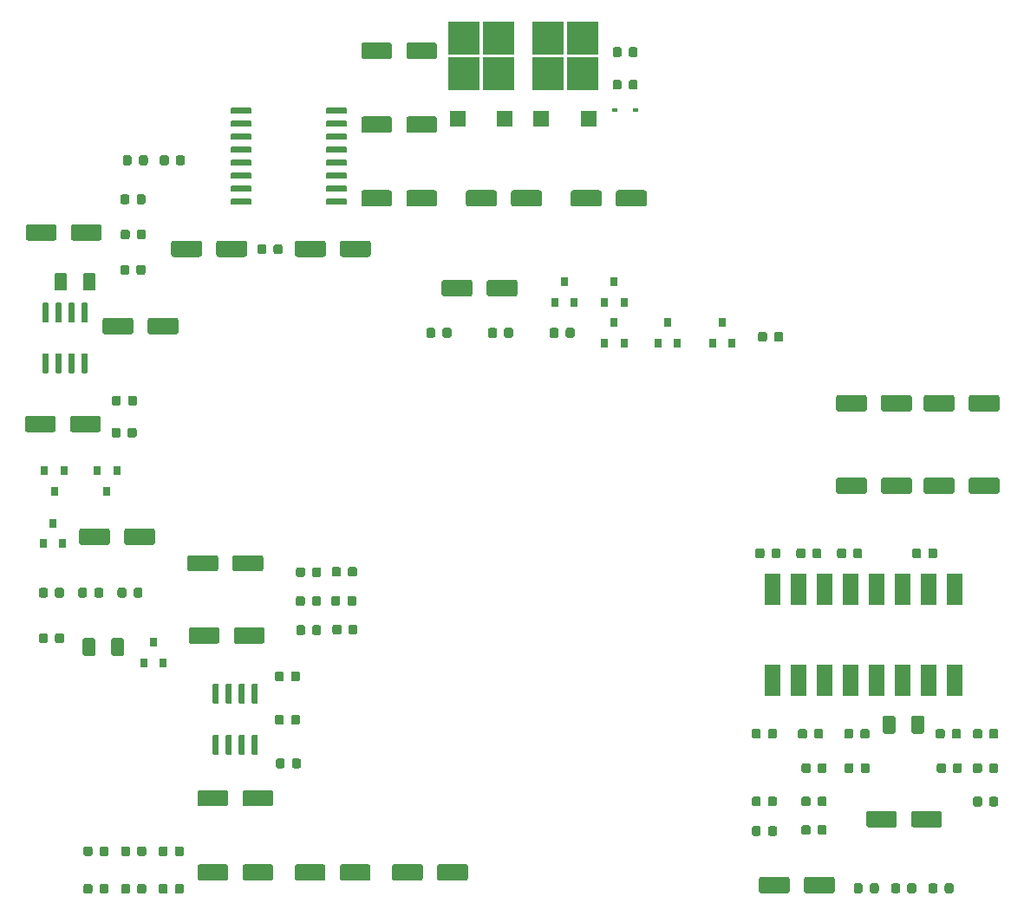
<source format=gtp>
G04 #@! TF.GenerationSoftware,KiCad,Pcbnew,(5.1.4)-1*
G04 #@! TF.CreationDate,2020-06-09T23:50:31+02:00*
G04 #@! TF.ProjectId,ratatech_echo,72617461-7465-4636-985f-6563686f2e6b,1.0*
G04 #@! TF.SameCoordinates,Original*
G04 #@! TF.FileFunction,Paste,Top*
G04 #@! TF.FilePolarity,Positive*
%FSLAX46Y46*%
G04 Gerber Fmt 4.6, Leading zero omitted, Abs format (unit mm)*
G04 Created by KiCad (PCBNEW (5.1.4)-1) date 2020-06-09 23:50:31*
%MOMM*%
%LPD*%
G04 APERTURE LIST*
%ADD10C,0.100000*%
%ADD11C,0.875000*%
%ADD12C,1.250000*%
%ADD13C,0.600000*%
%ADD14R,0.600000X0.450000*%
%ADD15C,1.600000*%
%ADD16R,3.100000X3.200000*%
%ADD17R,1.500000X1.600000*%
%ADD18R,1.600000X3.100000*%
%ADD19R,0.800000X0.900000*%
G04 APERTURE END LIST*
D10*
G36*
X108553691Y-134601053D02*
G01*
X108574926Y-134604203D01*
X108595750Y-134609419D01*
X108615962Y-134616651D01*
X108635368Y-134625830D01*
X108653781Y-134636866D01*
X108671024Y-134649654D01*
X108686930Y-134664070D01*
X108701346Y-134679976D01*
X108714134Y-134697219D01*
X108725170Y-134715632D01*
X108734349Y-134735038D01*
X108741581Y-134755250D01*
X108746797Y-134776074D01*
X108749947Y-134797309D01*
X108751000Y-134818750D01*
X108751000Y-135331250D01*
X108749947Y-135352691D01*
X108746797Y-135373926D01*
X108741581Y-135394750D01*
X108734349Y-135414962D01*
X108725170Y-135434368D01*
X108714134Y-135452781D01*
X108701346Y-135470024D01*
X108686930Y-135485930D01*
X108671024Y-135500346D01*
X108653781Y-135513134D01*
X108635368Y-135524170D01*
X108615962Y-135533349D01*
X108595750Y-135540581D01*
X108574926Y-135545797D01*
X108553691Y-135548947D01*
X108532250Y-135550000D01*
X108094750Y-135550000D01*
X108073309Y-135548947D01*
X108052074Y-135545797D01*
X108031250Y-135540581D01*
X108011038Y-135533349D01*
X107991632Y-135524170D01*
X107973219Y-135513134D01*
X107955976Y-135500346D01*
X107940070Y-135485930D01*
X107925654Y-135470024D01*
X107912866Y-135452781D01*
X107901830Y-135434368D01*
X107892651Y-135414962D01*
X107885419Y-135394750D01*
X107880203Y-135373926D01*
X107877053Y-135352691D01*
X107876000Y-135331250D01*
X107876000Y-134818750D01*
X107877053Y-134797309D01*
X107880203Y-134776074D01*
X107885419Y-134755250D01*
X107892651Y-134735038D01*
X107901830Y-134715632D01*
X107912866Y-134697219D01*
X107925654Y-134679976D01*
X107940070Y-134664070D01*
X107955976Y-134649654D01*
X107973219Y-134636866D01*
X107991632Y-134625830D01*
X108011038Y-134616651D01*
X108031250Y-134609419D01*
X108052074Y-134604203D01*
X108073309Y-134601053D01*
X108094750Y-134600000D01*
X108532250Y-134600000D01*
X108553691Y-134601053D01*
X108553691Y-134601053D01*
G37*
D11*
X108313500Y-135075000D03*
D10*
G36*
X106978691Y-134601053D02*
G01*
X106999926Y-134604203D01*
X107020750Y-134609419D01*
X107040962Y-134616651D01*
X107060368Y-134625830D01*
X107078781Y-134636866D01*
X107096024Y-134649654D01*
X107111930Y-134664070D01*
X107126346Y-134679976D01*
X107139134Y-134697219D01*
X107150170Y-134715632D01*
X107159349Y-134735038D01*
X107166581Y-134755250D01*
X107171797Y-134776074D01*
X107174947Y-134797309D01*
X107176000Y-134818750D01*
X107176000Y-135331250D01*
X107174947Y-135352691D01*
X107171797Y-135373926D01*
X107166581Y-135394750D01*
X107159349Y-135414962D01*
X107150170Y-135434368D01*
X107139134Y-135452781D01*
X107126346Y-135470024D01*
X107111930Y-135485930D01*
X107096024Y-135500346D01*
X107078781Y-135513134D01*
X107060368Y-135524170D01*
X107040962Y-135533349D01*
X107020750Y-135540581D01*
X106999926Y-135545797D01*
X106978691Y-135548947D01*
X106957250Y-135550000D01*
X106519750Y-135550000D01*
X106498309Y-135548947D01*
X106477074Y-135545797D01*
X106456250Y-135540581D01*
X106436038Y-135533349D01*
X106416632Y-135524170D01*
X106398219Y-135513134D01*
X106380976Y-135500346D01*
X106365070Y-135485930D01*
X106350654Y-135470024D01*
X106337866Y-135452781D01*
X106326830Y-135434368D01*
X106317651Y-135414962D01*
X106310419Y-135394750D01*
X106305203Y-135373926D01*
X106302053Y-135352691D01*
X106301000Y-135331250D01*
X106301000Y-134818750D01*
X106302053Y-134797309D01*
X106305203Y-134776074D01*
X106310419Y-134755250D01*
X106317651Y-134735038D01*
X106326830Y-134715632D01*
X106337866Y-134697219D01*
X106350654Y-134679976D01*
X106365070Y-134664070D01*
X106380976Y-134649654D01*
X106398219Y-134636866D01*
X106416632Y-134625830D01*
X106436038Y-134616651D01*
X106456250Y-134609419D01*
X106477074Y-134604203D01*
X106498309Y-134601053D01*
X106519750Y-134600000D01*
X106957250Y-134600000D01*
X106978691Y-134601053D01*
X106978691Y-134601053D01*
G37*
D11*
X106738500Y-135075000D03*
D10*
G36*
X107241504Y-114252204D02*
G01*
X107265773Y-114255804D01*
X107289571Y-114261765D01*
X107312671Y-114270030D01*
X107334849Y-114280520D01*
X107355893Y-114293133D01*
X107375598Y-114307747D01*
X107393777Y-114324223D01*
X107410253Y-114342402D01*
X107424867Y-114362107D01*
X107437480Y-114383151D01*
X107447970Y-114405329D01*
X107456235Y-114428429D01*
X107462196Y-114452227D01*
X107465796Y-114476496D01*
X107467000Y-114501000D01*
X107467000Y-115751000D01*
X107465796Y-115775504D01*
X107462196Y-115799773D01*
X107456235Y-115823571D01*
X107447970Y-115846671D01*
X107437480Y-115868849D01*
X107424867Y-115889893D01*
X107410253Y-115909598D01*
X107393777Y-115927777D01*
X107375598Y-115944253D01*
X107355893Y-115958867D01*
X107334849Y-115971480D01*
X107312671Y-115981970D01*
X107289571Y-115990235D01*
X107265773Y-115996196D01*
X107241504Y-115999796D01*
X107217000Y-116001000D01*
X106467000Y-116001000D01*
X106442496Y-115999796D01*
X106418227Y-115996196D01*
X106394429Y-115990235D01*
X106371329Y-115981970D01*
X106349151Y-115971480D01*
X106328107Y-115958867D01*
X106308402Y-115944253D01*
X106290223Y-115927777D01*
X106273747Y-115909598D01*
X106259133Y-115889893D01*
X106246520Y-115868849D01*
X106236030Y-115846671D01*
X106227765Y-115823571D01*
X106221804Y-115799773D01*
X106218204Y-115775504D01*
X106217000Y-115751000D01*
X106217000Y-114501000D01*
X106218204Y-114476496D01*
X106221804Y-114452227D01*
X106227765Y-114428429D01*
X106236030Y-114405329D01*
X106246520Y-114383151D01*
X106259133Y-114362107D01*
X106273747Y-114342402D01*
X106290223Y-114324223D01*
X106308402Y-114307747D01*
X106328107Y-114293133D01*
X106349151Y-114280520D01*
X106371329Y-114270030D01*
X106394429Y-114261765D01*
X106418227Y-114255804D01*
X106442496Y-114252204D01*
X106467000Y-114251000D01*
X107217000Y-114251000D01*
X107241504Y-114252204D01*
X107241504Y-114252204D01*
G37*
D12*
X106842000Y-115126000D03*
D10*
G36*
X110041504Y-114252204D02*
G01*
X110065773Y-114255804D01*
X110089571Y-114261765D01*
X110112671Y-114270030D01*
X110134849Y-114280520D01*
X110155893Y-114293133D01*
X110175598Y-114307747D01*
X110193777Y-114324223D01*
X110210253Y-114342402D01*
X110224867Y-114362107D01*
X110237480Y-114383151D01*
X110247970Y-114405329D01*
X110256235Y-114428429D01*
X110262196Y-114452227D01*
X110265796Y-114476496D01*
X110267000Y-114501000D01*
X110267000Y-115751000D01*
X110265796Y-115775504D01*
X110262196Y-115799773D01*
X110256235Y-115823571D01*
X110247970Y-115846671D01*
X110237480Y-115868849D01*
X110224867Y-115889893D01*
X110210253Y-115909598D01*
X110193777Y-115927777D01*
X110175598Y-115944253D01*
X110155893Y-115958867D01*
X110134849Y-115971480D01*
X110112671Y-115981970D01*
X110089571Y-115990235D01*
X110065773Y-115996196D01*
X110041504Y-115999796D01*
X110017000Y-116001000D01*
X109267000Y-116001000D01*
X109242496Y-115999796D01*
X109218227Y-115996196D01*
X109194429Y-115990235D01*
X109171329Y-115981970D01*
X109149151Y-115971480D01*
X109128107Y-115958867D01*
X109108402Y-115944253D01*
X109090223Y-115927777D01*
X109073747Y-115909598D01*
X109059133Y-115889893D01*
X109046520Y-115868849D01*
X109036030Y-115846671D01*
X109027765Y-115823571D01*
X109021804Y-115799773D01*
X109018204Y-115775504D01*
X109017000Y-115751000D01*
X109017000Y-114501000D01*
X109018204Y-114476496D01*
X109021804Y-114452227D01*
X109027765Y-114428429D01*
X109036030Y-114405329D01*
X109046520Y-114383151D01*
X109059133Y-114362107D01*
X109073747Y-114342402D01*
X109090223Y-114324223D01*
X109108402Y-114307747D01*
X109128107Y-114293133D01*
X109149151Y-114280520D01*
X109171329Y-114270030D01*
X109194429Y-114261765D01*
X109218227Y-114255804D01*
X109242496Y-114252204D01*
X109267000Y-114251000D01*
X110017000Y-114251000D01*
X110041504Y-114252204D01*
X110041504Y-114252204D01*
G37*
D12*
X109642000Y-115126000D03*
D10*
G36*
X131868703Y-62436222D02*
G01*
X131883264Y-62438382D01*
X131897543Y-62441959D01*
X131911403Y-62446918D01*
X131924710Y-62453212D01*
X131937336Y-62460780D01*
X131949159Y-62469548D01*
X131960066Y-62479434D01*
X131969952Y-62490341D01*
X131978720Y-62502164D01*
X131986288Y-62514790D01*
X131992582Y-62528097D01*
X131997541Y-62541957D01*
X132001118Y-62556236D01*
X132003278Y-62570797D01*
X132004000Y-62585500D01*
X132004000Y-62885500D01*
X132003278Y-62900203D01*
X132001118Y-62914764D01*
X131997541Y-62929043D01*
X131992582Y-62942903D01*
X131986288Y-62956210D01*
X131978720Y-62968836D01*
X131969952Y-62980659D01*
X131960066Y-62991566D01*
X131949159Y-63001452D01*
X131937336Y-63010220D01*
X131924710Y-63017788D01*
X131911403Y-63024082D01*
X131897543Y-63029041D01*
X131883264Y-63032618D01*
X131868703Y-63034778D01*
X131854000Y-63035500D01*
X130104000Y-63035500D01*
X130089297Y-63034778D01*
X130074736Y-63032618D01*
X130060457Y-63029041D01*
X130046597Y-63024082D01*
X130033290Y-63017788D01*
X130020664Y-63010220D01*
X130008841Y-63001452D01*
X129997934Y-62991566D01*
X129988048Y-62980659D01*
X129979280Y-62968836D01*
X129971712Y-62956210D01*
X129965418Y-62942903D01*
X129960459Y-62929043D01*
X129956882Y-62914764D01*
X129954722Y-62900203D01*
X129954000Y-62885500D01*
X129954000Y-62585500D01*
X129954722Y-62570797D01*
X129956882Y-62556236D01*
X129960459Y-62541957D01*
X129965418Y-62528097D01*
X129971712Y-62514790D01*
X129979280Y-62502164D01*
X129988048Y-62490341D01*
X129997934Y-62479434D01*
X130008841Y-62469548D01*
X130020664Y-62460780D01*
X130033290Y-62453212D01*
X130046597Y-62446918D01*
X130060457Y-62441959D01*
X130074736Y-62438382D01*
X130089297Y-62436222D01*
X130104000Y-62435500D01*
X131854000Y-62435500D01*
X131868703Y-62436222D01*
X131868703Y-62436222D01*
G37*
D13*
X130979000Y-62735500D03*
D10*
G36*
X131868703Y-63706222D02*
G01*
X131883264Y-63708382D01*
X131897543Y-63711959D01*
X131911403Y-63716918D01*
X131924710Y-63723212D01*
X131937336Y-63730780D01*
X131949159Y-63739548D01*
X131960066Y-63749434D01*
X131969952Y-63760341D01*
X131978720Y-63772164D01*
X131986288Y-63784790D01*
X131992582Y-63798097D01*
X131997541Y-63811957D01*
X132001118Y-63826236D01*
X132003278Y-63840797D01*
X132004000Y-63855500D01*
X132004000Y-64155500D01*
X132003278Y-64170203D01*
X132001118Y-64184764D01*
X131997541Y-64199043D01*
X131992582Y-64212903D01*
X131986288Y-64226210D01*
X131978720Y-64238836D01*
X131969952Y-64250659D01*
X131960066Y-64261566D01*
X131949159Y-64271452D01*
X131937336Y-64280220D01*
X131924710Y-64287788D01*
X131911403Y-64294082D01*
X131897543Y-64299041D01*
X131883264Y-64302618D01*
X131868703Y-64304778D01*
X131854000Y-64305500D01*
X130104000Y-64305500D01*
X130089297Y-64304778D01*
X130074736Y-64302618D01*
X130060457Y-64299041D01*
X130046597Y-64294082D01*
X130033290Y-64287788D01*
X130020664Y-64280220D01*
X130008841Y-64271452D01*
X129997934Y-64261566D01*
X129988048Y-64250659D01*
X129979280Y-64238836D01*
X129971712Y-64226210D01*
X129965418Y-64212903D01*
X129960459Y-64199043D01*
X129956882Y-64184764D01*
X129954722Y-64170203D01*
X129954000Y-64155500D01*
X129954000Y-63855500D01*
X129954722Y-63840797D01*
X129956882Y-63826236D01*
X129960459Y-63811957D01*
X129965418Y-63798097D01*
X129971712Y-63784790D01*
X129979280Y-63772164D01*
X129988048Y-63760341D01*
X129997934Y-63749434D01*
X130008841Y-63739548D01*
X130020664Y-63730780D01*
X130033290Y-63723212D01*
X130046597Y-63716918D01*
X130060457Y-63711959D01*
X130074736Y-63708382D01*
X130089297Y-63706222D01*
X130104000Y-63705500D01*
X131854000Y-63705500D01*
X131868703Y-63706222D01*
X131868703Y-63706222D01*
G37*
D13*
X130979000Y-64005500D03*
D10*
G36*
X131868703Y-64976222D02*
G01*
X131883264Y-64978382D01*
X131897543Y-64981959D01*
X131911403Y-64986918D01*
X131924710Y-64993212D01*
X131937336Y-65000780D01*
X131949159Y-65009548D01*
X131960066Y-65019434D01*
X131969952Y-65030341D01*
X131978720Y-65042164D01*
X131986288Y-65054790D01*
X131992582Y-65068097D01*
X131997541Y-65081957D01*
X132001118Y-65096236D01*
X132003278Y-65110797D01*
X132004000Y-65125500D01*
X132004000Y-65425500D01*
X132003278Y-65440203D01*
X132001118Y-65454764D01*
X131997541Y-65469043D01*
X131992582Y-65482903D01*
X131986288Y-65496210D01*
X131978720Y-65508836D01*
X131969952Y-65520659D01*
X131960066Y-65531566D01*
X131949159Y-65541452D01*
X131937336Y-65550220D01*
X131924710Y-65557788D01*
X131911403Y-65564082D01*
X131897543Y-65569041D01*
X131883264Y-65572618D01*
X131868703Y-65574778D01*
X131854000Y-65575500D01*
X130104000Y-65575500D01*
X130089297Y-65574778D01*
X130074736Y-65572618D01*
X130060457Y-65569041D01*
X130046597Y-65564082D01*
X130033290Y-65557788D01*
X130020664Y-65550220D01*
X130008841Y-65541452D01*
X129997934Y-65531566D01*
X129988048Y-65520659D01*
X129979280Y-65508836D01*
X129971712Y-65496210D01*
X129965418Y-65482903D01*
X129960459Y-65469043D01*
X129956882Y-65454764D01*
X129954722Y-65440203D01*
X129954000Y-65425500D01*
X129954000Y-65125500D01*
X129954722Y-65110797D01*
X129956882Y-65096236D01*
X129960459Y-65081957D01*
X129965418Y-65068097D01*
X129971712Y-65054790D01*
X129979280Y-65042164D01*
X129988048Y-65030341D01*
X129997934Y-65019434D01*
X130008841Y-65009548D01*
X130020664Y-65000780D01*
X130033290Y-64993212D01*
X130046597Y-64986918D01*
X130060457Y-64981959D01*
X130074736Y-64978382D01*
X130089297Y-64976222D01*
X130104000Y-64975500D01*
X131854000Y-64975500D01*
X131868703Y-64976222D01*
X131868703Y-64976222D01*
G37*
D13*
X130979000Y-65275500D03*
D10*
G36*
X131868703Y-66246222D02*
G01*
X131883264Y-66248382D01*
X131897543Y-66251959D01*
X131911403Y-66256918D01*
X131924710Y-66263212D01*
X131937336Y-66270780D01*
X131949159Y-66279548D01*
X131960066Y-66289434D01*
X131969952Y-66300341D01*
X131978720Y-66312164D01*
X131986288Y-66324790D01*
X131992582Y-66338097D01*
X131997541Y-66351957D01*
X132001118Y-66366236D01*
X132003278Y-66380797D01*
X132004000Y-66395500D01*
X132004000Y-66695500D01*
X132003278Y-66710203D01*
X132001118Y-66724764D01*
X131997541Y-66739043D01*
X131992582Y-66752903D01*
X131986288Y-66766210D01*
X131978720Y-66778836D01*
X131969952Y-66790659D01*
X131960066Y-66801566D01*
X131949159Y-66811452D01*
X131937336Y-66820220D01*
X131924710Y-66827788D01*
X131911403Y-66834082D01*
X131897543Y-66839041D01*
X131883264Y-66842618D01*
X131868703Y-66844778D01*
X131854000Y-66845500D01*
X130104000Y-66845500D01*
X130089297Y-66844778D01*
X130074736Y-66842618D01*
X130060457Y-66839041D01*
X130046597Y-66834082D01*
X130033290Y-66827788D01*
X130020664Y-66820220D01*
X130008841Y-66811452D01*
X129997934Y-66801566D01*
X129988048Y-66790659D01*
X129979280Y-66778836D01*
X129971712Y-66766210D01*
X129965418Y-66752903D01*
X129960459Y-66739043D01*
X129956882Y-66724764D01*
X129954722Y-66710203D01*
X129954000Y-66695500D01*
X129954000Y-66395500D01*
X129954722Y-66380797D01*
X129956882Y-66366236D01*
X129960459Y-66351957D01*
X129965418Y-66338097D01*
X129971712Y-66324790D01*
X129979280Y-66312164D01*
X129988048Y-66300341D01*
X129997934Y-66289434D01*
X130008841Y-66279548D01*
X130020664Y-66270780D01*
X130033290Y-66263212D01*
X130046597Y-66256918D01*
X130060457Y-66251959D01*
X130074736Y-66248382D01*
X130089297Y-66246222D01*
X130104000Y-66245500D01*
X131854000Y-66245500D01*
X131868703Y-66246222D01*
X131868703Y-66246222D01*
G37*
D13*
X130979000Y-66545500D03*
D10*
G36*
X131868703Y-67516222D02*
G01*
X131883264Y-67518382D01*
X131897543Y-67521959D01*
X131911403Y-67526918D01*
X131924710Y-67533212D01*
X131937336Y-67540780D01*
X131949159Y-67549548D01*
X131960066Y-67559434D01*
X131969952Y-67570341D01*
X131978720Y-67582164D01*
X131986288Y-67594790D01*
X131992582Y-67608097D01*
X131997541Y-67621957D01*
X132001118Y-67636236D01*
X132003278Y-67650797D01*
X132004000Y-67665500D01*
X132004000Y-67965500D01*
X132003278Y-67980203D01*
X132001118Y-67994764D01*
X131997541Y-68009043D01*
X131992582Y-68022903D01*
X131986288Y-68036210D01*
X131978720Y-68048836D01*
X131969952Y-68060659D01*
X131960066Y-68071566D01*
X131949159Y-68081452D01*
X131937336Y-68090220D01*
X131924710Y-68097788D01*
X131911403Y-68104082D01*
X131897543Y-68109041D01*
X131883264Y-68112618D01*
X131868703Y-68114778D01*
X131854000Y-68115500D01*
X130104000Y-68115500D01*
X130089297Y-68114778D01*
X130074736Y-68112618D01*
X130060457Y-68109041D01*
X130046597Y-68104082D01*
X130033290Y-68097788D01*
X130020664Y-68090220D01*
X130008841Y-68081452D01*
X129997934Y-68071566D01*
X129988048Y-68060659D01*
X129979280Y-68048836D01*
X129971712Y-68036210D01*
X129965418Y-68022903D01*
X129960459Y-68009043D01*
X129956882Y-67994764D01*
X129954722Y-67980203D01*
X129954000Y-67965500D01*
X129954000Y-67665500D01*
X129954722Y-67650797D01*
X129956882Y-67636236D01*
X129960459Y-67621957D01*
X129965418Y-67608097D01*
X129971712Y-67594790D01*
X129979280Y-67582164D01*
X129988048Y-67570341D01*
X129997934Y-67559434D01*
X130008841Y-67549548D01*
X130020664Y-67540780D01*
X130033290Y-67533212D01*
X130046597Y-67526918D01*
X130060457Y-67521959D01*
X130074736Y-67518382D01*
X130089297Y-67516222D01*
X130104000Y-67515500D01*
X131854000Y-67515500D01*
X131868703Y-67516222D01*
X131868703Y-67516222D01*
G37*
D13*
X130979000Y-67815500D03*
D10*
G36*
X131868703Y-68786222D02*
G01*
X131883264Y-68788382D01*
X131897543Y-68791959D01*
X131911403Y-68796918D01*
X131924710Y-68803212D01*
X131937336Y-68810780D01*
X131949159Y-68819548D01*
X131960066Y-68829434D01*
X131969952Y-68840341D01*
X131978720Y-68852164D01*
X131986288Y-68864790D01*
X131992582Y-68878097D01*
X131997541Y-68891957D01*
X132001118Y-68906236D01*
X132003278Y-68920797D01*
X132004000Y-68935500D01*
X132004000Y-69235500D01*
X132003278Y-69250203D01*
X132001118Y-69264764D01*
X131997541Y-69279043D01*
X131992582Y-69292903D01*
X131986288Y-69306210D01*
X131978720Y-69318836D01*
X131969952Y-69330659D01*
X131960066Y-69341566D01*
X131949159Y-69351452D01*
X131937336Y-69360220D01*
X131924710Y-69367788D01*
X131911403Y-69374082D01*
X131897543Y-69379041D01*
X131883264Y-69382618D01*
X131868703Y-69384778D01*
X131854000Y-69385500D01*
X130104000Y-69385500D01*
X130089297Y-69384778D01*
X130074736Y-69382618D01*
X130060457Y-69379041D01*
X130046597Y-69374082D01*
X130033290Y-69367788D01*
X130020664Y-69360220D01*
X130008841Y-69351452D01*
X129997934Y-69341566D01*
X129988048Y-69330659D01*
X129979280Y-69318836D01*
X129971712Y-69306210D01*
X129965418Y-69292903D01*
X129960459Y-69279043D01*
X129956882Y-69264764D01*
X129954722Y-69250203D01*
X129954000Y-69235500D01*
X129954000Y-68935500D01*
X129954722Y-68920797D01*
X129956882Y-68906236D01*
X129960459Y-68891957D01*
X129965418Y-68878097D01*
X129971712Y-68864790D01*
X129979280Y-68852164D01*
X129988048Y-68840341D01*
X129997934Y-68829434D01*
X130008841Y-68819548D01*
X130020664Y-68810780D01*
X130033290Y-68803212D01*
X130046597Y-68796918D01*
X130060457Y-68791959D01*
X130074736Y-68788382D01*
X130089297Y-68786222D01*
X130104000Y-68785500D01*
X131854000Y-68785500D01*
X131868703Y-68786222D01*
X131868703Y-68786222D01*
G37*
D13*
X130979000Y-69085500D03*
D10*
G36*
X131868703Y-70056222D02*
G01*
X131883264Y-70058382D01*
X131897543Y-70061959D01*
X131911403Y-70066918D01*
X131924710Y-70073212D01*
X131937336Y-70080780D01*
X131949159Y-70089548D01*
X131960066Y-70099434D01*
X131969952Y-70110341D01*
X131978720Y-70122164D01*
X131986288Y-70134790D01*
X131992582Y-70148097D01*
X131997541Y-70161957D01*
X132001118Y-70176236D01*
X132003278Y-70190797D01*
X132004000Y-70205500D01*
X132004000Y-70505500D01*
X132003278Y-70520203D01*
X132001118Y-70534764D01*
X131997541Y-70549043D01*
X131992582Y-70562903D01*
X131986288Y-70576210D01*
X131978720Y-70588836D01*
X131969952Y-70600659D01*
X131960066Y-70611566D01*
X131949159Y-70621452D01*
X131937336Y-70630220D01*
X131924710Y-70637788D01*
X131911403Y-70644082D01*
X131897543Y-70649041D01*
X131883264Y-70652618D01*
X131868703Y-70654778D01*
X131854000Y-70655500D01*
X130104000Y-70655500D01*
X130089297Y-70654778D01*
X130074736Y-70652618D01*
X130060457Y-70649041D01*
X130046597Y-70644082D01*
X130033290Y-70637788D01*
X130020664Y-70630220D01*
X130008841Y-70621452D01*
X129997934Y-70611566D01*
X129988048Y-70600659D01*
X129979280Y-70588836D01*
X129971712Y-70576210D01*
X129965418Y-70562903D01*
X129960459Y-70549043D01*
X129956882Y-70534764D01*
X129954722Y-70520203D01*
X129954000Y-70505500D01*
X129954000Y-70205500D01*
X129954722Y-70190797D01*
X129956882Y-70176236D01*
X129960459Y-70161957D01*
X129965418Y-70148097D01*
X129971712Y-70134790D01*
X129979280Y-70122164D01*
X129988048Y-70110341D01*
X129997934Y-70099434D01*
X130008841Y-70089548D01*
X130020664Y-70080780D01*
X130033290Y-70073212D01*
X130046597Y-70066918D01*
X130060457Y-70061959D01*
X130074736Y-70058382D01*
X130089297Y-70056222D01*
X130104000Y-70055500D01*
X131854000Y-70055500D01*
X131868703Y-70056222D01*
X131868703Y-70056222D01*
G37*
D13*
X130979000Y-70355500D03*
D10*
G36*
X131868703Y-71326222D02*
G01*
X131883264Y-71328382D01*
X131897543Y-71331959D01*
X131911403Y-71336918D01*
X131924710Y-71343212D01*
X131937336Y-71350780D01*
X131949159Y-71359548D01*
X131960066Y-71369434D01*
X131969952Y-71380341D01*
X131978720Y-71392164D01*
X131986288Y-71404790D01*
X131992582Y-71418097D01*
X131997541Y-71431957D01*
X132001118Y-71446236D01*
X132003278Y-71460797D01*
X132004000Y-71475500D01*
X132004000Y-71775500D01*
X132003278Y-71790203D01*
X132001118Y-71804764D01*
X131997541Y-71819043D01*
X131992582Y-71832903D01*
X131986288Y-71846210D01*
X131978720Y-71858836D01*
X131969952Y-71870659D01*
X131960066Y-71881566D01*
X131949159Y-71891452D01*
X131937336Y-71900220D01*
X131924710Y-71907788D01*
X131911403Y-71914082D01*
X131897543Y-71919041D01*
X131883264Y-71922618D01*
X131868703Y-71924778D01*
X131854000Y-71925500D01*
X130104000Y-71925500D01*
X130089297Y-71924778D01*
X130074736Y-71922618D01*
X130060457Y-71919041D01*
X130046597Y-71914082D01*
X130033290Y-71907788D01*
X130020664Y-71900220D01*
X130008841Y-71891452D01*
X129997934Y-71881566D01*
X129988048Y-71870659D01*
X129979280Y-71858836D01*
X129971712Y-71846210D01*
X129965418Y-71832903D01*
X129960459Y-71819043D01*
X129956882Y-71804764D01*
X129954722Y-71790203D01*
X129954000Y-71775500D01*
X129954000Y-71475500D01*
X129954722Y-71460797D01*
X129956882Y-71446236D01*
X129960459Y-71431957D01*
X129965418Y-71418097D01*
X129971712Y-71404790D01*
X129979280Y-71392164D01*
X129988048Y-71380341D01*
X129997934Y-71369434D01*
X130008841Y-71359548D01*
X130020664Y-71350780D01*
X130033290Y-71343212D01*
X130046597Y-71336918D01*
X130060457Y-71331959D01*
X130074736Y-71328382D01*
X130089297Y-71326222D01*
X130104000Y-71325500D01*
X131854000Y-71325500D01*
X131868703Y-71326222D01*
X131868703Y-71326222D01*
G37*
D13*
X130979000Y-71625500D03*
D10*
G36*
X122568703Y-71326222D02*
G01*
X122583264Y-71328382D01*
X122597543Y-71331959D01*
X122611403Y-71336918D01*
X122624710Y-71343212D01*
X122637336Y-71350780D01*
X122649159Y-71359548D01*
X122660066Y-71369434D01*
X122669952Y-71380341D01*
X122678720Y-71392164D01*
X122686288Y-71404790D01*
X122692582Y-71418097D01*
X122697541Y-71431957D01*
X122701118Y-71446236D01*
X122703278Y-71460797D01*
X122704000Y-71475500D01*
X122704000Y-71775500D01*
X122703278Y-71790203D01*
X122701118Y-71804764D01*
X122697541Y-71819043D01*
X122692582Y-71832903D01*
X122686288Y-71846210D01*
X122678720Y-71858836D01*
X122669952Y-71870659D01*
X122660066Y-71881566D01*
X122649159Y-71891452D01*
X122637336Y-71900220D01*
X122624710Y-71907788D01*
X122611403Y-71914082D01*
X122597543Y-71919041D01*
X122583264Y-71922618D01*
X122568703Y-71924778D01*
X122554000Y-71925500D01*
X120804000Y-71925500D01*
X120789297Y-71924778D01*
X120774736Y-71922618D01*
X120760457Y-71919041D01*
X120746597Y-71914082D01*
X120733290Y-71907788D01*
X120720664Y-71900220D01*
X120708841Y-71891452D01*
X120697934Y-71881566D01*
X120688048Y-71870659D01*
X120679280Y-71858836D01*
X120671712Y-71846210D01*
X120665418Y-71832903D01*
X120660459Y-71819043D01*
X120656882Y-71804764D01*
X120654722Y-71790203D01*
X120654000Y-71775500D01*
X120654000Y-71475500D01*
X120654722Y-71460797D01*
X120656882Y-71446236D01*
X120660459Y-71431957D01*
X120665418Y-71418097D01*
X120671712Y-71404790D01*
X120679280Y-71392164D01*
X120688048Y-71380341D01*
X120697934Y-71369434D01*
X120708841Y-71359548D01*
X120720664Y-71350780D01*
X120733290Y-71343212D01*
X120746597Y-71336918D01*
X120760457Y-71331959D01*
X120774736Y-71328382D01*
X120789297Y-71326222D01*
X120804000Y-71325500D01*
X122554000Y-71325500D01*
X122568703Y-71326222D01*
X122568703Y-71326222D01*
G37*
D13*
X121679000Y-71625500D03*
D10*
G36*
X122568703Y-70056222D02*
G01*
X122583264Y-70058382D01*
X122597543Y-70061959D01*
X122611403Y-70066918D01*
X122624710Y-70073212D01*
X122637336Y-70080780D01*
X122649159Y-70089548D01*
X122660066Y-70099434D01*
X122669952Y-70110341D01*
X122678720Y-70122164D01*
X122686288Y-70134790D01*
X122692582Y-70148097D01*
X122697541Y-70161957D01*
X122701118Y-70176236D01*
X122703278Y-70190797D01*
X122704000Y-70205500D01*
X122704000Y-70505500D01*
X122703278Y-70520203D01*
X122701118Y-70534764D01*
X122697541Y-70549043D01*
X122692582Y-70562903D01*
X122686288Y-70576210D01*
X122678720Y-70588836D01*
X122669952Y-70600659D01*
X122660066Y-70611566D01*
X122649159Y-70621452D01*
X122637336Y-70630220D01*
X122624710Y-70637788D01*
X122611403Y-70644082D01*
X122597543Y-70649041D01*
X122583264Y-70652618D01*
X122568703Y-70654778D01*
X122554000Y-70655500D01*
X120804000Y-70655500D01*
X120789297Y-70654778D01*
X120774736Y-70652618D01*
X120760457Y-70649041D01*
X120746597Y-70644082D01*
X120733290Y-70637788D01*
X120720664Y-70630220D01*
X120708841Y-70621452D01*
X120697934Y-70611566D01*
X120688048Y-70600659D01*
X120679280Y-70588836D01*
X120671712Y-70576210D01*
X120665418Y-70562903D01*
X120660459Y-70549043D01*
X120656882Y-70534764D01*
X120654722Y-70520203D01*
X120654000Y-70505500D01*
X120654000Y-70205500D01*
X120654722Y-70190797D01*
X120656882Y-70176236D01*
X120660459Y-70161957D01*
X120665418Y-70148097D01*
X120671712Y-70134790D01*
X120679280Y-70122164D01*
X120688048Y-70110341D01*
X120697934Y-70099434D01*
X120708841Y-70089548D01*
X120720664Y-70080780D01*
X120733290Y-70073212D01*
X120746597Y-70066918D01*
X120760457Y-70061959D01*
X120774736Y-70058382D01*
X120789297Y-70056222D01*
X120804000Y-70055500D01*
X122554000Y-70055500D01*
X122568703Y-70056222D01*
X122568703Y-70056222D01*
G37*
D13*
X121679000Y-70355500D03*
D10*
G36*
X122568703Y-68786222D02*
G01*
X122583264Y-68788382D01*
X122597543Y-68791959D01*
X122611403Y-68796918D01*
X122624710Y-68803212D01*
X122637336Y-68810780D01*
X122649159Y-68819548D01*
X122660066Y-68829434D01*
X122669952Y-68840341D01*
X122678720Y-68852164D01*
X122686288Y-68864790D01*
X122692582Y-68878097D01*
X122697541Y-68891957D01*
X122701118Y-68906236D01*
X122703278Y-68920797D01*
X122704000Y-68935500D01*
X122704000Y-69235500D01*
X122703278Y-69250203D01*
X122701118Y-69264764D01*
X122697541Y-69279043D01*
X122692582Y-69292903D01*
X122686288Y-69306210D01*
X122678720Y-69318836D01*
X122669952Y-69330659D01*
X122660066Y-69341566D01*
X122649159Y-69351452D01*
X122637336Y-69360220D01*
X122624710Y-69367788D01*
X122611403Y-69374082D01*
X122597543Y-69379041D01*
X122583264Y-69382618D01*
X122568703Y-69384778D01*
X122554000Y-69385500D01*
X120804000Y-69385500D01*
X120789297Y-69384778D01*
X120774736Y-69382618D01*
X120760457Y-69379041D01*
X120746597Y-69374082D01*
X120733290Y-69367788D01*
X120720664Y-69360220D01*
X120708841Y-69351452D01*
X120697934Y-69341566D01*
X120688048Y-69330659D01*
X120679280Y-69318836D01*
X120671712Y-69306210D01*
X120665418Y-69292903D01*
X120660459Y-69279043D01*
X120656882Y-69264764D01*
X120654722Y-69250203D01*
X120654000Y-69235500D01*
X120654000Y-68935500D01*
X120654722Y-68920797D01*
X120656882Y-68906236D01*
X120660459Y-68891957D01*
X120665418Y-68878097D01*
X120671712Y-68864790D01*
X120679280Y-68852164D01*
X120688048Y-68840341D01*
X120697934Y-68829434D01*
X120708841Y-68819548D01*
X120720664Y-68810780D01*
X120733290Y-68803212D01*
X120746597Y-68796918D01*
X120760457Y-68791959D01*
X120774736Y-68788382D01*
X120789297Y-68786222D01*
X120804000Y-68785500D01*
X122554000Y-68785500D01*
X122568703Y-68786222D01*
X122568703Y-68786222D01*
G37*
D13*
X121679000Y-69085500D03*
D10*
G36*
X122568703Y-67516222D02*
G01*
X122583264Y-67518382D01*
X122597543Y-67521959D01*
X122611403Y-67526918D01*
X122624710Y-67533212D01*
X122637336Y-67540780D01*
X122649159Y-67549548D01*
X122660066Y-67559434D01*
X122669952Y-67570341D01*
X122678720Y-67582164D01*
X122686288Y-67594790D01*
X122692582Y-67608097D01*
X122697541Y-67621957D01*
X122701118Y-67636236D01*
X122703278Y-67650797D01*
X122704000Y-67665500D01*
X122704000Y-67965500D01*
X122703278Y-67980203D01*
X122701118Y-67994764D01*
X122697541Y-68009043D01*
X122692582Y-68022903D01*
X122686288Y-68036210D01*
X122678720Y-68048836D01*
X122669952Y-68060659D01*
X122660066Y-68071566D01*
X122649159Y-68081452D01*
X122637336Y-68090220D01*
X122624710Y-68097788D01*
X122611403Y-68104082D01*
X122597543Y-68109041D01*
X122583264Y-68112618D01*
X122568703Y-68114778D01*
X122554000Y-68115500D01*
X120804000Y-68115500D01*
X120789297Y-68114778D01*
X120774736Y-68112618D01*
X120760457Y-68109041D01*
X120746597Y-68104082D01*
X120733290Y-68097788D01*
X120720664Y-68090220D01*
X120708841Y-68081452D01*
X120697934Y-68071566D01*
X120688048Y-68060659D01*
X120679280Y-68048836D01*
X120671712Y-68036210D01*
X120665418Y-68022903D01*
X120660459Y-68009043D01*
X120656882Y-67994764D01*
X120654722Y-67980203D01*
X120654000Y-67965500D01*
X120654000Y-67665500D01*
X120654722Y-67650797D01*
X120656882Y-67636236D01*
X120660459Y-67621957D01*
X120665418Y-67608097D01*
X120671712Y-67594790D01*
X120679280Y-67582164D01*
X120688048Y-67570341D01*
X120697934Y-67559434D01*
X120708841Y-67549548D01*
X120720664Y-67540780D01*
X120733290Y-67533212D01*
X120746597Y-67526918D01*
X120760457Y-67521959D01*
X120774736Y-67518382D01*
X120789297Y-67516222D01*
X120804000Y-67515500D01*
X122554000Y-67515500D01*
X122568703Y-67516222D01*
X122568703Y-67516222D01*
G37*
D13*
X121679000Y-67815500D03*
D10*
G36*
X122568703Y-66246222D02*
G01*
X122583264Y-66248382D01*
X122597543Y-66251959D01*
X122611403Y-66256918D01*
X122624710Y-66263212D01*
X122637336Y-66270780D01*
X122649159Y-66279548D01*
X122660066Y-66289434D01*
X122669952Y-66300341D01*
X122678720Y-66312164D01*
X122686288Y-66324790D01*
X122692582Y-66338097D01*
X122697541Y-66351957D01*
X122701118Y-66366236D01*
X122703278Y-66380797D01*
X122704000Y-66395500D01*
X122704000Y-66695500D01*
X122703278Y-66710203D01*
X122701118Y-66724764D01*
X122697541Y-66739043D01*
X122692582Y-66752903D01*
X122686288Y-66766210D01*
X122678720Y-66778836D01*
X122669952Y-66790659D01*
X122660066Y-66801566D01*
X122649159Y-66811452D01*
X122637336Y-66820220D01*
X122624710Y-66827788D01*
X122611403Y-66834082D01*
X122597543Y-66839041D01*
X122583264Y-66842618D01*
X122568703Y-66844778D01*
X122554000Y-66845500D01*
X120804000Y-66845500D01*
X120789297Y-66844778D01*
X120774736Y-66842618D01*
X120760457Y-66839041D01*
X120746597Y-66834082D01*
X120733290Y-66827788D01*
X120720664Y-66820220D01*
X120708841Y-66811452D01*
X120697934Y-66801566D01*
X120688048Y-66790659D01*
X120679280Y-66778836D01*
X120671712Y-66766210D01*
X120665418Y-66752903D01*
X120660459Y-66739043D01*
X120656882Y-66724764D01*
X120654722Y-66710203D01*
X120654000Y-66695500D01*
X120654000Y-66395500D01*
X120654722Y-66380797D01*
X120656882Y-66366236D01*
X120660459Y-66351957D01*
X120665418Y-66338097D01*
X120671712Y-66324790D01*
X120679280Y-66312164D01*
X120688048Y-66300341D01*
X120697934Y-66289434D01*
X120708841Y-66279548D01*
X120720664Y-66270780D01*
X120733290Y-66263212D01*
X120746597Y-66256918D01*
X120760457Y-66251959D01*
X120774736Y-66248382D01*
X120789297Y-66246222D01*
X120804000Y-66245500D01*
X122554000Y-66245500D01*
X122568703Y-66246222D01*
X122568703Y-66246222D01*
G37*
D13*
X121679000Y-66545500D03*
D10*
G36*
X122568703Y-64976222D02*
G01*
X122583264Y-64978382D01*
X122597543Y-64981959D01*
X122611403Y-64986918D01*
X122624710Y-64993212D01*
X122637336Y-65000780D01*
X122649159Y-65009548D01*
X122660066Y-65019434D01*
X122669952Y-65030341D01*
X122678720Y-65042164D01*
X122686288Y-65054790D01*
X122692582Y-65068097D01*
X122697541Y-65081957D01*
X122701118Y-65096236D01*
X122703278Y-65110797D01*
X122704000Y-65125500D01*
X122704000Y-65425500D01*
X122703278Y-65440203D01*
X122701118Y-65454764D01*
X122697541Y-65469043D01*
X122692582Y-65482903D01*
X122686288Y-65496210D01*
X122678720Y-65508836D01*
X122669952Y-65520659D01*
X122660066Y-65531566D01*
X122649159Y-65541452D01*
X122637336Y-65550220D01*
X122624710Y-65557788D01*
X122611403Y-65564082D01*
X122597543Y-65569041D01*
X122583264Y-65572618D01*
X122568703Y-65574778D01*
X122554000Y-65575500D01*
X120804000Y-65575500D01*
X120789297Y-65574778D01*
X120774736Y-65572618D01*
X120760457Y-65569041D01*
X120746597Y-65564082D01*
X120733290Y-65557788D01*
X120720664Y-65550220D01*
X120708841Y-65541452D01*
X120697934Y-65531566D01*
X120688048Y-65520659D01*
X120679280Y-65508836D01*
X120671712Y-65496210D01*
X120665418Y-65482903D01*
X120660459Y-65469043D01*
X120656882Y-65454764D01*
X120654722Y-65440203D01*
X120654000Y-65425500D01*
X120654000Y-65125500D01*
X120654722Y-65110797D01*
X120656882Y-65096236D01*
X120660459Y-65081957D01*
X120665418Y-65068097D01*
X120671712Y-65054790D01*
X120679280Y-65042164D01*
X120688048Y-65030341D01*
X120697934Y-65019434D01*
X120708841Y-65009548D01*
X120720664Y-65000780D01*
X120733290Y-64993212D01*
X120746597Y-64986918D01*
X120760457Y-64981959D01*
X120774736Y-64978382D01*
X120789297Y-64976222D01*
X120804000Y-64975500D01*
X122554000Y-64975500D01*
X122568703Y-64976222D01*
X122568703Y-64976222D01*
G37*
D13*
X121679000Y-65275500D03*
D10*
G36*
X122568703Y-63706222D02*
G01*
X122583264Y-63708382D01*
X122597543Y-63711959D01*
X122611403Y-63716918D01*
X122624710Y-63723212D01*
X122637336Y-63730780D01*
X122649159Y-63739548D01*
X122660066Y-63749434D01*
X122669952Y-63760341D01*
X122678720Y-63772164D01*
X122686288Y-63784790D01*
X122692582Y-63798097D01*
X122697541Y-63811957D01*
X122701118Y-63826236D01*
X122703278Y-63840797D01*
X122704000Y-63855500D01*
X122704000Y-64155500D01*
X122703278Y-64170203D01*
X122701118Y-64184764D01*
X122697541Y-64199043D01*
X122692582Y-64212903D01*
X122686288Y-64226210D01*
X122678720Y-64238836D01*
X122669952Y-64250659D01*
X122660066Y-64261566D01*
X122649159Y-64271452D01*
X122637336Y-64280220D01*
X122624710Y-64287788D01*
X122611403Y-64294082D01*
X122597543Y-64299041D01*
X122583264Y-64302618D01*
X122568703Y-64304778D01*
X122554000Y-64305500D01*
X120804000Y-64305500D01*
X120789297Y-64304778D01*
X120774736Y-64302618D01*
X120760457Y-64299041D01*
X120746597Y-64294082D01*
X120733290Y-64287788D01*
X120720664Y-64280220D01*
X120708841Y-64271452D01*
X120697934Y-64261566D01*
X120688048Y-64250659D01*
X120679280Y-64238836D01*
X120671712Y-64226210D01*
X120665418Y-64212903D01*
X120660459Y-64199043D01*
X120656882Y-64184764D01*
X120654722Y-64170203D01*
X120654000Y-64155500D01*
X120654000Y-63855500D01*
X120654722Y-63840797D01*
X120656882Y-63826236D01*
X120660459Y-63811957D01*
X120665418Y-63798097D01*
X120671712Y-63784790D01*
X120679280Y-63772164D01*
X120688048Y-63760341D01*
X120697934Y-63749434D01*
X120708841Y-63739548D01*
X120720664Y-63730780D01*
X120733290Y-63723212D01*
X120746597Y-63716918D01*
X120760457Y-63711959D01*
X120774736Y-63708382D01*
X120789297Y-63706222D01*
X120804000Y-63705500D01*
X122554000Y-63705500D01*
X122568703Y-63706222D01*
X122568703Y-63706222D01*
G37*
D13*
X121679000Y-64005500D03*
D10*
G36*
X122568703Y-62436222D02*
G01*
X122583264Y-62438382D01*
X122597543Y-62441959D01*
X122611403Y-62446918D01*
X122624710Y-62453212D01*
X122637336Y-62460780D01*
X122649159Y-62469548D01*
X122660066Y-62479434D01*
X122669952Y-62490341D01*
X122678720Y-62502164D01*
X122686288Y-62514790D01*
X122692582Y-62528097D01*
X122697541Y-62541957D01*
X122701118Y-62556236D01*
X122703278Y-62570797D01*
X122704000Y-62585500D01*
X122704000Y-62885500D01*
X122703278Y-62900203D01*
X122701118Y-62914764D01*
X122697541Y-62929043D01*
X122692582Y-62942903D01*
X122686288Y-62956210D01*
X122678720Y-62968836D01*
X122669952Y-62980659D01*
X122660066Y-62991566D01*
X122649159Y-63001452D01*
X122637336Y-63010220D01*
X122624710Y-63017788D01*
X122611403Y-63024082D01*
X122597543Y-63029041D01*
X122583264Y-63032618D01*
X122568703Y-63034778D01*
X122554000Y-63035500D01*
X120804000Y-63035500D01*
X120789297Y-63034778D01*
X120774736Y-63032618D01*
X120760457Y-63029041D01*
X120746597Y-63024082D01*
X120733290Y-63017788D01*
X120720664Y-63010220D01*
X120708841Y-63001452D01*
X120697934Y-62991566D01*
X120688048Y-62980659D01*
X120679280Y-62968836D01*
X120671712Y-62956210D01*
X120665418Y-62942903D01*
X120660459Y-62929043D01*
X120656882Y-62914764D01*
X120654722Y-62900203D01*
X120654000Y-62885500D01*
X120654000Y-62585500D01*
X120654722Y-62570797D01*
X120656882Y-62556236D01*
X120660459Y-62541957D01*
X120665418Y-62528097D01*
X120671712Y-62514790D01*
X120679280Y-62502164D01*
X120688048Y-62490341D01*
X120697934Y-62479434D01*
X120708841Y-62469548D01*
X120720664Y-62460780D01*
X120733290Y-62453212D01*
X120746597Y-62446918D01*
X120760457Y-62441959D01*
X120774736Y-62438382D01*
X120789297Y-62436222D01*
X120804000Y-62435500D01*
X122554000Y-62435500D01*
X122568703Y-62436222D01*
X122568703Y-62436222D01*
G37*
D13*
X121679000Y-62735500D03*
D10*
G36*
X182142691Y-105502053D02*
G01*
X182163926Y-105505203D01*
X182184750Y-105510419D01*
X182204962Y-105517651D01*
X182224368Y-105526830D01*
X182242781Y-105537866D01*
X182260024Y-105550654D01*
X182275930Y-105565070D01*
X182290346Y-105580976D01*
X182303134Y-105598219D01*
X182314170Y-105616632D01*
X182323349Y-105636038D01*
X182330581Y-105656250D01*
X182335797Y-105677074D01*
X182338947Y-105698309D01*
X182340000Y-105719750D01*
X182340000Y-106232250D01*
X182338947Y-106253691D01*
X182335797Y-106274926D01*
X182330581Y-106295750D01*
X182323349Y-106315962D01*
X182314170Y-106335368D01*
X182303134Y-106353781D01*
X182290346Y-106371024D01*
X182275930Y-106386930D01*
X182260024Y-106401346D01*
X182242781Y-106414134D01*
X182224368Y-106425170D01*
X182204962Y-106434349D01*
X182184750Y-106441581D01*
X182163926Y-106446797D01*
X182142691Y-106449947D01*
X182121250Y-106451000D01*
X181683750Y-106451000D01*
X181662309Y-106449947D01*
X181641074Y-106446797D01*
X181620250Y-106441581D01*
X181600038Y-106434349D01*
X181580632Y-106425170D01*
X181562219Y-106414134D01*
X181544976Y-106401346D01*
X181529070Y-106386930D01*
X181514654Y-106371024D01*
X181501866Y-106353781D01*
X181490830Y-106335368D01*
X181481651Y-106315962D01*
X181474419Y-106295750D01*
X181469203Y-106274926D01*
X181466053Y-106253691D01*
X181465000Y-106232250D01*
X181465000Y-105719750D01*
X181466053Y-105698309D01*
X181469203Y-105677074D01*
X181474419Y-105656250D01*
X181481651Y-105636038D01*
X181490830Y-105616632D01*
X181501866Y-105598219D01*
X181514654Y-105580976D01*
X181529070Y-105565070D01*
X181544976Y-105550654D01*
X181562219Y-105537866D01*
X181580632Y-105526830D01*
X181600038Y-105517651D01*
X181620250Y-105510419D01*
X181641074Y-105505203D01*
X181662309Y-105502053D01*
X181683750Y-105501000D01*
X182121250Y-105501000D01*
X182142691Y-105502053D01*
X182142691Y-105502053D01*
G37*
D11*
X181902500Y-105976000D03*
D10*
G36*
X180567691Y-105502053D02*
G01*
X180588926Y-105505203D01*
X180609750Y-105510419D01*
X180629962Y-105517651D01*
X180649368Y-105526830D01*
X180667781Y-105537866D01*
X180685024Y-105550654D01*
X180700930Y-105565070D01*
X180715346Y-105580976D01*
X180728134Y-105598219D01*
X180739170Y-105616632D01*
X180748349Y-105636038D01*
X180755581Y-105656250D01*
X180760797Y-105677074D01*
X180763947Y-105698309D01*
X180765000Y-105719750D01*
X180765000Y-106232250D01*
X180763947Y-106253691D01*
X180760797Y-106274926D01*
X180755581Y-106295750D01*
X180748349Y-106315962D01*
X180739170Y-106335368D01*
X180728134Y-106353781D01*
X180715346Y-106371024D01*
X180700930Y-106386930D01*
X180685024Y-106401346D01*
X180667781Y-106414134D01*
X180649368Y-106425170D01*
X180629962Y-106434349D01*
X180609750Y-106441581D01*
X180588926Y-106446797D01*
X180567691Y-106449947D01*
X180546250Y-106451000D01*
X180108750Y-106451000D01*
X180087309Y-106449947D01*
X180066074Y-106446797D01*
X180045250Y-106441581D01*
X180025038Y-106434349D01*
X180005632Y-106425170D01*
X179987219Y-106414134D01*
X179969976Y-106401346D01*
X179954070Y-106386930D01*
X179939654Y-106371024D01*
X179926866Y-106353781D01*
X179915830Y-106335368D01*
X179906651Y-106315962D01*
X179899419Y-106295750D01*
X179894203Y-106274926D01*
X179891053Y-106253691D01*
X179890000Y-106232250D01*
X179890000Y-105719750D01*
X179891053Y-105698309D01*
X179894203Y-105677074D01*
X179899419Y-105656250D01*
X179906651Y-105636038D01*
X179915830Y-105616632D01*
X179926866Y-105598219D01*
X179939654Y-105580976D01*
X179954070Y-105565070D01*
X179969976Y-105550654D01*
X179987219Y-105537866D01*
X180005632Y-105526830D01*
X180025038Y-105517651D01*
X180045250Y-105510419D01*
X180066074Y-105505203D01*
X180087309Y-105502053D01*
X180108750Y-105501000D01*
X180546250Y-105501000D01*
X180567691Y-105502053D01*
X180567691Y-105502053D01*
G37*
D11*
X180327500Y-105976000D03*
D10*
G36*
X160227691Y-59729153D02*
G01*
X160248926Y-59732303D01*
X160269750Y-59737519D01*
X160289962Y-59744751D01*
X160309368Y-59753930D01*
X160327781Y-59764966D01*
X160345024Y-59777754D01*
X160360930Y-59792170D01*
X160375346Y-59808076D01*
X160388134Y-59825319D01*
X160399170Y-59843732D01*
X160408349Y-59863138D01*
X160415581Y-59883350D01*
X160420797Y-59904174D01*
X160423947Y-59925409D01*
X160425000Y-59946850D01*
X160425000Y-60459350D01*
X160423947Y-60480791D01*
X160420797Y-60502026D01*
X160415581Y-60522850D01*
X160408349Y-60543062D01*
X160399170Y-60562468D01*
X160388134Y-60580881D01*
X160375346Y-60598124D01*
X160360930Y-60614030D01*
X160345024Y-60628446D01*
X160327781Y-60641234D01*
X160309368Y-60652270D01*
X160289962Y-60661449D01*
X160269750Y-60668681D01*
X160248926Y-60673897D01*
X160227691Y-60677047D01*
X160206250Y-60678100D01*
X159768750Y-60678100D01*
X159747309Y-60677047D01*
X159726074Y-60673897D01*
X159705250Y-60668681D01*
X159685038Y-60661449D01*
X159665632Y-60652270D01*
X159647219Y-60641234D01*
X159629976Y-60628446D01*
X159614070Y-60614030D01*
X159599654Y-60598124D01*
X159586866Y-60580881D01*
X159575830Y-60562468D01*
X159566651Y-60543062D01*
X159559419Y-60522850D01*
X159554203Y-60502026D01*
X159551053Y-60480791D01*
X159550000Y-60459350D01*
X159550000Y-59946850D01*
X159551053Y-59925409D01*
X159554203Y-59904174D01*
X159559419Y-59883350D01*
X159566651Y-59863138D01*
X159575830Y-59843732D01*
X159586866Y-59825319D01*
X159599654Y-59808076D01*
X159614070Y-59792170D01*
X159629976Y-59777754D01*
X159647219Y-59764966D01*
X159665632Y-59753930D01*
X159685038Y-59744751D01*
X159705250Y-59737519D01*
X159726074Y-59732303D01*
X159747309Y-59729153D01*
X159768750Y-59728100D01*
X160206250Y-59728100D01*
X160227691Y-59729153D01*
X160227691Y-59729153D01*
G37*
D11*
X159987500Y-60203100D03*
D10*
G36*
X158652691Y-59729153D02*
G01*
X158673926Y-59732303D01*
X158694750Y-59737519D01*
X158714962Y-59744751D01*
X158734368Y-59753930D01*
X158752781Y-59764966D01*
X158770024Y-59777754D01*
X158785930Y-59792170D01*
X158800346Y-59808076D01*
X158813134Y-59825319D01*
X158824170Y-59843732D01*
X158833349Y-59863138D01*
X158840581Y-59883350D01*
X158845797Y-59904174D01*
X158848947Y-59925409D01*
X158850000Y-59946850D01*
X158850000Y-60459350D01*
X158848947Y-60480791D01*
X158845797Y-60502026D01*
X158840581Y-60522850D01*
X158833349Y-60543062D01*
X158824170Y-60562468D01*
X158813134Y-60580881D01*
X158800346Y-60598124D01*
X158785930Y-60614030D01*
X158770024Y-60628446D01*
X158752781Y-60641234D01*
X158734368Y-60652270D01*
X158714962Y-60661449D01*
X158694750Y-60668681D01*
X158673926Y-60673897D01*
X158652691Y-60677047D01*
X158631250Y-60678100D01*
X158193750Y-60678100D01*
X158172309Y-60677047D01*
X158151074Y-60673897D01*
X158130250Y-60668681D01*
X158110038Y-60661449D01*
X158090632Y-60652270D01*
X158072219Y-60641234D01*
X158054976Y-60628446D01*
X158039070Y-60614030D01*
X158024654Y-60598124D01*
X158011866Y-60580881D01*
X158000830Y-60562468D01*
X157991651Y-60543062D01*
X157984419Y-60522850D01*
X157979203Y-60502026D01*
X157976053Y-60480791D01*
X157975000Y-60459350D01*
X157975000Y-59946850D01*
X157976053Y-59925409D01*
X157979203Y-59904174D01*
X157984419Y-59883350D01*
X157991651Y-59863138D01*
X158000830Y-59843732D01*
X158011866Y-59825319D01*
X158024654Y-59808076D01*
X158039070Y-59792170D01*
X158054976Y-59777754D01*
X158072219Y-59764966D01*
X158090632Y-59753930D01*
X158110038Y-59744751D01*
X158130250Y-59737519D01*
X158151074Y-59732303D01*
X158172309Y-59729153D01*
X158193750Y-59728100D01*
X158631250Y-59728100D01*
X158652691Y-59729153D01*
X158652691Y-59729153D01*
G37*
D11*
X158412500Y-60203100D03*
D10*
G36*
X104473504Y-78564704D02*
G01*
X104497773Y-78568304D01*
X104521571Y-78574265D01*
X104544671Y-78582530D01*
X104566849Y-78593020D01*
X104587893Y-78605633D01*
X104607598Y-78620247D01*
X104625777Y-78636723D01*
X104642253Y-78654902D01*
X104656867Y-78674607D01*
X104669480Y-78695651D01*
X104679970Y-78717829D01*
X104688235Y-78740929D01*
X104694196Y-78764727D01*
X104697796Y-78788996D01*
X104699000Y-78813500D01*
X104699000Y-80063500D01*
X104697796Y-80088004D01*
X104694196Y-80112273D01*
X104688235Y-80136071D01*
X104679970Y-80159171D01*
X104669480Y-80181349D01*
X104656867Y-80202393D01*
X104642253Y-80222098D01*
X104625777Y-80240277D01*
X104607598Y-80256753D01*
X104587893Y-80271367D01*
X104566849Y-80283980D01*
X104544671Y-80294470D01*
X104521571Y-80302735D01*
X104497773Y-80308696D01*
X104473504Y-80312296D01*
X104449000Y-80313500D01*
X103699000Y-80313500D01*
X103674496Y-80312296D01*
X103650227Y-80308696D01*
X103626429Y-80302735D01*
X103603329Y-80294470D01*
X103581151Y-80283980D01*
X103560107Y-80271367D01*
X103540402Y-80256753D01*
X103522223Y-80240277D01*
X103505747Y-80222098D01*
X103491133Y-80202393D01*
X103478520Y-80181349D01*
X103468030Y-80159171D01*
X103459765Y-80136071D01*
X103453804Y-80112273D01*
X103450204Y-80088004D01*
X103449000Y-80063500D01*
X103449000Y-78813500D01*
X103450204Y-78788996D01*
X103453804Y-78764727D01*
X103459765Y-78740929D01*
X103468030Y-78717829D01*
X103478520Y-78695651D01*
X103491133Y-78674607D01*
X103505747Y-78654902D01*
X103522223Y-78636723D01*
X103540402Y-78620247D01*
X103560107Y-78605633D01*
X103581151Y-78593020D01*
X103603329Y-78582530D01*
X103626429Y-78574265D01*
X103650227Y-78568304D01*
X103674496Y-78564704D01*
X103699000Y-78563500D01*
X104449000Y-78563500D01*
X104473504Y-78564704D01*
X104473504Y-78564704D01*
G37*
D12*
X104074000Y-79438500D03*
D10*
G36*
X107273504Y-78564704D02*
G01*
X107297773Y-78568304D01*
X107321571Y-78574265D01*
X107344671Y-78582530D01*
X107366849Y-78593020D01*
X107387893Y-78605633D01*
X107407598Y-78620247D01*
X107425777Y-78636723D01*
X107442253Y-78654902D01*
X107456867Y-78674607D01*
X107469480Y-78695651D01*
X107479970Y-78717829D01*
X107488235Y-78740929D01*
X107494196Y-78764727D01*
X107497796Y-78788996D01*
X107499000Y-78813500D01*
X107499000Y-80063500D01*
X107497796Y-80088004D01*
X107494196Y-80112273D01*
X107488235Y-80136071D01*
X107479970Y-80159171D01*
X107469480Y-80181349D01*
X107456867Y-80202393D01*
X107442253Y-80222098D01*
X107425777Y-80240277D01*
X107407598Y-80256753D01*
X107387893Y-80271367D01*
X107366849Y-80283980D01*
X107344671Y-80294470D01*
X107321571Y-80302735D01*
X107297773Y-80308696D01*
X107273504Y-80312296D01*
X107249000Y-80313500D01*
X106499000Y-80313500D01*
X106474496Y-80312296D01*
X106450227Y-80308696D01*
X106426429Y-80302735D01*
X106403329Y-80294470D01*
X106381151Y-80283980D01*
X106360107Y-80271367D01*
X106340402Y-80256753D01*
X106322223Y-80240277D01*
X106305747Y-80222098D01*
X106291133Y-80202393D01*
X106278520Y-80181349D01*
X106268030Y-80159171D01*
X106259765Y-80136071D01*
X106253804Y-80112273D01*
X106250204Y-80088004D01*
X106249000Y-80063500D01*
X106249000Y-78813500D01*
X106250204Y-78788996D01*
X106253804Y-78764727D01*
X106259765Y-78740929D01*
X106268030Y-78717829D01*
X106278520Y-78695651D01*
X106291133Y-78674607D01*
X106305747Y-78654902D01*
X106322223Y-78636723D01*
X106340402Y-78620247D01*
X106360107Y-78605633D01*
X106381151Y-78593020D01*
X106403329Y-78582530D01*
X106426429Y-78574265D01*
X106450227Y-78568304D01*
X106474496Y-78564704D01*
X106499000Y-78563500D01*
X107249000Y-78563500D01*
X107273504Y-78564704D01*
X107273504Y-78564704D01*
G37*
D12*
X106874000Y-79438500D03*
D14*
X158150000Y-62692300D03*
X160250000Y-62692300D03*
D10*
G36*
X140596504Y-63291804D02*
G01*
X140620773Y-63295404D01*
X140644571Y-63301365D01*
X140667671Y-63309630D01*
X140689849Y-63320120D01*
X140710893Y-63332733D01*
X140730598Y-63347347D01*
X140748777Y-63363823D01*
X140765253Y-63382002D01*
X140779867Y-63401707D01*
X140792480Y-63422751D01*
X140802970Y-63444929D01*
X140811235Y-63468029D01*
X140817196Y-63491827D01*
X140820796Y-63516096D01*
X140822000Y-63540600D01*
X140822000Y-64640600D01*
X140820796Y-64665104D01*
X140817196Y-64689373D01*
X140811235Y-64713171D01*
X140802970Y-64736271D01*
X140792480Y-64758449D01*
X140779867Y-64779493D01*
X140765253Y-64799198D01*
X140748777Y-64817377D01*
X140730598Y-64833853D01*
X140710893Y-64848467D01*
X140689849Y-64861080D01*
X140667671Y-64871570D01*
X140644571Y-64879835D01*
X140620773Y-64885796D01*
X140596504Y-64889396D01*
X140572000Y-64890600D01*
X138072000Y-64890600D01*
X138047496Y-64889396D01*
X138023227Y-64885796D01*
X137999429Y-64879835D01*
X137976329Y-64871570D01*
X137954151Y-64861080D01*
X137933107Y-64848467D01*
X137913402Y-64833853D01*
X137895223Y-64817377D01*
X137878747Y-64799198D01*
X137864133Y-64779493D01*
X137851520Y-64758449D01*
X137841030Y-64736271D01*
X137832765Y-64713171D01*
X137826804Y-64689373D01*
X137823204Y-64665104D01*
X137822000Y-64640600D01*
X137822000Y-63540600D01*
X137823204Y-63516096D01*
X137826804Y-63491827D01*
X137832765Y-63468029D01*
X137841030Y-63444929D01*
X137851520Y-63422751D01*
X137864133Y-63401707D01*
X137878747Y-63382002D01*
X137895223Y-63363823D01*
X137913402Y-63347347D01*
X137933107Y-63332733D01*
X137954151Y-63320120D01*
X137976329Y-63309630D01*
X137999429Y-63301365D01*
X138023227Y-63295404D01*
X138047496Y-63291804D01*
X138072000Y-63290600D01*
X140572000Y-63290600D01*
X140596504Y-63291804D01*
X140596504Y-63291804D01*
G37*
D15*
X139322000Y-64090600D03*
D10*
G36*
X136196504Y-63291804D02*
G01*
X136220773Y-63295404D01*
X136244571Y-63301365D01*
X136267671Y-63309630D01*
X136289849Y-63320120D01*
X136310893Y-63332733D01*
X136330598Y-63347347D01*
X136348777Y-63363823D01*
X136365253Y-63382002D01*
X136379867Y-63401707D01*
X136392480Y-63422751D01*
X136402970Y-63444929D01*
X136411235Y-63468029D01*
X136417196Y-63491827D01*
X136420796Y-63516096D01*
X136422000Y-63540600D01*
X136422000Y-64640600D01*
X136420796Y-64665104D01*
X136417196Y-64689373D01*
X136411235Y-64713171D01*
X136402970Y-64736271D01*
X136392480Y-64758449D01*
X136379867Y-64779493D01*
X136365253Y-64799198D01*
X136348777Y-64817377D01*
X136330598Y-64833853D01*
X136310893Y-64848467D01*
X136289849Y-64861080D01*
X136267671Y-64871570D01*
X136244571Y-64879835D01*
X136220773Y-64885796D01*
X136196504Y-64889396D01*
X136172000Y-64890600D01*
X133672000Y-64890600D01*
X133647496Y-64889396D01*
X133623227Y-64885796D01*
X133599429Y-64879835D01*
X133576329Y-64871570D01*
X133554151Y-64861080D01*
X133533107Y-64848467D01*
X133513402Y-64833853D01*
X133495223Y-64817377D01*
X133478747Y-64799198D01*
X133464133Y-64779493D01*
X133451520Y-64758449D01*
X133441030Y-64736271D01*
X133432765Y-64713171D01*
X133426804Y-64689373D01*
X133423204Y-64665104D01*
X133422000Y-64640600D01*
X133422000Y-63540600D01*
X133423204Y-63516096D01*
X133426804Y-63491827D01*
X133432765Y-63468029D01*
X133441030Y-63444929D01*
X133451520Y-63422751D01*
X133464133Y-63401707D01*
X133478747Y-63382002D01*
X133495223Y-63363823D01*
X133513402Y-63347347D01*
X133533107Y-63332733D01*
X133554151Y-63320120D01*
X133576329Y-63309630D01*
X133599429Y-63301365D01*
X133623227Y-63295404D01*
X133647496Y-63291804D01*
X133672000Y-63290600D01*
X136172000Y-63290600D01*
X136196504Y-63291804D01*
X136196504Y-63291804D01*
G37*
D15*
X134922000Y-64090600D03*
D16*
X146861000Y-59132000D03*
X143461000Y-55632000D03*
X143461000Y-59132000D03*
X146861000Y-55632000D03*
D17*
X147461000Y-63532000D03*
X142861000Y-63532000D03*
D16*
X155027000Y-59132000D03*
X151627000Y-55632000D03*
X151627000Y-59132000D03*
X155027000Y-55632000D03*
D17*
X155627000Y-63532000D03*
X151027000Y-63532000D03*
D18*
X191376000Y-118351000D03*
X173596000Y-109461000D03*
X188836000Y-118351000D03*
X176136000Y-109461000D03*
X186296000Y-118351000D03*
X178676000Y-109461000D03*
X183756000Y-118351000D03*
X181216000Y-109461000D03*
X181216000Y-118351000D03*
X183756000Y-109461000D03*
X178676000Y-118351000D03*
X186296000Y-109461000D03*
X176136000Y-118351000D03*
X188836000Y-109461000D03*
X173596000Y-118351000D03*
X191376000Y-109461000D03*
D10*
G36*
X123202703Y-123687722D02*
G01*
X123217264Y-123689882D01*
X123231543Y-123693459D01*
X123245403Y-123698418D01*
X123258710Y-123704712D01*
X123271336Y-123712280D01*
X123283159Y-123721048D01*
X123294066Y-123730934D01*
X123303952Y-123741841D01*
X123312720Y-123753664D01*
X123320288Y-123766290D01*
X123326582Y-123779597D01*
X123331541Y-123793457D01*
X123335118Y-123807736D01*
X123337278Y-123822297D01*
X123338000Y-123837000D01*
X123338000Y-125487000D01*
X123337278Y-125501703D01*
X123335118Y-125516264D01*
X123331541Y-125530543D01*
X123326582Y-125544403D01*
X123320288Y-125557710D01*
X123312720Y-125570336D01*
X123303952Y-125582159D01*
X123294066Y-125593066D01*
X123283159Y-125602952D01*
X123271336Y-125611720D01*
X123258710Y-125619288D01*
X123245403Y-125625582D01*
X123231543Y-125630541D01*
X123217264Y-125634118D01*
X123202703Y-125636278D01*
X123188000Y-125637000D01*
X122888000Y-125637000D01*
X122873297Y-125636278D01*
X122858736Y-125634118D01*
X122844457Y-125630541D01*
X122830597Y-125625582D01*
X122817290Y-125619288D01*
X122804664Y-125611720D01*
X122792841Y-125602952D01*
X122781934Y-125593066D01*
X122772048Y-125582159D01*
X122763280Y-125570336D01*
X122755712Y-125557710D01*
X122749418Y-125544403D01*
X122744459Y-125530543D01*
X122740882Y-125516264D01*
X122738722Y-125501703D01*
X122738000Y-125487000D01*
X122738000Y-123837000D01*
X122738722Y-123822297D01*
X122740882Y-123807736D01*
X122744459Y-123793457D01*
X122749418Y-123779597D01*
X122755712Y-123766290D01*
X122763280Y-123753664D01*
X122772048Y-123741841D01*
X122781934Y-123730934D01*
X122792841Y-123721048D01*
X122804664Y-123712280D01*
X122817290Y-123704712D01*
X122830597Y-123698418D01*
X122844457Y-123693459D01*
X122858736Y-123689882D01*
X122873297Y-123687722D01*
X122888000Y-123687000D01*
X123188000Y-123687000D01*
X123202703Y-123687722D01*
X123202703Y-123687722D01*
G37*
D13*
X123038000Y-124662000D03*
D10*
G36*
X121932703Y-123687722D02*
G01*
X121947264Y-123689882D01*
X121961543Y-123693459D01*
X121975403Y-123698418D01*
X121988710Y-123704712D01*
X122001336Y-123712280D01*
X122013159Y-123721048D01*
X122024066Y-123730934D01*
X122033952Y-123741841D01*
X122042720Y-123753664D01*
X122050288Y-123766290D01*
X122056582Y-123779597D01*
X122061541Y-123793457D01*
X122065118Y-123807736D01*
X122067278Y-123822297D01*
X122068000Y-123837000D01*
X122068000Y-125487000D01*
X122067278Y-125501703D01*
X122065118Y-125516264D01*
X122061541Y-125530543D01*
X122056582Y-125544403D01*
X122050288Y-125557710D01*
X122042720Y-125570336D01*
X122033952Y-125582159D01*
X122024066Y-125593066D01*
X122013159Y-125602952D01*
X122001336Y-125611720D01*
X121988710Y-125619288D01*
X121975403Y-125625582D01*
X121961543Y-125630541D01*
X121947264Y-125634118D01*
X121932703Y-125636278D01*
X121918000Y-125637000D01*
X121618000Y-125637000D01*
X121603297Y-125636278D01*
X121588736Y-125634118D01*
X121574457Y-125630541D01*
X121560597Y-125625582D01*
X121547290Y-125619288D01*
X121534664Y-125611720D01*
X121522841Y-125602952D01*
X121511934Y-125593066D01*
X121502048Y-125582159D01*
X121493280Y-125570336D01*
X121485712Y-125557710D01*
X121479418Y-125544403D01*
X121474459Y-125530543D01*
X121470882Y-125516264D01*
X121468722Y-125501703D01*
X121468000Y-125487000D01*
X121468000Y-123837000D01*
X121468722Y-123822297D01*
X121470882Y-123807736D01*
X121474459Y-123793457D01*
X121479418Y-123779597D01*
X121485712Y-123766290D01*
X121493280Y-123753664D01*
X121502048Y-123741841D01*
X121511934Y-123730934D01*
X121522841Y-123721048D01*
X121534664Y-123712280D01*
X121547290Y-123704712D01*
X121560597Y-123698418D01*
X121574457Y-123693459D01*
X121588736Y-123689882D01*
X121603297Y-123687722D01*
X121618000Y-123687000D01*
X121918000Y-123687000D01*
X121932703Y-123687722D01*
X121932703Y-123687722D01*
G37*
D13*
X121768000Y-124662000D03*
D10*
G36*
X120662703Y-123687722D02*
G01*
X120677264Y-123689882D01*
X120691543Y-123693459D01*
X120705403Y-123698418D01*
X120718710Y-123704712D01*
X120731336Y-123712280D01*
X120743159Y-123721048D01*
X120754066Y-123730934D01*
X120763952Y-123741841D01*
X120772720Y-123753664D01*
X120780288Y-123766290D01*
X120786582Y-123779597D01*
X120791541Y-123793457D01*
X120795118Y-123807736D01*
X120797278Y-123822297D01*
X120798000Y-123837000D01*
X120798000Y-125487000D01*
X120797278Y-125501703D01*
X120795118Y-125516264D01*
X120791541Y-125530543D01*
X120786582Y-125544403D01*
X120780288Y-125557710D01*
X120772720Y-125570336D01*
X120763952Y-125582159D01*
X120754066Y-125593066D01*
X120743159Y-125602952D01*
X120731336Y-125611720D01*
X120718710Y-125619288D01*
X120705403Y-125625582D01*
X120691543Y-125630541D01*
X120677264Y-125634118D01*
X120662703Y-125636278D01*
X120648000Y-125637000D01*
X120348000Y-125637000D01*
X120333297Y-125636278D01*
X120318736Y-125634118D01*
X120304457Y-125630541D01*
X120290597Y-125625582D01*
X120277290Y-125619288D01*
X120264664Y-125611720D01*
X120252841Y-125602952D01*
X120241934Y-125593066D01*
X120232048Y-125582159D01*
X120223280Y-125570336D01*
X120215712Y-125557710D01*
X120209418Y-125544403D01*
X120204459Y-125530543D01*
X120200882Y-125516264D01*
X120198722Y-125501703D01*
X120198000Y-125487000D01*
X120198000Y-123837000D01*
X120198722Y-123822297D01*
X120200882Y-123807736D01*
X120204459Y-123793457D01*
X120209418Y-123779597D01*
X120215712Y-123766290D01*
X120223280Y-123753664D01*
X120232048Y-123741841D01*
X120241934Y-123730934D01*
X120252841Y-123721048D01*
X120264664Y-123712280D01*
X120277290Y-123704712D01*
X120290597Y-123698418D01*
X120304457Y-123693459D01*
X120318736Y-123689882D01*
X120333297Y-123687722D01*
X120348000Y-123687000D01*
X120648000Y-123687000D01*
X120662703Y-123687722D01*
X120662703Y-123687722D01*
G37*
D13*
X120498000Y-124662000D03*
D10*
G36*
X119392703Y-123687722D02*
G01*
X119407264Y-123689882D01*
X119421543Y-123693459D01*
X119435403Y-123698418D01*
X119448710Y-123704712D01*
X119461336Y-123712280D01*
X119473159Y-123721048D01*
X119484066Y-123730934D01*
X119493952Y-123741841D01*
X119502720Y-123753664D01*
X119510288Y-123766290D01*
X119516582Y-123779597D01*
X119521541Y-123793457D01*
X119525118Y-123807736D01*
X119527278Y-123822297D01*
X119528000Y-123837000D01*
X119528000Y-125487000D01*
X119527278Y-125501703D01*
X119525118Y-125516264D01*
X119521541Y-125530543D01*
X119516582Y-125544403D01*
X119510288Y-125557710D01*
X119502720Y-125570336D01*
X119493952Y-125582159D01*
X119484066Y-125593066D01*
X119473159Y-125602952D01*
X119461336Y-125611720D01*
X119448710Y-125619288D01*
X119435403Y-125625582D01*
X119421543Y-125630541D01*
X119407264Y-125634118D01*
X119392703Y-125636278D01*
X119378000Y-125637000D01*
X119078000Y-125637000D01*
X119063297Y-125636278D01*
X119048736Y-125634118D01*
X119034457Y-125630541D01*
X119020597Y-125625582D01*
X119007290Y-125619288D01*
X118994664Y-125611720D01*
X118982841Y-125602952D01*
X118971934Y-125593066D01*
X118962048Y-125582159D01*
X118953280Y-125570336D01*
X118945712Y-125557710D01*
X118939418Y-125544403D01*
X118934459Y-125530543D01*
X118930882Y-125516264D01*
X118928722Y-125501703D01*
X118928000Y-125487000D01*
X118928000Y-123837000D01*
X118928722Y-123822297D01*
X118930882Y-123807736D01*
X118934459Y-123793457D01*
X118939418Y-123779597D01*
X118945712Y-123766290D01*
X118953280Y-123753664D01*
X118962048Y-123741841D01*
X118971934Y-123730934D01*
X118982841Y-123721048D01*
X118994664Y-123712280D01*
X119007290Y-123704712D01*
X119020597Y-123698418D01*
X119034457Y-123693459D01*
X119048736Y-123689882D01*
X119063297Y-123687722D01*
X119078000Y-123687000D01*
X119378000Y-123687000D01*
X119392703Y-123687722D01*
X119392703Y-123687722D01*
G37*
D13*
X119228000Y-124662000D03*
D10*
G36*
X119392703Y-118737722D02*
G01*
X119407264Y-118739882D01*
X119421543Y-118743459D01*
X119435403Y-118748418D01*
X119448710Y-118754712D01*
X119461336Y-118762280D01*
X119473159Y-118771048D01*
X119484066Y-118780934D01*
X119493952Y-118791841D01*
X119502720Y-118803664D01*
X119510288Y-118816290D01*
X119516582Y-118829597D01*
X119521541Y-118843457D01*
X119525118Y-118857736D01*
X119527278Y-118872297D01*
X119528000Y-118887000D01*
X119528000Y-120537000D01*
X119527278Y-120551703D01*
X119525118Y-120566264D01*
X119521541Y-120580543D01*
X119516582Y-120594403D01*
X119510288Y-120607710D01*
X119502720Y-120620336D01*
X119493952Y-120632159D01*
X119484066Y-120643066D01*
X119473159Y-120652952D01*
X119461336Y-120661720D01*
X119448710Y-120669288D01*
X119435403Y-120675582D01*
X119421543Y-120680541D01*
X119407264Y-120684118D01*
X119392703Y-120686278D01*
X119378000Y-120687000D01*
X119078000Y-120687000D01*
X119063297Y-120686278D01*
X119048736Y-120684118D01*
X119034457Y-120680541D01*
X119020597Y-120675582D01*
X119007290Y-120669288D01*
X118994664Y-120661720D01*
X118982841Y-120652952D01*
X118971934Y-120643066D01*
X118962048Y-120632159D01*
X118953280Y-120620336D01*
X118945712Y-120607710D01*
X118939418Y-120594403D01*
X118934459Y-120580543D01*
X118930882Y-120566264D01*
X118928722Y-120551703D01*
X118928000Y-120537000D01*
X118928000Y-118887000D01*
X118928722Y-118872297D01*
X118930882Y-118857736D01*
X118934459Y-118843457D01*
X118939418Y-118829597D01*
X118945712Y-118816290D01*
X118953280Y-118803664D01*
X118962048Y-118791841D01*
X118971934Y-118780934D01*
X118982841Y-118771048D01*
X118994664Y-118762280D01*
X119007290Y-118754712D01*
X119020597Y-118748418D01*
X119034457Y-118743459D01*
X119048736Y-118739882D01*
X119063297Y-118737722D01*
X119078000Y-118737000D01*
X119378000Y-118737000D01*
X119392703Y-118737722D01*
X119392703Y-118737722D01*
G37*
D13*
X119228000Y-119712000D03*
D10*
G36*
X120662703Y-118737722D02*
G01*
X120677264Y-118739882D01*
X120691543Y-118743459D01*
X120705403Y-118748418D01*
X120718710Y-118754712D01*
X120731336Y-118762280D01*
X120743159Y-118771048D01*
X120754066Y-118780934D01*
X120763952Y-118791841D01*
X120772720Y-118803664D01*
X120780288Y-118816290D01*
X120786582Y-118829597D01*
X120791541Y-118843457D01*
X120795118Y-118857736D01*
X120797278Y-118872297D01*
X120798000Y-118887000D01*
X120798000Y-120537000D01*
X120797278Y-120551703D01*
X120795118Y-120566264D01*
X120791541Y-120580543D01*
X120786582Y-120594403D01*
X120780288Y-120607710D01*
X120772720Y-120620336D01*
X120763952Y-120632159D01*
X120754066Y-120643066D01*
X120743159Y-120652952D01*
X120731336Y-120661720D01*
X120718710Y-120669288D01*
X120705403Y-120675582D01*
X120691543Y-120680541D01*
X120677264Y-120684118D01*
X120662703Y-120686278D01*
X120648000Y-120687000D01*
X120348000Y-120687000D01*
X120333297Y-120686278D01*
X120318736Y-120684118D01*
X120304457Y-120680541D01*
X120290597Y-120675582D01*
X120277290Y-120669288D01*
X120264664Y-120661720D01*
X120252841Y-120652952D01*
X120241934Y-120643066D01*
X120232048Y-120632159D01*
X120223280Y-120620336D01*
X120215712Y-120607710D01*
X120209418Y-120594403D01*
X120204459Y-120580543D01*
X120200882Y-120566264D01*
X120198722Y-120551703D01*
X120198000Y-120537000D01*
X120198000Y-118887000D01*
X120198722Y-118872297D01*
X120200882Y-118857736D01*
X120204459Y-118843457D01*
X120209418Y-118829597D01*
X120215712Y-118816290D01*
X120223280Y-118803664D01*
X120232048Y-118791841D01*
X120241934Y-118780934D01*
X120252841Y-118771048D01*
X120264664Y-118762280D01*
X120277290Y-118754712D01*
X120290597Y-118748418D01*
X120304457Y-118743459D01*
X120318736Y-118739882D01*
X120333297Y-118737722D01*
X120348000Y-118737000D01*
X120648000Y-118737000D01*
X120662703Y-118737722D01*
X120662703Y-118737722D01*
G37*
D13*
X120498000Y-119712000D03*
D10*
G36*
X121932703Y-118737722D02*
G01*
X121947264Y-118739882D01*
X121961543Y-118743459D01*
X121975403Y-118748418D01*
X121988710Y-118754712D01*
X122001336Y-118762280D01*
X122013159Y-118771048D01*
X122024066Y-118780934D01*
X122033952Y-118791841D01*
X122042720Y-118803664D01*
X122050288Y-118816290D01*
X122056582Y-118829597D01*
X122061541Y-118843457D01*
X122065118Y-118857736D01*
X122067278Y-118872297D01*
X122068000Y-118887000D01*
X122068000Y-120537000D01*
X122067278Y-120551703D01*
X122065118Y-120566264D01*
X122061541Y-120580543D01*
X122056582Y-120594403D01*
X122050288Y-120607710D01*
X122042720Y-120620336D01*
X122033952Y-120632159D01*
X122024066Y-120643066D01*
X122013159Y-120652952D01*
X122001336Y-120661720D01*
X121988710Y-120669288D01*
X121975403Y-120675582D01*
X121961543Y-120680541D01*
X121947264Y-120684118D01*
X121932703Y-120686278D01*
X121918000Y-120687000D01*
X121618000Y-120687000D01*
X121603297Y-120686278D01*
X121588736Y-120684118D01*
X121574457Y-120680541D01*
X121560597Y-120675582D01*
X121547290Y-120669288D01*
X121534664Y-120661720D01*
X121522841Y-120652952D01*
X121511934Y-120643066D01*
X121502048Y-120632159D01*
X121493280Y-120620336D01*
X121485712Y-120607710D01*
X121479418Y-120594403D01*
X121474459Y-120580543D01*
X121470882Y-120566264D01*
X121468722Y-120551703D01*
X121468000Y-120537000D01*
X121468000Y-118887000D01*
X121468722Y-118872297D01*
X121470882Y-118857736D01*
X121474459Y-118843457D01*
X121479418Y-118829597D01*
X121485712Y-118816290D01*
X121493280Y-118803664D01*
X121502048Y-118791841D01*
X121511934Y-118780934D01*
X121522841Y-118771048D01*
X121534664Y-118762280D01*
X121547290Y-118754712D01*
X121560597Y-118748418D01*
X121574457Y-118743459D01*
X121588736Y-118739882D01*
X121603297Y-118737722D01*
X121618000Y-118737000D01*
X121918000Y-118737000D01*
X121932703Y-118737722D01*
X121932703Y-118737722D01*
G37*
D13*
X121768000Y-119712000D03*
D10*
G36*
X123202703Y-118737722D02*
G01*
X123217264Y-118739882D01*
X123231543Y-118743459D01*
X123245403Y-118748418D01*
X123258710Y-118754712D01*
X123271336Y-118762280D01*
X123283159Y-118771048D01*
X123294066Y-118780934D01*
X123303952Y-118791841D01*
X123312720Y-118803664D01*
X123320288Y-118816290D01*
X123326582Y-118829597D01*
X123331541Y-118843457D01*
X123335118Y-118857736D01*
X123337278Y-118872297D01*
X123338000Y-118887000D01*
X123338000Y-120537000D01*
X123337278Y-120551703D01*
X123335118Y-120566264D01*
X123331541Y-120580543D01*
X123326582Y-120594403D01*
X123320288Y-120607710D01*
X123312720Y-120620336D01*
X123303952Y-120632159D01*
X123294066Y-120643066D01*
X123283159Y-120652952D01*
X123271336Y-120661720D01*
X123258710Y-120669288D01*
X123245403Y-120675582D01*
X123231543Y-120680541D01*
X123217264Y-120684118D01*
X123202703Y-120686278D01*
X123188000Y-120687000D01*
X122888000Y-120687000D01*
X122873297Y-120686278D01*
X122858736Y-120684118D01*
X122844457Y-120680541D01*
X122830597Y-120675582D01*
X122817290Y-120669288D01*
X122804664Y-120661720D01*
X122792841Y-120652952D01*
X122781934Y-120643066D01*
X122772048Y-120632159D01*
X122763280Y-120620336D01*
X122755712Y-120607710D01*
X122749418Y-120594403D01*
X122744459Y-120580543D01*
X122740882Y-120566264D01*
X122738722Y-120551703D01*
X122738000Y-120537000D01*
X122738000Y-118887000D01*
X122738722Y-118872297D01*
X122740882Y-118857736D01*
X122744459Y-118843457D01*
X122749418Y-118829597D01*
X122755712Y-118816290D01*
X122763280Y-118803664D01*
X122772048Y-118791841D01*
X122781934Y-118780934D01*
X122792841Y-118771048D01*
X122804664Y-118762280D01*
X122817290Y-118754712D01*
X122830597Y-118748418D01*
X122844457Y-118743459D01*
X122858736Y-118739882D01*
X122873297Y-118737722D01*
X122888000Y-118737000D01*
X123188000Y-118737000D01*
X123202703Y-118737722D01*
X123202703Y-118737722D01*
G37*
D13*
X123038000Y-119712000D03*
D10*
G36*
X106572703Y-86425622D02*
G01*
X106587264Y-86427782D01*
X106601543Y-86431359D01*
X106615403Y-86436318D01*
X106628710Y-86442612D01*
X106641336Y-86450180D01*
X106653159Y-86458948D01*
X106664066Y-86468834D01*
X106673952Y-86479741D01*
X106682720Y-86491564D01*
X106690288Y-86504190D01*
X106696582Y-86517497D01*
X106701541Y-86531357D01*
X106705118Y-86545636D01*
X106707278Y-86560197D01*
X106708000Y-86574900D01*
X106708000Y-88224900D01*
X106707278Y-88239603D01*
X106705118Y-88254164D01*
X106701541Y-88268443D01*
X106696582Y-88282303D01*
X106690288Y-88295610D01*
X106682720Y-88308236D01*
X106673952Y-88320059D01*
X106664066Y-88330966D01*
X106653159Y-88340852D01*
X106641336Y-88349620D01*
X106628710Y-88357188D01*
X106615403Y-88363482D01*
X106601543Y-88368441D01*
X106587264Y-88372018D01*
X106572703Y-88374178D01*
X106558000Y-88374900D01*
X106258000Y-88374900D01*
X106243297Y-88374178D01*
X106228736Y-88372018D01*
X106214457Y-88368441D01*
X106200597Y-88363482D01*
X106187290Y-88357188D01*
X106174664Y-88349620D01*
X106162841Y-88340852D01*
X106151934Y-88330966D01*
X106142048Y-88320059D01*
X106133280Y-88308236D01*
X106125712Y-88295610D01*
X106119418Y-88282303D01*
X106114459Y-88268443D01*
X106110882Y-88254164D01*
X106108722Y-88239603D01*
X106108000Y-88224900D01*
X106108000Y-86574900D01*
X106108722Y-86560197D01*
X106110882Y-86545636D01*
X106114459Y-86531357D01*
X106119418Y-86517497D01*
X106125712Y-86504190D01*
X106133280Y-86491564D01*
X106142048Y-86479741D01*
X106151934Y-86468834D01*
X106162841Y-86458948D01*
X106174664Y-86450180D01*
X106187290Y-86442612D01*
X106200597Y-86436318D01*
X106214457Y-86431359D01*
X106228736Y-86427782D01*
X106243297Y-86425622D01*
X106258000Y-86424900D01*
X106558000Y-86424900D01*
X106572703Y-86425622D01*
X106572703Y-86425622D01*
G37*
D13*
X106408000Y-87399900D03*
D10*
G36*
X105302703Y-86425622D02*
G01*
X105317264Y-86427782D01*
X105331543Y-86431359D01*
X105345403Y-86436318D01*
X105358710Y-86442612D01*
X105371336Y-86450180D01*
X105383159Y-86458948D01*
X105394066Y-86468834D01*
X105403952Y-86479741D01*
X105412720Y-86491564D01*
X105420288Y-86504190D01*
X105426582Y-86517497D01*
X105431541Y-86531357D01*
X105435118Y-86545636D01*
X105437278Y-86560197D01*
X105438000Y-86574900D01*
X105438000Y-88224900D01*
X105437278Y-88239603D01*
X105435118Y-88254164D01*
X105431541Y-88268443D01*
X105426582Y-88282303D01*
X105420288Y-88295610D01*
X105412720Y-88308236D01*
X105403952Y-88320059D01*
X105394066Y-88330966D01*
X105383159Y-88340852D01*
X105371336Y-88349620D01*
X105358710Y-88357188D01*
X105345403Y-88363482D01*
X105331543Y-88368441D01*
X105317264Y-88372018D01*
X105302703Y-88374178D01*
X105288000Y-88374900D01*
X104988000Y-88374900D01*
X104973297Y-88374178D01*
X104958736Y-88372018D01*
X104944457Y-88368441D01*
X104930597Y-88363482D01*
X104917290Y-88357188D01*
X104904664Y-88349620D01*
X104892841Y-88340852D01*
X104881934Y-88330966D01*
X104872048Y-88320059D01*
X104863280Y-88308236D01*
X104855712Y-88295610D01*
X104849418Y-88282303D01*
X104844459Y-88268443D01*
X104840882Y-88254164D01*
X104838722Y-88239603D01*
X104838000Y-88224900D01*
X104838000Y-86574900D01*
X104838722Y-86560197D01*
X104840882Y-86545636D01*
X104844459Y-86531357D01*
X104849418Y-86517497D01*
X104855712Y-86504190D01*
X104863280Y-86491564D01*
X104872048Y-86479741D01*
X104881934Y-86468834D01*
X104892841Y-86458948D01*
X104904664Y-86450180D01*
X104917290Y-86442612D01*
X104930597Y-86436318D01*
X104944457Y-86431359D01*
X104958736Y-86427782D01*
X104973297Y-86425622D01*
X104988000Y-86424900D01*
X105288000Y-86424900D01*
X105302703Y-86425622D01*
X105302703Y-86425622D01*
G37*
D13*
X105138000Y-87399900D03*
D10*
G36*
X104032703Y-86425622D02*
G01*
X104047264Y-86427782D01*
X104061543Y-86431359D01*
X104075403Y-86436318D01*
X104088710Y-86442612D01*
X104101336Y-86450180D01*
X104113159Y-86458948D01*
X104124066Y-86468834D01*
X104133952Y-86479741D01*
X104142720Y-86491564D01*
X104150288Y-86504190D01*
X104156582Y-86517497D01*
X104161541Y-86531357D01*
X104165118Y-86545636D01*
X104167278Y-86560197D01*
X104168000Y-86574900D01*
X104168000Y-88224900D01*
X104167278Y-88239603D01*
X104165118Y-88254164D01*
X104161541Y-88268443D01*
X104156582Y-88282303D01*
X104150288Y-88295610D01*
X104142720Y-88308236D01*
X104133952Y-88320059D01*
X104124066Y-88330966D01*
X104113159Y-88340852D01*
X104101336Y-88349620D01*
X104088710Y-88357188D01*
X104075403Y-88363482D01*
X104061543Y-88368441D01*
X104047264Y-88372018D01*
X104032703Y-88374178D01*
X104018000Y-88374900D01*
X103718000Y-88374900D01*
X103703297Y-88374178D01*
X103688736Y-88372018D01*
X103674457Y-88368441D01*
X103660597Y-88363482D01*
X103647290Y-88357188D01*
X103634664Y-88349620D01*
X103622841Y-88340852D01*
X103611934Y-88330966D01*
X103602048Y-88320059D01*
X103593280Y-88308236D01*
X103585712Y-88295610D01*
X103579418Y-88282303D01*
X103574459Y-88268443D01*
X103570882Y-88254164D01*
X103568722Y-88239603D01*
X103568000Y-88224900D01*
X103568000Y-86574900D01*
X103568722Y-86560197D01*
X103570882Y-86545636D01*
X103574459Y-86531357D01*
X103579418Y-86517497D01*
X103585712Y-86504190D01*
X103593280Y-86491564D01*
X103602048Y-86479741D01*
X103611934Y-86468834D01*
X103622841Y-86458948D01*
X103634664Y-86450180D01*
X103647290Y-86442612D01*
X103660597Y-86436318D01*
X103674457Y-86431359D01*
X103688736Y-86427782D01*
X103703297Y-86425622D01*
X103718000Y-86424900D01*
X104018000Y-86424900D01*
X104032703Y-86425622D01*
X104032703Y-86425622D01*
G37*
D13*
X103868000Y-87399900D03*
D10*
G36*
X102762703Y-86425622D02*
G01*
X102777264Y-86427782D01*
X102791543Y-86431359D01*
X102805403Y-86436318D01*
X102818710Y-86442612D01*
X102831336Y-86450180D01*
X102843159Y-86458948D01*
X102854066Y-86468834D01*
X102863952Y-86479741D01*
X102872720Y-86491564D01*
X102880288Y-86504190D01*
X102886582Y-86517497D01*
X102891541Y-86531357D01*
X102895118Y-86545636D01*
X102897278Y-86560197D01*
X102898000Y-86574900D01*
X102898000Y-88224900D01*
X102897278Y-88239603D01*
X102895118Y-88254164D01*
X102891541Y-88268443D01*
X102886582Y-88282303D01*
X102880288Y-88295610D01*
X102872720Y-88308236D01*
X102863952Y-88320059D01*
X102854066Y-88330966D01*
X102843159Y-88340852D01*
X102831336Y-88349620D01*
X102818710Y-88357188D01*
X102805403Y-88363482D01*
X102791543Y-88368441D01*
X102777264Y-88372018D01*
X102762703Y-88374178D01*
X102748000Y-88374900D01*
X102448000Y-88374900D01*
X102433297Y-88374178D01*
X102418736Y-88372018D01*
X102404457Y-88368441D01*
X102390597Y-88363482D01*
X102377290Y-88357188D01*
X102364664Y-88349620D01*
X102352841Y-88340852D01*
X102341934Y-88330966D01*
X102332048Y-88320059D01*
X102323280Y-88308236D01*
X102315712Y-88295610D01*
X102309418Y-88282303D01*
X102304459Y-88268443D01*
X102300882Y-88254164D01*
X102298722Y-88239603D01*
X102298000Y-88224900D01*
X102298000Y-86574900D01*
X102298722Y-86560197D01*
X102300882Y-86545636D01*
X102304459Y-86531357D01*
X102309418Y-86517497D01*
X102315712Y-86504190D01*
X102323280Y-86491564D01*
X102332048Y-86479741D01*
X102341934Y-86468834D01*
X102352841Y-86458948D01*
X102364664Y-86450180D01*
X102377290Y-86442612D01*
X102390597Y-86436318D01*
X102404457Y-86431359D01*
X102418736Y-86427782D01*
X102433297Y-86425622D01*
X102448000Y-86424900D01*
X102748000Y-86424900D01*
X102762703Y-86425622D01*
X102762703Y-86425622D01*
G37*
D13*
X102598000Y-87399900D03*
D10*
G36*
X102762703Y-81475622D02*
G01*
X102777264Y-81477782D01*
X102791543Y-81481359D01*
X102805403Y-81486318D01*
X102818710Y-81492612D01*
X102831336Y-81500180D01*
X102843159Y-81508948D01*
X102854066Y-81518834D01*
X102863952Y-81529741D01*
X102872720Y-81541564D01*
X102880288Y-81554190D01*
X102886582Y-81567497D01*
X102891541Y-81581357D01*
X102895118Y-81595636D01*
X102897278Y-81610197D01*
X102898000Y-81624900D01*
X102898000Y-83274900D01*
X102897278Y-83289603D01*
X102895118Y-83304164D01*
X102891541Y-83318443D01*
X102886582Y-83332303D01*
X102880288Y-83345610D01*
X102872720Y-83358236D01*
X102863952Y-83370059D01*
X102854066Y-83380966D01*
X102843159Y-83390852D01*
X102831336Y-83399620D01*
X102818710Y-83407188D01*
X102805403Y-83413482D01*
X102791543Y-83418441D01*
X102777264Y-83422018D01*
X102762703Y-83424178D01*
X102748000Y-83424900D01*
X102448000Y-83424900D01*
X102433297Y-83424178D01*
X102418736Y-83422018D01*
X102404457Y-83418441D01*
X102390597Y-83413482D01*
X102377290Y-83407188D01*
X102364664Y-83399620D01*
X102352841Y-83390852D01*
X102341934Y-83380966D01*
X102332048Y-83370059D01*
X102323280Y-83358236D01*
X102315712Y-83345610D01*
X102309418Y-83332303D01*
X102304459Y-83318443D01*
X102300882Y-83304164D01*
X102298722Y-83289603D01*
X102298000Y-83274900D01*
X102298000Y-81624900D01*
X102298722Y-81610197D01*
X102300882Y-81595636D01*
X102304459Y-81581357D01*
X102309418Y-81567497D01*
X102315712Y-81554190D01*
X102323280Y-81541564D01*
X102332048Y-81529741D01*
X102341934Y-81518834D01*
X102352841Y-81508948D01*
X102364664Y-81500180D01*
X102377290Y-81492612D01*
X102390597Y-81486318D01*
X102404457Y-81481359D01*
X102418736Y-81477782D01*
X102433297Y-81475622D01*
X102448000Y-81474900D01*
X102748000Y-81474900D01*
X102762703Y-81475622D01*
X102762703Y-81475622D01*
G37*
D13*
X102598000Y-82449900D03*
D10*
G36*
X104032703Y-81475622D02*
G01*
X104047264Y-81477782D01*
X104061543Y-81481359D01*
X104075403Y-81486318D01*
X104088710Y-81492612D01*
X104101336Y-81500180D01*
X104113159Y-81508948D01*
X104124066Y-81518834D01*
X104133952Y-81529741D01*
X104142720Y-81541564D01*
X104150288Y-81554190D01*
X104156582Y-81567497D01*
X104161541Y-81581357D01*
X104165118Y-81595636D01*
X104167278Y-81610197D01*
X104168000Y-81624900D01*
X104168000Y-83274900D01*
X104167278Y-83289603D01*
X104165118Y-83304164D01*
X104161541Y-83318443D01*
X104156582Y-83332303D01*
X104150288Y-83345610D01*
X104142720Y-83358236D01*
X104133952Y-83370059D01*
X104124066Y-83380966D01*
X104113159Y-83390852D01*
X104101336Y-83399620D01*
X104088710Y-83407188D01*
X104075403Y-83413482D01*
X104061543Y-83418441D01*
X104047264Y-83422018D01*
X104032703Y-83424178D01*
X104018000Y-83424900D01*
X103718000Y-83424900D01*
X103703297Y-83424178D01*
X103688736Y-83422018D01*
X103674457Y-83418441D01*
X103660597Y-83413482D01*
X103647290Y-83407188D01*
X103634664Y-83399620D01*
X103622841Y-83390852D01*
X103611934Y-83380966D01*
X103602048Y-83370059D01*
X103593280Y-83358236D01*
X103585712Y-83345610D01*
X103579418Y-83332303D01*
X103574459Y-83318443D01*
X103570882Y-83304164D01*
X103568722Y-83289603D01*
X103568000Y-83274900D01*
X103568000Y-81624900D01*
X103568722Y-81610197D01*
X103570882Y-81595636D01*
X103574459Y-81581357D01*
X103579418Y-81567497D01*
X103585712Y-81554190D01*
X103593280Y-81541564D01*
X103602048Y-81529741D01*
X103611934Y-81518834D01*
X103622841Y-81508948D01*
X103634664Y-81500180D01*
X103647290Y-81492612D01*
X103660597Y-81486318D01*
X103674457Y-81481359D01*
X103688736Y-81477782D01*
X103703297Y-81475622D01*
X103718000Y-81474900D01*
X104018000Y-81474900D01*
X104032703Y-81475622D01*
X104032703Y-81475622D01*
G37*
D13*
X103868000Y-82449900D03*
D10*
G36*
X105302703Y-81475622D02*
G01*
X105317264Y-81477782D01*
X105331543Y-81481359D01*
X105345403Y-81486318D01*
X105358710Y-81492612D01*
X105371336Y-81500180D01*
X105383159Y-81508948D01*
X105394066Y-81518834D01*
X105403952Y-81529741D01*
X105412720Y-81541564D01*
X105420288Y-81554190D01*
X105426582Y-81567497D01*
X105431541Y-81581357D01*
X105435118Y-81595636D01*
X105437278Y-81610197D01*
X105438000Y-81624900D01*
X105438000Y-83274900D01*
X105437278Y-83289603D01*
X105435118Y-83304164D01*
X105431541Y-83318443D01*
X105426582Y-83332303D01*
X105420288Y-83345610D01*
X105412720Y-83358236D01*
X105403952Y-83370059D01*
X105394066Y-83380966D01*
X105383159Y-83390852D01*
X105371336Y-83399620D01*
X105358710Y-83407188D01*
X105345403Y-83413482D01*
X105331543Y-83418441D01*
X105317264Y-83422018D01*
X105302703Y-83424178D01*
X105288000Y-83424900D01*
X104988000Y-83424900D01*
X104973297Y-83424178D01*
X104958736Y-83422018D01*
X104944457Y-83418441D01*
X104930597Y-83413482D01*
X104917290Y-83407188D01*
X104904664Y-83399620D01*
X104892841Y-83390852D01*
X104881934Y-83380966D01*
X104872048Y-83370059D01*
X104863280Y-83358236D01*
X104855712Y-83345610D01*
X104849418Y-83332303D01*
X104844459Y-83318443D01*
X104840882Y-83304164D01*
X104838722Y-83289603D01*
X104838000Y-83274900D01*
X104838000Y-81624900D01*
X104838722Y-81610197D01*
X104840882Y-81595636D01*
X104844459Y-81581357D01*
X104849418Y-81567497D01*
X104855712Y-81554190D01*
X104863280Y-81541564D01*
X104872048Y-81529741D01*
X104881934Y-81518834D01*
X104892841Y-81508948D01*
X104904664Y-81500180D01*
X104917290Y-81492612D01*
X104930597Y-81486318D01*
X104944457Y-81481359D01*
X104958736Y-81477782D01*
X104973297Y-81475622D01*
X104988000Y-81474900D01*
X105288000Y-81474900D01*
X105302703Y-81475622D01*
X105302703Y-81475622D01*
G37*
D13*
X105138000Y-82449900D03*
D10*
G36*
X106572703Y-81475622D02*
G01*
X106587264Y-81477782D01*
X106601543Y-81481359D01*
X106615403Y-81486318D01*
X106628710Y-81492612D01*
X106641336Y-81500180D01*
X106653159Y-81508948D01*
X106664066Y-81518834D01*
X106673952Y-81529741D01*
X106682720Y-81541564D01*
X106690288Y-81554190D01*
X106696582Y-81567497D01*
X106701541Y-81581357D01*
X106705118Y-81595636D01*
X106707278Y-81610197D01*
X106708000Y-81624900D01*
X106708000Y-83274900D01*
X106707278Y-83289603D01*
X106705118Y-83304164D01*
X106701541Y-83318443D01*
X106696582Y-83332303D01*
X106690288Y-83345610D01*
X106682720Y-83358236D01*
X106673952Y-83370059D01*
X106664066Y-83380966D01*
X106653159Y-83390852D01*
X106641336Y-83399620D01*
X106628710Y-83407188D01*
X106615403Y-83413482D01*
X106601543Y-83418441D01*
X106587264Y-83422018D01*
X106572703Y-83424178D01*
X106558000Y-83424900D01*
X106258000Y-83424900D01*
X106243297Y-83424178D01*
X106228736Y-83422018D01*
X106214457Y-83418441D01*
X106200597Y-83413482D01*
X106187290Y-83407188D01*
X106174664Y-83399620D01*
X106162841Y-83390852D01*
X106151934Y-83380966D01*
X106142048Y-83370059D01*
X106133280Y-83358236D01*
X106125712Y-83345610D01*
X106119418Y-83332303D01*
X106114459Y-83318443D01*
X106110882Y-83304164D01*
X106108722Y-83289603D01*
X106108000Y-83274900D01*
X106108000Y-81624900D01*
X106108722Y-81610197D01*
X106110882Y-81595636D01*
X106114459Y-81581357D01*
X106119418Y-81567497D01*
X106125712Y-81554190D01*
X106133280Y-81541564D01*
X106142048Y-81529741D01*
X106151934Y-81518834D01*
X106162841Y-81508948D01*
X106174664Y-81500180D01*
X106187290Y-81492612D01*
X106200597Y-81486318D01*
X106214457Y-81481359D01*
X106228736Y-81477782D01*
X106243297Y-81475622D01*
X106258000Y-81474900D01*
X106558000Y-81474900D01*
X106572703Y-81475622D01*
X106572703Y-81475622D01*
G37*
D13*
X106408000Y-82449900D03*
D10*
G36*
X140463691Y-83958153D02*
G01*
X140484926Y-83961303D01*
X140505750Y-83966519D01*
X140525962Y-83973751D01*
X140545368Y-83982930D01*
X140563781Y-83993966D01*
X140581024Y-84006754D01*
X140596930Y-84021170D01*
X140611346Y-84037076D01*
X140624134Y-84054319D01*
X140635170Y-84072732D01*
X140644349Y-84092138D01*
X140651581Y-84112350D01*
X140656797Y-84133174D01*
X140659947Y-84154409D01*
X140661000Y-84175850D01*
X140661000Y-84688350D01*
X140659947Y-84709791D01*
X140656797Y-84731026D01*
X140651581Y-84751850D01*
X140644349Y-84772062D01*
X140635170Y-84791468D01*
X140624134Y-84809881D01*
X140611346Y-84827124D01*
X140596930Y-84843030D01*
X140581024Y-84857446D01*
X140563781Y-84870234D01*
X140545368Y-84881270D01*
X140525962Y-84890449D01*
X140505750Y-84897681D01*
X140484926Y-84902897D01*
X140463691Y-84906047D01*
X140442250Y-84907100D01*
X140004750Y-84907100D01*
X139983309Y-84906047D01*
X139962074Y-84902897D01*
X139941250Y-84897681D01*
X139921038Y-84890449D01*
X139901632Y-84881270D01*
X139883219Y-84870234D01*
X139865976Y-84857446D01*
X139850070Y-84843030D01*
X139835654Y-84827124D01*
X139822866Y-84809881D01*
X139811830Y-84791468D01*
X139802651Y-84772062D01*
X139795419Y-84751850D01*
X139790203Y-84731026D01*
X139787053Y-84709791D01*
X139786000Y-84688350D01*
X139786000Y-84175850D01*
X139787053Y-84154409D01*
X139790203Y-84133174D01*
X139795419Y-84112350D01*
X139802651Y-84092138D01*
X139811830Y-84072732D01*
X139822866Y-84054319D01*
X139835654Y-84037076D01*
X139850070Y-84021170D01*
X139865976Y-84006754D01*
X139883219Y-83993966D01*
X139901632Y-83982930D01*
X139921038Y-83973751D01*
X139941250Y-83966519D01*
X139962074Y-83961303D01*
X139983309Y-83958153D01*
X140004750Y-83957100D01*
X140442250Y-83957100D01*
X140463691Y-83958153D01*
X140463691Y-83958153D01*
G37*
D11*
X140223500Y-84432100D03*
D10*
G36*
X142038691Y-83958153D02*
G01*
X142059926Y-83961303D01*
X142080750Y-83966519D01*
X142100962Y-83973751D01*
X142120368Y-83982930D01*
X142138781Y-83993966D01*
X142156024Y-84006754D01*
X142171930Y-84021170D01*
X142186346Y-84037076D01*
X142199134Y-84054319D01*
X142210170Y-84072732D01*
X142219349Y-84092138D01*
X142226581Y-84112350D01*
X142231797Y-84133174D01*
X142234947Y-84154409D01*
X142236000Y-84175850D01*
X142236000Y-84688350D01*
X142234947Y-84709791D01*
X142231797Y-84731026D01*
X142226581Y-84751850D01*
X142219349Y-84772062D01*
X142210170Y-84791468D01*
X142199134Y-84809881D01*
X142186346Y-84827124D01*
X142171930Y-84843030D01*
X142156024Y-84857446D01*
X142138781Y-84870234D01*
X142120368Y-84881270D01*
X142100962Y-84890449D01*
X142080750Y-84897681D01*
X142059926Y-84902897D01*
X142038691Y-84906047D01*
X142017250Y-84907100D01*
X141579750Y-84907100D01*
X141558309Y-84906047D01*
X141537074Y-84902897D01*
X141516250Y-84897681D01*
X141496038Y-84890449D01*
X141476632Y-84881270D01*
X141458219Y-84870234D01*
X141440976Y-84857446D01*
X141425070Y-84843030D01*
X141410654Y-84827124D01*
X141397866Y-84809881D01*
X141386830Y-84791468D01*
X141377651Y-84772062D01*
X141370419Y-84751850D01*
X141365203Y-84731026D01*
X141362053Y-84709791D01*
X141361000Y-84688350D01*
X141361000Y-84175850D01*
X141362053Y-84154409D01*
X141365203Y-84133174D01*
X141370419Y-84112350D01*
X141377651Y-84092138D01*
X141386830Y-84072732D01*
X141397866Y-84054319D01*
X141410654Y-84037076D01*
X141425070Y-84021170D01*
X141440976Y-84006754D01*
X141458219Y-83993966D01*
X141476632Y-83982930D01*
X141496038Y-83973751D01*
X141516250Y-83966519D01*
X141537074Y-83961303D01*
X141558309Y-83958153D01*
X141579750Y-83957100D01*
X142017250Y-83957100D01*
X142038691Y-83958153D01*
X142038691Y-83958153D01*
G37*
D11*
X141798500Y-84432100D03*
D10*
G36*
X158652691Y-56528753D02*
G01*
X158673926Y-56531903D01*
X158694750Y-56537119D01*
X158714962Y-56544351D01*
X158734368Y-56553530D01*
X158752781Y-56564566D01*
X158770024Y-56577354D01*
X158785930Y-56591770D01*
X158800346Y-56607676D01*
X158813134Y-56624919D01*
X158824170Y-56643332D01*
X158833349Y-56662738D01*
X158840581Y-56682950D01*
X158845797Y-56703774D01*
X158848947Y-56725009D01*
X158850000Y-56746450D01*
X158850000Y-57258950D01*
X158848947Y-57280391D01*
X158845797Y-57301626D01*
X158840581Y-57322450D01*
X158833349Y-57342662D01*
X158824170Y-57362068D01*
X158813134Y-57380481D01*
X158800346Y-57397724D01*
X158785930Y-57413630D01*
X158770024Y-57428046D01*
X158752781Y-57440834D01*
X158734368Y-57451870D01*
X158714962Y-57461049D01*
X158694750Y-57468281D01*
X158673926Y-57473497D01*
X158652691Y-57476647D01*
X158631250Y-57477700D01*
X158193750Y-57477700D01*
X158172309Y-57476647D01*
X158151074Y-57473497D01*
X158130250Y-57468281D01*
X158110038Y-57461049D01*
X158090632Y-57451870D01*
X158072219Y-57440834D01*
X158054976Y-57428046D01*
X158039070Y-57413630D01*
X158024654Y-57397724D01*
X158011866Y-57380481D01*
X158000830Y-57362068D01*
X157991651Y-57342662D01*
X157984419Y-57322450D01*
X157979203Y-57301626D01*
X157976053Y-57280391D01*
X157975000Y-57258950D01*
X157975000Y-56746450D01*
X157976053Y-56725009D01*
X157979203Y-56703774D01*
X157984419Y-56682950D01*
X157991651Y-56662738D01*
X158000830Y-56643332D01*
X158011866Y-56624919D01*
X158024654Y-56607676D01*
X158039070Y-56591770D01*
X158054976Y-56577354D01*
X158072219Y-56564566D01*
X158090632Y-56553530D01*
X158110038Y-56544351D01*
X158130250Y-56537119D01*
X158151074Y-56531903D01*
X158172309Y-56528753D01*
X158193750Y-56527700D01*
X158631250Y-56527700D01*
X158652691Y-56528753D01*
X158652691Y-56528753D01*
G37*
D11*
X158412500Y-57002700D03*
D10*
G36*
X160227691Y-56528753D02*
G01*
X160248926Y-56531903D01*
X160269750Y-56537119D01*
X160289962Y-56544351D01*
X160309368Y-56553530D01*
X160327781Y-56564566D01*
X160345024Y-56577354D01*
X160360930Y-56591770D01*
X160375346Y-56607676D01*
X160388134Y-56624919D01*
X160399170Y-56643332D01*
X160408349Y-56662738D01*
X160415581Y-56682950D01*
X160420797Y-56703774D01*
X160423947Y-56725009D01*
X160425000Y-56746450D01*
X160425000Y-57258950D01*
X160423947Y-57280391D01*
X160420797Y-57301626D01*
X160415581Y-57322450D01*
X160408349Y-57342662D01*
X160399170Y-57362068D01*
X160388134Y-57380481D01*
X160375346Y-57397724D01*
X160360930Y-57413630D01*
X160345024Y-57428046D01*
X160327781Y-57440834D01*
X160309368Y-57451870D01*
X160289962Y-57461049D01*
X160269750Y-57468281D01*
X160248926Y-57473497D01*
X160227691Y-57476647D01*
X160206250Y-57477700D01*
X159768750Y-57477700D01*
X159747309Y-57476647D01*
X159726074Y-57473497D01*
X159705250Y-57468281D01*
X159685038Y-57461049D01*
X159665632Y-57451870D01*
X159647219Y-57440834D01*
X159629976Y-57428046D01*
X159614070Y-57413630D01*
X159599654Y-57397724D01*
X159586866Y-57380481D01*
X159575830Y-57362068D01*
X159566651Y-57342662D01*
X159559419Y-57322450D01*
X159554203Y-57301626D01*
X159551053Y-57280391D01*
X159550000Y-57258950D01*
X159550000Y-56746450D01*
X159551053Y-56725009D01*
X159554203Y-56703774D01*
X159559419Y-56682950D01*
X159566651Y-56662738D01*
X159575830Y-56643332D01*
X159586866Y-56624919D01*
X159599654Y-56607676D01*
X159614070Y-56591770D01*
X159629976Y-56577354D01*
X159647219Y-56564566D01*
X159665632Y-56553530D01*
X159685038Y-56544351D01*
X159705250Y-56537119D01*
X159726074Y-56531903D01*
X159747309Y-56528753D01*
X159768750Y-56527700D01*
X160206250Y-56527700D01*
X160227691Y-56528753D01*
X160227691Y-56528753D01*
G37*
D11*
X159987500Y-57002700D03*
D10*
G36*
X152492691Y-83958153D02*
G01*
X152513926Y-83961303D01*
X152534750Y-83966519D01*
X152554962Y-83973751D01*
X152574368Y-83982930D01*
X152592781Y-83993966D01*
X152610024Y-84006754D01*
X152625930Y-84021170D01*
X152640346Y-84037076D01*
X152653134Y-84054319D01*
X152664170Y-84072732D01*
X152673349Y-84092138D01*
X152680581Y-84112350D01*
X152685797Y-84133174D01*
X152688947Y-84154409D01*
X152690000Y-84175850D01*
X152690000Y-84688350D01*
X152688947Y-84709791D01*
X152685797Y-84731026D01*
X152680581Y-84751850D01*
X152673349Y-84772062D01*
X152664170Y-84791468D01*
X152653134Y-84809881D01*
X152640346Y-84827124D01*
X152625930Y-84843030D01*
X152610024Y-84857446D01*
X152592781Y-84870234D01*
X152574368Y-84881270D01*
X152554962Y-84890449D01*
X152534750Y-84897681D01*
X152513926Y-84902897D01*
X152492691Y-84906047D01*
X152471250Y-84907100D01*
X152033750Y-84907100D01*
X152012309Y-84906047D01*
X151991074Y-84902897D01*
X151970250Y-84897681D01*
X151950038Y-84890449D01*
X151930632Y-84881270D01*
X151912219Y-84870234D01*
X151894976Y-84857446D01*
X151879070Y-84843030D01*
X151864654Y-84827124D01*
X151851866Y-84809881D01*
X151840830Y-84791468D01*
X151831651Y-84772062D01*
X151824419Y-84751850D01*
X151819203Y-84731026D01*
X151816053Y-84709791D01*
X151815000Y-84688350D01*
X151815000Y-84175850D01*
X151816053Y-84154409D01*
X151819203Y-84133174D01*
X151824419Y-84112350D01*
X151831651Y-84092138D01*
X151840830Y-84072732D01*
X151851866Y-84054319D01*
X151864654Y-84037076D01*
X151879070Y-84021170D01*
X151894976Y-84006754D01*
X151912219Y-83993966D01*
X151930632Y-83982930D01*
X151950038Y-83973751D01*
X151970250Y-83966519D01*
X151991074Y-83961303D01*
X152012309Y-83958153D01*
X152033750Y-83957100D01*
X152471250Y-83957100D01*
X152492691Y-83958153D01*
X152492691Y-83958153D01*
G37*
D11*
X152252500Y-84432100D03*
D10*
G36*
X154067691Y-83958153D02*
G01*
X154088926Y-83961303D01*
X154109750Y-83966519D01*
X154129962Y-83973751D01*
X154149368Y-83982930D01*
X154167781Y-83993966D01*
X154185024Y-84006754D01*
X154200930Y-84021170D01*
X154215346Y-84037076D01*
X154228134Y-84054319D01*
X154239170Y-84072732D01*
X154248349Y-84092138D01*
X154255581Y-84112350D01*
X154260797Y-84133174D01*
X154263947Y-84154409D01*
X154265000Y-84175850D01*
X154265000Y-84688350D01*
X154263947Y-84709791D01*
X154260797Y-84731026D01*
X154255581Y-84751850D01*
X154248349Y-84772062D01*
X154239170Y-84791468D01*
X154228134Y-84809881D01*
X154215346Y-84827124D01*
X154200930Y-84843030D01*
X154185024Y-84857446D01*
X154167781Y-84870234D01*
X154149368Y-84881270D01*
X154129962Y-84890449D01*
X154109750Y-84897681D01*
X154088926Y-84902897D01*
X154067691Y-84906047D01*
X154046250Y-84907100D01*
X153608750Y-84907100D01*
X153587309Y-84906047D01*
X153566074Y-84902897D01*
X153545250Y-84897681D01*
X153525038Y-84890449D01*
X153505632Y-84881270D01*
X153487219Y-84870234D01*
X153469976Y-84857446D01*
X153454070Y-84843030D01*
X153439654Y-84827124D01*
X153426866Y-84809881D01*
X153415830Y-84791468D01*
X153406651Y-84772062D01*
X153399419Y-84751850D01*
X153394203Y-84731026D01*
X153391053Y-84709791D01*
X153390000Y-84688350D01*
X153390000Y-84175850D01*
X153391053Y-84154409D01*
X153394203Y-84133174D01*
X153399419Y-84112350D01*
X153406651Y-84092138D01*
X153415830Y-84072732D01*
X153426866Y-84054319D01*
X153439654Y-84037076D01*
X153454070Y-84021170D01*
X153469976Y-84006754D01*
X153487219Y-83993966D01*
X153505632Y-83982930D01*
X153525038Y-83973751D01*
X153545250Y-83966519D01*
X153566074Y-83961303D01*
X153587309Y-83958153D01*
X153608750Y-83957100D01*
X154046250Y-83957100D01*
X154067691Y-83958153D01*
X154067691Y-83958153D01*
G37*
D11*
X153827500Y-84432100D03*
D10*
G36*
X146477691Y-83958153D02*
G01*
X146498926Y-83961303D01*
X146519750Y-83966519D01*
X146539962Y-83973751D01*
X146559368Y-83982930D01*
X146577781Y-83993966D01*
X146595024Y-84006754D01*
X146610930Y-84021170D01*
X146625346Y-84037076D01*
X146638134Y-84054319D01*
X146649170Y-84072732D01*
X146658349Y-84092138D01*
X146665581Y-84112350D01*
X146670797Y-84133174D01*
X146673947Y-84154409D01*
X146675000Y-84175850D01*
X146675000Y-84688350D01*
X146673947Y-84709791D01*
X146670797Y-84731026D01*
X146665581Y-84751850D01*
X146658349Y-84772062D01*
X146649170Y-84791468D01*
X146638134Y-84809881D01*
X146625346Y-84827124D01*
X146610930Y-84843030D01*
X146595024Y-84857446D01*
X146577781Y-84870234D01*
X146559368Y-84881270D01*
X146539962Y-84890449D01*
X146519750Y-84897681D01*
X146498926Y-84902897D01*
X146477691Y-84906047D01*
X146456250Y-84907100D01*
X146018750Y-84907100D01*
X145997309Y-84906047D01*
X145976074Y-84902897D01*
X145955250Y-84897681D01*
X145935038Y-84890449D01*
X145915632Y-84881270D01*
X145897219Y-84870234D01*
X145879976Y-84857446D01*
X145864070Y-84843030D01*
X145849654Y-84827124D01*
X145836866Y-84809881D01*
X145825830Y-84791468D01*
X145816651Y-84772062D01*
X145809419Y-84751850D01*
X145804203Y-84731026D01*
X145801053Y-84709791D01*
X145800000Y-84688350D01*
X145800000Y-84175850D01*
X145801053Y-84154409D01*
X145804203Y-84133174D01*
X145809419Y-84112350D01*
X145816651Y-84092138D01*
X145825830Y-84072732D01*
X145836866Y-84054319D01*
X145849654Y-84037076D01*
X145864070Y-84021170D01*
X145879976Y-84006754D01*
X145897219Y-83993966D01*
X145915632Y-83982930D01*
X145935038Y-83973751D01*
X145955250Y-83966519D01*
X145976074Y-83961303D01*
X145997309Y-83958153D01*
X146018750Y-83957100D01*
X146456250Y-83957100D01*
X146477691Y-83958153D01*
X146477691Y-83958153D01*
G37*
D11*
X146237500Y-84432100D03*
D10*
G36*
X148052691Y-83958153D02*
G01*
X148073926Y-83961303D01*
X148094750Y-83966519D01*
X148114962Y-83973751D01*
X148134368Y-83982930D01*
X148152781Y-83993966D01*
X148170024Y-84006754D01*
X148185930Y-84021170D01*
X148200346Y-84037076D01*
X148213134Y-84054319D01*
X148224170Y-84072732D01*
X148233349Y-84092138D01*
X148240581Y-84112350D01*
X148245797Y-84133174D01*
X148248947Y-84154409D01*
X148250000Y-84175850D01*
X148250000Y-84688350D01*
X148248947Y-84709791D01*
X148245797Y-84731026D01*
X148240581Y-84751850D01*
X148233349Y-84772062D01*
X148224170Y-84791468D01*
X148213134Y-84809881D01*
X148200346Y-84827124D01*
X148185930Y-84843030D01*
X148170024Y-84857446D01*
X148152781Y-84870234D01*
X148134368Y-84881270D01*
X148114962Y-84890449D01*
X148094750Y-84897681D01*
X148073926Y-84902897D01*
X148052691Y-84906047D01*
X148031250Y-84907100D01*
X147593750Y-84907100D01*
X147572309Y-84906047D01*
X147551074Y-84902897D01*
X147530250Y-84897681D01*
X147510038Y-84890449D01*
X147490632Y-84881270D01*
X147472219Y-84870234D01*
X147454976Y-84857446D01*
X147439070Y-84843030D01*
X147424654Y-84827124D01*
X147411866Y-84809881D01*
X147400830Y-84791468D01*
X147391651Y-84772062D01*
X147384419Y-84751850D01*
X147379203Y-84731026D01*
X147376053Y-84709791D01*
X147375000Y-84688350D01*
X147375000Y-84175850D01*
X147376053Y-84154409D01*
X147379203Y-84133174D01*
X147384419Y-84112350D01*
X147391651Y-84092138D01*
X147400830Y-84072732D01*
X147411866Y-84054319D01*
X147424654Y-84037076D01*
X147439070Y-84021170D01*
X147454976Y-84006754D01*
X147472219Y-83993966D01*
X147490632Y-83982930D01*
X147510038Y-83973751D01*
X147530250Y-83966519D01*
X147551074Y-83961303D01*
X147572309Y-83958153D01*
X147593750Y-83957100D01*
X148031250Y-83957100D01*
X148052691Y-83958153D01*
X148052691Y-83958153D01*
G37*
D11*
X147812500Y-84432100D03*
D10*
G36*
X172845691Y-84349353D02*
G01*
X172866926Y-84352503D01*
X172887750Y-84357719D01*
X172907962Y-84364951D01*
X172927368Y-84374130D01*
X172945781Y-84385166D01*
X172963024Y-84397954D01*
X172978930Y-84412370D01*
X172993346Y-84428276D01*
X173006134Y-84445519D01*
X173017170Y-84463932D01*
X173026349Y-84483338D01*
X173033581Y-84503550D01*
X173038797Y-84524374D01*
X173041947Y-84545609D01*
X173043000Y-84567050D01*
X173043000Y-85079550D01*
X173041947Y-85100991D01*
X173038797Y-85122226D01*
X173033581Y-85143050D01*
X173026349Y-85163262D01*
X173017170Y-85182668D01*
X173006134Y-85201081D01*
X172993346Y-85218324D01*
X172978930Y-85234230D01*
X172963024Y-85248646D01*
X172945781Y-85261434D01*
X172927368Y-85272470D01*
X172907962Y-85281649D01*
X172887750Y-85288881D01*
X172866926Y-85294097D01*
X172845691Y-85297247D01*
X172824250Y-85298300D01*
X172386750Y-85298300D01*
X172365309Y-85297247D01*
X172344074Y-85294097D01*
X172323250Y-85288881D01*
X172303038Y-85281649D01*
X172283632Y-85272470D01*
X172265219Y-85261434D01*
X172247976Y-85248646D01*
X172232070Y-85234230D01*
X172217654Y-85218324D01*
X172204866Y-85201081D01*
X172193830Y-85182668D01*
X172184651Y-85163262D01*
X172177419Y-85143050D01*
X172172203Y-85122226D01*
X172169053Y-85100991D01*
X172168000Y-85079550D01*
X172168000Y-84567050D01*
X172169053Y-84545609D01*
X172172203Y-84524374D01*
X172177419Y-84503550D01*
X172184651Y-84483338D01*
X172193830Y-84463932D01*
X172204866Y-84445519D01*
X172217654Y-84428276D01*
X172232070Y-84412370D01*
X172247976Y-84397954D01*
X172265219Y-84385166D01*
X172283632Y-84374130D01*
X172303038Y-84364951D01*
X172323250Y-84357719D01*
X172344074Y-84352503D01*
X172365309Y-84349353D01*
X172386750Y-84348300D01*
X172824250Y-84348300D01*
X172845691Y-84349353D01*
X172845691Y-84349353D01*
G37*
D11*
X172605500Y-84823300D03*
D10*
G36*
X174420691Y-84349353D02*
G01*
X174441926Y-84352503D01*
X174462750Y-84357719D01*
X174482962Y-84364951D01*
X174502368Y-84374130D01*
X174520781Y-84385166D01*
X174538024Y-84397954D01*
X174553930Y-84412370D01*
X174568346Y-84428276D01*
X174581134Y-84445519D01*
X174592170Y-84463932D01*
X174601349Y-84483338D01*
X174608581Y-84503550D01*
X174613797Y-84524374D01*
X174616947Y-84545609D01*
X174618000Y-84567050D01*
X174618000Y-85079550D01*
X174616947Y-85100991D01*
X174613797Y-85122226D01*
X174608581Y-85143050D01*
X174601349Y-85163262D01*
X174592170Y-85182668D01*
X174581134Y-85201081D01*
X174568346Y-85218324D01*
X174553930Y-85234230D01*
X174538024Y-85248646D01*
X174520781Y-85261434D01*
X174502368Y-85272470D01*
X174482962Y-85281649D01*
X174462750Y-85288881D01*
X174441926Y-85294097D01*
X174420691Y-85297247D01*
X174399250Y-85298300D01*
X173961750Y-85298300D01*
X173940309Y-85297247D01*
X173919074Y-85294097D01*
X173898250Y-85288881D01*
X173878038Y-85281649D01*
X173858632Y-85272470D01*
X173840219Y-85261434D01*
X173822976Y-85248646D01*
X173807070Y-85234230D01*
X173792654Y-85218324D01*
X173779866Y-85201081D01*
X173768830Y-85182668D01*
X173759651Y-85163262D01*
X173752419Y-85143050D01*
X173747203Y-85122226D01*
X173744053Y-85100991D01*
X173743000Y-85079550D01*
X173743000Y-84567050D01*
X173744053Y-84545609D01*
X173747203Y-84524374D01*
X173752419Y-84503550D01*
X173759651Y-84483338D01*
X173768830Y-84463932D01*
X173779866Y-84445519D01*
X173792654Y-84428276D01*
X173807070Y-84412370D01*
X173822976Y-84397954D01*
X173840219Y-84385166D01*
X173858632Y-84374130D01*
X173878038Y-84364951D01*
X173898250Y-84357719D01*
X173919074Y-84352503D01*
X173940309Y-84349353D01*
X173961750Y-84348300D01*
X174399250Y-84348300D01*
X174420691Y-84349353D01*
X174420691Y-84349353D01*
G37*
D11*
X174180500Y-84823300D03*
D10*
G36*
X112393691Y-67102753D02*
G01*
X112414926Y-67105903D01*
X112435750Y-67111119D01*
X112455962Y-67118351D01*
X112475368Y-67127530D01*
X112493781Y-67138566D01*
X112511024Y-67151354D01*
X112526930Y-67165770D01*
X112541346Y-67181676D01*
X112554134Y-67198919D01*
X112565170Y-67217332D01*
X112574349Y-67236738D01*
X112581581Y-67256950D01*
X112586797Y-67277774D01*
X112589947Y-67299009D01*
X112591000Y-67320450D01*
X112591000Y-67832950D01*
X112589947Y-67854391D01*
X112586797Y-67875626D01*
X112581581Y-67896450D01*
X112574349Y-67916662D01*
X112565170Y-67936068D01*
X112554134Y-67954481D01*
X112541346Y-67971724D01*
X112526930Y-67987630D01*
X112511024Y-68002046D01*
X112493781Y-68014834D01*
X112475368Y-68025870D01*
X112455962Y-68035049D01*
X112435750Y-68042281D01*
X112414926Y-68047497D01*
X112393691Y-68050647D01*
X112372250Y-68051700D01*
X111934750Y-68051700D01*
X111913309Y-68050647D01*
X111892074Y-68047497D01*
X111871250Y-68042281D01*
X111851038Y-68035049D01*
X111831632Y-68025870D01*
X111813219Y-68014834D01*
X111795976Y-68002046D01*
X111780070Y-67987630D01*
X111765654Y-67971724D01*
X111752866Y-67954481D01*
X111741830Y-67936068D01*
X111732651Y-67916662D01*
X111725419Y-67896450D01*
X111720203Y-67875626D01*
X111717053Y-67854391D01*
X111716000Y-67832950D01*
X111716000Y-67320450D01*
X111717053Y-67299009D01*
X111720203Y-67277774D01*
X111725419Y-67256950D01*
X111732651Y-67236738D01*
X111741830Y-67217332D01*
X111752866Y-67198919D01*
X111765654Y-67181676D01*
X111780070Y-67165770D01*
X111795976Y-67151354D01*
X111813219Y-67138566D01*
X111831632Y-67127530D01*
X111851038Y-67118351D01*
X111871250Y-67111119D01*
X111892074Y-67105903D01*
X111913309Y-67102753D01*
X111934750Y-67101700D01*
X112372250Y-67101700D01*
X112393691Y-67102753D01*
X112393691Y-67102753D01*
G37*
D11*
X112153500Y-67576700D03*
D10*
G36*
X110818691Y-67102753D02*
G01*
X110839926Y-67105903D01*
X110860750Y-67111119D01*
X110880962Y-67118351D01*
X110900368Y-67127530D01*
X110918781Y-67138566D01*
X110936024Y-67151354D01*
X110951930Y-67165770D01*
X110966346Y-67181676D01*
X110979134Y-67198919D01*
X110990170Y-67217332D01*
X110999349Y-67236738D01*
X111006581Y-67256950D01*
X111011797Y-67277774D01*
X111014947Y-67299009D01*
X111016000Y-67320450D01*
X111016000Y-67832950D01*
X111014947Y-67854391D01*
X111011797Y-67875626D01*
X111006581Y-67896450D01*
X110999349Y-67916662D01*
X110990170Y-67936068D01*
X110979134Y-67954481D01*
X110966346Y-67971724D01*
X110951930Y-67987630D01*
X110936024Y-68002046D01*
X110918781Y-68014834D01*
X110900368Y-68025870D01*
X110880962Y-68035049D01*
X110860750Y-68042281D01*
X110839926Y-68047497D01*
X110818691Y-68050647D01*
X110797250Y-68051700D01*
X110359750Y-68051700D01*
X110338309Y-68050647D01*
X110317074Y-68047497D01*
X110296250Y-68042281D01*
X110276038Y-68035049D01*
X110256632Y-68025870D01*
X110238219Y-68014834D01*
X110220976Y-68002046D01*
X110205070Y-67987630D01*
X110190654Y-67971724D01*
X110177866Y-67954481D01*
X110166830Y-67936068D01*
X110157651Y-67916662D01*
X110150419Y-67896450D01*
X110145203Y-67875626D01*
X110142053Y-67854391D01*
X110141000Y-67832950D01*
X110141000Y-67320450D01*
X110142053Y-67299009D01*
X110145203Y-67277774D01*
X110150419Y-67256950D01*
X110157651Y-67236738D01*
X110166830Y-67217332D01*
X110177866Y-67198919D01*
X110190654Y-67181676D01*
X110205070Y-67165770D01*
X110220976Y-67151354D01*
X110238219Y-67138566D01*
X110256632Y-67127530D01*
X110276038Y-67118351D01*
X110296250Y-67111119D01*
X110317074Y-67105903D01*
X110338309Y-67102753D01*
X110359750Y-67101700D01*
X110797250Y-67101700D01*
X110818691Y-67102753D01*
X110818691Y-67102753D01*
G37*
D11*
X110578500Y-67576700D03*
D10*
G36*
X125538691Y-75789553D02*
G01*
X125559926Y-75792703D01*
X125580750Y-75797919D01*
X125600962Y-75805151D01*
X125620368Y-75814330D01*
X125638781Y-75825366D01*
X125656024Y-75838154D01*
X125671930Y-75852570D01*
X125686346Y-75868476D01*
X125699134Y-75885719D01*
X125710170Y-75904132D01*
X125719349Y-75923538D01*
X125726581Y-75943750D01*
X125731797Y-75964574D01*
X125734947Y-75985809D01*
X125736000Y-76007250D01*
X125736000Y-76519750D01*
X125734947Y-76541191D01*
X125731797Y-76562426D01*
X125726581Y-76583250D01*
X125719349Y-76603462D01*
X125710170Y-76622868D01*
X125699134Y-76641281D01*
X125686346Y-76658524D01*
X125671930Y-76674430D01*
X125656024Y-76688846D01*
X125638781Y-76701634D01*
X125620368Y-76712670D01*
X125600962Y-76721849D01*
X125580750Y-76729081D01*
X125559926Y-76734297D01*
X125538691Y-76737447D01*
X125517250Y-76738500D01*
X125079750Y-76738500D01*
X125058309Y-76737447D01*
X125037074Y-76734297D01*
X125016250Y-76729081D01*
X124996038Y-76721849D01*
X124976632Y-76712670D01*
X124958219Y-76701634D01*
X124940976Y-76688846D01*
X124925070Y-76674430D01*
X124910654Y-76658524D01*
X124897866Y-76641281D01*
X124886830Y-76622868D01*
X124877651Y-76603462D01*
X124870419Y-76583250D01*
X124865203Y-76562426D01*
X124862053Y-76541191D01*
X124861000Y-76519750D01*
X124861000Y-76007250D01*
X124862053Y-75985809D01*
X124865203Y-75964574D01*
X124870419Y-75943750D01*
X124877651Y-75923538D01*
X124886830Y-75904132D01*
X124897866Y-75885719D01*
X124910654Y-75868476D01*
X124925070Y-75852570D01*
X124940976Y-75838154D01*
X124958219Y-75825366D01*
X124976632Y-75814330D01*
X124996038Y-75805151D01*
X125016250Y-75797919D01*
X125037074Y-75792703D01*
X125058309Y-75789553D01*
X125079750Y-75788500D01*
X125517250Y-75788500D01*
X125538691Y-75789553D01*
X125538691Y-75789553D01*
G37*
D11*
X125298500Y-76263500D03*
D10*
G36*
X123963691Y-75789553D02*
G01*
X123984926Y-75792703D01*
X124005750Y-75797919D01*
X124025962Y-75805151D01*
X124045368Y-75814330D01*
X124063781Y-75825366D01*
X124081024Y-75838154D01*
X124096930Y-75852570D01*
X124111346Y-75868476D01*
X124124134Y-75885719D01*
X124135170Y-75904132D01*
X124144349Y-75923538D01*
X124151581Y-75943750D01*
X124156797Y-75964574D01*
X124159947Y-75985809D01*
X124161000Y-76007250D01*
X124161000Y-76519750D01*
X124159947Y-76541191D01*
X124156797Y-76562426D01*
X124151581Y-76583250D01*
X124144349Y-76603462D01*
X124135170Y-76622868D01*
X124124134Y-76641281D01*
X124111346Y-76658524D01*
X124096930Y-76674430D01*
X124081024Y-76688846D01*
X124063781Y-76701634D01*
X124045368Y-76712670D01*
X124025962Y-76721849D01*
X124005750Y-76729081D01*
X123984926Y-76734297D01*
X123963691Y-76737447D01*
X123942250Y-76738500D01*
X123504750Y-76738500D01*
X123483309Y-76737447D01*
X123462074Y-76734297D01*
X123441250Y-76729081D01*
X123421038Y-76721849D01*
X123401632Y-76712670D01*
X123383219Y-76701634D01*
X123365976Y-76688846D01*
X123350070Y-76674430D01*
X123335654Y-76658524D01*
X123322866Y-76641281D01*
X123311830Y-76622868D01*
X123302651Y-76603462D01*
X123295419Y-76583250D01*
X123290203Y-76562426D01*
X123287053Y-76541191D01*
X123286000Y-76519750D01*
X123286000Y-76007250D01*
X123287053Y-75985809D01*
X123290203Y-75964574D01*
X123295419Y-75943750D01*
X123302651Y-75923538D01*
X123311830Y-75904132D01*
X123322866Y-75885719D01*
X123335654Y-75868476D01*
X123350070Y-75852570D01*
X123365976Y-75838154D01*
X123383219Y-75825366D01*
X123401632Y-75814330D01*
X123421038Y-75805151D01*
X123441250Y-75797919D01*
X123462074Y-75792703D01*
X123483309Y-75789553D01*
X123504750Y-75788500D01*
X123942250Y-75788500D01*
X123963691Y-75789553D01*
X123963691Y-75789553D01*
G37*
D11*
X123723500Y-76263500D03*
D10*
G36*
X115904691Y-138279053D02*
G01*
X115925926Y-138282203D01*
X115946750Y-138287419D01*
X115966962Y-138294651D01*
X115986368Y-138303830D01*
X116004781Y-138314866D01*
X116022024Y-138327654D01*
X116037930Y-138342070D01*
X116052346Y-138357976D01*
X116065134Y-138375219D01*
X116076170Y-138393632D01*
X116085349Y-138413038D01*
X116092581Y-138433250D01*
X116097797Y-138454074D01*
X116100947Y-138475309D01*
X116102000Y-138496750D01*
X116102000Y-139009250D01*
X116100947Y-139030691D01*
X116097797Y-139051926D01*
X116092581Y-139072750D01*
X116085349Y-139092962D01*
X116076170Y-139112368D01*
X116065134Y-139130781D01*
X116052346Y-139148024D01*
X116037930Y-139163930D01*
X116022024Y-139178346D01*
X116004781Y-139191134D01*
X115986368Y-139202170D01*
X115966962Y-139211349D01*
X115946750Y-139218581D01*
X115925926Y-139223797D01*
X115904691Y-139226947D01*
X115883250Y-139228000D01*
X115445750Y-139228000D01*
X115424309Y-139226947D01*
X115403074Y-139223797D01*
X115382250Y-139218581D01*
X115362038Y-139211349D01*
X115342632Y-139202170D01*
X115324219Y-139191134D01*
X115306976Y-139178346D01*
X115291070Y-139163930D01*
X115276654Y-139148024D01*
X115263866Y-139130781D01*
X115252830Y-139112368D01*
X115243651Y-139092962D01*
X115236419Y-139072750D01*
X115231203Y-139051926D01*
X115228053Y-139030691D01*
X115227000Y-139009250D01*
X115227000Y-138496750D01*
X115228053Y-138475309D01*
X115231203Y-138454074D01*
X115236419Y-138433250D01*
X115243651Y-138413038D01*
X115252830Y-138393632D01*
X115263866Y-138375219D01*
X115276654Y-138357976D01*
X115291070Y-138342070D01*
X115306976Y-138327654D01*
X115324219Y-138314866D01*
X115342632Y-138303830D01*
X115362038Y-138294651D01*
X115382250Y-138287419D01*
X115403074Y-138282203D01*
X115424309Y-138279053D01*
X115445750Y-138278000D01*
X115883250Y-138278000D01*
X115904691Y-138279053D01*
X115904691Y-138279053D01*
G37*
D11*
X115664500Y-138753000D03*
D10*
G36*
X114329691Y-138279053D02*
G01*
X114350926Y-138282203D01*
X114371750Y-138287419D01*
X114391962Y-138294651D01*
X114411368Y-138303830D01*
X114429781Y-138314866D01*
X114447024Y-138327654D01*
X114462930Y-138342070D01*
X114477346Y-138357976D01*
X114490134Y-138375219D01*
X114501170Y-138393632D01*
X114510349Y-138413038D01*
X114517581Y-138433250D01*
X114522797Y-138454074D01*
X114525947Y-138475309D01*
X114527000Y-138496750D01*
X114527000Y-139009250D01*
X114525947Y-139030691D01*
X114522797Y-139051926D01*
X114517581Y-139072750D01*
X114510349Y-139092962D01*
X114501170Y-139112368D01*
X114490134Y-139130781D01*
X114477346Y-139148024D01*
X114462930Y-139163930D01*
X114447024Y-139178346D01*
X114429781Y-139191134D01*
X114411368Y-139202170D01*
X114391962Y-139211349D01*
X114371750Y-139218581D01*
X114350926Y-139223797D01*
X114329691Y-139226947D01*
X114308250Y-139228000D01*
X113870750Y-139228000D01*
X113849309Y-139226947D01*
X113828074Y-139223797D01*
X113807250Y-139218581D01*
X113787038Y-139211349D01*
X113767632Y-139202170D01*
X113749219Y-139191134D01*
X113731976Y-139178346D01*
X113716070Y-139163930D01*
X113701654Y-139148024D01*
X113688866Y-139130781D01*
X113677830Y-139112368D01*
X113668651Y-139092962D01*
X113661419Y-139072750D01*
X113656203Y-139051926D01*
X113653053Y-139030691D01*
X113652000Y-139009250D01*
X113652000Y-138496750D01*
X113653053Y-138475309D01*
X113656203Y-138454074D01*
X113661419Y-138433250D01*
X113668651Y-138413038D01*
X113677830Y-138393632D01*
X113688866Y-138375219D01*
X113701654Y-138357976D01*
X113716070Y-138342070D01*
X113731976Y-138327654D01*
X113749219Y-138314866D01*
X113767632Y-138303830D01*
X113787038Y-138294651D01*
X113807250Y-138287419D01*
X113828074Y-138282203D01*
X113849309Y-138279053D01*
X113870750Y-138278000D01*
X114308250Y-138278000D01*
X114329691Y-138279053D01*
X114329691Y-138279053D01*
G37*
D11*
X114089500Y-138753000D03*
D10*
G36*
X193848691Y-129759053D02*
G01*
X193869926Y-129762203D01*
X193890750Y-129767419D01*
X193910962Y-129774651D01*
X193930368Y-129783830D01*
X193948781Y-129794866D01*
X193966024Y-129807654D01*
X193981930Y-129822070D01*
X193996346Y-129837976D01*
X194009134Y-129855219D01*
X194020170Y-129873632D01*
X194029349Y-129893038D01*
X194036581Y-129913250D01*
X194041797Y-129934074D01*
X194044947Y-129955309D01*
X194046000Y-129976750D01*
X194046000Y-130489250D01*
X194044947Y-130510691D01*
X194041797Y-130531926D01*
X194036581Y-130552750D01*
X194029349Y-130572962D01*
X194020170Y-130592368D01*
X194009134Y-130610781D01*
X193996346Y-130628024D01*
X193981930Y-130643930D01*
X193966024Y-130658346D01*
X193948781Y-130671134D01*
X193930368Y-130682170D01*
X193910962Y-130691349D01*
X193890750Y-130698581D01*
X193869926Y-130703797D01*
X193848691Y-130706947D01*
X193827250Y-130708000D01*
X193389750Y-130708000D01*
X193368309Y-130706947D01*
X193347074Y-130703797D01*
X193326250Y-130698581D01*
X193306038Y-130691349D01*
X193286632Y-130682170D01*
X193268219Y-130671134D01*
X193250976Y-130658346D01*
X193235070Y-130643930D01*
X193220654Y-130628024D01*
X193207866Y-130610781D01*
X193196830Y-130592368D01*
X193187651Y-130572962D01*
X193180419Y-130552750D01*
X193175203Y-130531926D01*
X193172053Y-130510691D01*
X193171000Y-130489250D01*
X193171000Y-129976750D01*
X193172053Y-129955309D01*
X193175203Y-129934074D01*
X193180419Y-129913250D01*
X193187651Y-129893038D01*
X193196830Y-129873632D01*
X193207866Y-129855219D01*
X193220654Y-129837976D01*
X193235070Y-129822070D01*
X193250976Y-129807654D01*
X193268219Y-129794866D01*
X193286632Y-129783830D01*
X193306038Y-129774651D01*
X193326250Y-129767419D01*
X193347074Y-129762203D01*
X193368309Y-129759053D01*
X193389750Y-129758000D01*
X193827250Y-129758000D01*
X193848691Y-129759053D01*
X193848691Y-129759053D01*
G37*
D11*
X193608500Y-130233000D03*
D10*
G36*
X195423691Y-129759053D02*
G01*
X195444926Y-129762203D01*
X195465750Y-129767419D01*
X195485962Y-129774651D01*
X195505368Y-129783830D01*
X195523781Y-129794866D01*
X195541024Y-129807654D01*
X195556930Y-129822070D01*
X195571346Y-129837976D01*
X195584134Y-129855219D01*
X195595170Y-129873632D01*
X195604349Y-129893038D01*
X195611581Y-129913250D01*
X195616797Y-129934074D01*
X195619947Y-129955309D01*
X195621000Y-129976750D01*
X195621000Y-130489250D01*
X195619947Y-130510691D01*
X195616797Y-130531926D01*
X195611581Y-130552750D01*
X195604349Y-130572962D01*
X195595170Y-130592368D01*
X195584134Y-130610781D01*
X195571346Y-130628024D01*
X195556930Y-130643930D01*
X195541024Y-130658346D01*
X195523781Y-130671134D01*
X195505368Y-130682170D01*
X195485962Y-130691349D01*
X195465750Y-130698581D01*
X195444926Y-130703797D01*
X195423691Y-130706947D01*
X195402250Y-130708000D01*
X194964750Y-130708000D01*
X194943309Y-130706947D01*
X194922074Y-130703797D01*
X194901250Y-130698581D01*
X194881038Y-130691349D01*
X194861632Y-130682170D01*
X194843219Y-130671134D01*
X194825976Y-130658346D01*
X194810070Y-130643930D01*
X194795654Y-130628024D01*
X194782866Y-130610781D01*
X194771830Y-130592368D01*
X194762651Y-130572962D01*
X194755419Y-130552750D01*
X194750203Y-130531926D01*
X194747053Y-130510691D01*
X194746000Y-130489250D01*
X194746000Y-129976750D01*
X194747053Y-129955309D01*
X194750203Y-129934074D01*
X194755419Y-129913250D01*
X194762651Y-129893038D01*
X194771830Y-129873632D01*
X194782866Y-129855219D01*
X194795654Y-129837976D01*
X194810070Y-129822070D01*
X194825976Y-129807654D01*
X194843219Y-129794866D01*
X194861632Y-129783830D01*
X194881038Y-129774651D01*
X194901250Y-129767419D01*
X194922074Y-129762203D01*
X194943309Y-129759053D01*
X194964750Y-129758000D01*
X195402250Y-129758000D01*
X195423691Y-129759053D01*
X195423691Y-129759053D01*
G37*
D11*
X195183500Y-130233000D03*
D10*
G36*
X115904691Y-134601053D02*
G01*
X115925926Y-134604203D01*
X115946750Y-134609419D01*
X115966962Y-134616651D01*
X115986368Y-134625830D01*
X116004781Y-134636866D01*
X116022024Y-134649654D01*
X116037930Y-134664070D01*
X116052346Y-134679976D01*
X116065134Y-134697219D01*
X116076170Y-134715632D01*
X116085349Y-134735038D01*
X116092581Y-134755250D01*
X116097797Y-134776074D01*
X116100947Y-134797309D01*
X116102000Y-134818750D01*
X116102000Y-135331250D01*
X116100947Y-135352691D01*
X116097797Y-135373926D01*
X116092581Y-135394750D01*
X116085349Y-135414962D01*
X116076170Y-135434368D01*
X116065134Y-135452781D01*
X116052346Y-135470024D01*
X116037930Y-135485930D01*
X116022024Y-135500346D01*
X116004781Y-135513134D01*
X115986368Y-135524170D01*
X115966962Y-135533349D01*
X115946750Y-135540581D01*
X115925926Y-135545797D01*
X115904691Y-135548947D01*
X115883250Y-135550000D01*
X115445750Y-135550000D01*
X115424309Y-135548947D01*
X115403074Y-135545797D01*
X115382250Y-135540581D01*
X115362038Y-135533349D01*
X115342632Y-135524170D01*
X115324219Y-135513134D01*
X115306976Y-135500346D01*
X115291070Y-135485930D01*
X115276654Y-135470024D01*
X115263866Y-135452781D01*
X115252830Y-135434368D01*
X115243651Y-135414962D01*
X115236419Y-135394750D01*
X115231203Y-135373926D01*
X115228053Y-135352691D01*
X115227000Y-135331250D01*
X115227000Y-134818750D01*
X115228053Y-134797309D01*
X115231203Y-134776074D01*
X115236419Y-134755250D01*
X115243651Y-134735038D01*
X115252830Y-134715632D01*
X115263866Y-134697219D01*
X115276654Y-134679976D01*
X115291070Y-134664070D01*
X115306976Y-134649654D01*
X115324219Y-134636866D01*
X115342632Y-134625830D01*
X115362038Y-134616651D01*
X115382250Y-134609419D01*
X115403074Y-134604203D01*
X115424309Y-134601053D01*
X115445750Y-134600000D01*
X115883250Y-134600000D01*
X115904691Y-134601053D01*
X115904691Y-134601053D01*
G37*
D11*
X115664500Y-135075000D03*
D10*
G36*
X114329691Y-134601053D02*
G01*
X114350926Y-134604203D01*
X114371750Y-134609419D01*
X114391962Y-134616651D01*
X114411368Y-134625830D01*
X114429781Y-134636866D01*
X114447024Y-134649654D01*
X114462930Y-134664070D01*
X114477346Y-134679976D01*
X114490134Y-134697219D01*
X114501170Y-134715632D01*
X114510349Y-134735038D01*
X114517581Y-134755250D01*
X114522797Y-134776074D01*
X114525947Y-134797309D01*
X114527000Y-134818750D01*
X114527000Y-135331250D01*
X114525947Y-135352691D01*
X114522797Y-135373926D01*
X114517581Y-135394750D01*
X114510349Y-135414962D01*
X114501170Y-135434368D01*
X114490134Y-135452781D01*
X114477346Y-135470024D01*
X114462930Y-135485930D01*
X114447024Y-135500346D01*
X114429781Y-135513134D01*
X114411368Y-135524170D01*
X114391962Y-135533349D01*
X114371750Y-135540581D01*
X114350926Y-135545797D01*
X114329691Y-135548947D01*
X114308250Y-135550000D01*
X113870750Y-135550000D01*
X113849309Y-135548947D01*
X113828074Y-135545797D01*
X113807250Y-135540581D01*
X113787038Y-135533349D01*
X113767632Y-135524170D01*
X113749219Y-135513134D01*
X113731976Y-135500346D01*
X113716070Y-135485930D01*
X113701654Y-135470024D01*
X113688866Y-135452781D01*
X113677830Y-135434368D01*
X113668651Y-135414962D01*
X113661419Y-135394750D01*
X113656203Y-135373926D01*
X113653053Y-135352691D01*
X113652000Y-135331250D01*
X113652000Y-134818750D01*
X113653053Y-134797309D01*
X113656203Y-134776074D01*
X113661419Y-134755250D01*
X113668651Y-134735038D01*
X113677830Y-134715632D01*
X113688866Y-134697219D01*
X113701654Y-134679976D01*
X113716070Y-134664070D01*
X113731976Y-134649654D01*
X113749219Y-134636866D01*
X113767632Y-134625830D01*
X113787038Y-134616651D01*
X113807250Y-134609419D01*
X113828074Y-134604203D01*
X113849309Y-134601053D01*
X113870750Y-134600000D01*
X114308250Y-134600000D01*
X114329691Y-134601053D01*
X114329691Y-134601053D01*
G37*
D11*
X114089500Y-135075000D03*
D10*
G36*
X189495691Y-138223053D02*
G01*
X189516926Y-138226203D01*
X189537750Y-138231419D01*
X189557962Y-138238651D01*
X189577368Y-138247830D01*
X189595781Y-138258866D01*
X189613024Y-138271654D01*
X189628930Y-138286070D01*
X189643346Y-138301976D01*
X189656134Y-138319219D01*
X189667170Y-138337632D01*
X189676349Y-138357038D01*
X189683581Y-138377250D01*
X189688797Y-138398074D01*
X189691947Y-138419309D01*
X189693000Y-138440750D01*
X189693000Y-138953250D01*
X189691947Y-138974691D01*
X189688797Y-138995926D01*
X189683581Y-139016750D01*
X189676349Y-139036962D01*
X189667170Y-139056368D01*
X189656134Y-139074781D01*
X189643346Y-139092024D01*
X189628930Y-139107930D01*
X189613024Y-139122346D01*
X189595781Y-139135134D01*
X189577368Y-139146170D01*
X189557962Y-139155349D01*
X189537750Y-139162581D01*
X189516926Y-139167797D01*
X189495691Y-139170947D01*
X189474250Y-139172000D01*
X189036750Y-139172000D01*
X189015309Y-139170947D01*
X188994074Y-139167797D01*
X188973250Y-139162581D01*
X188953038Y-139155349D01*
X188933632Y-139146170D01*
X188915219Y-139135134D01*
X188897976Y-139122346D01*
X188882070Y-139107930D01*
X188867654Y-139092024D01*
X188854866Y-139074781D01*
X188843830Y-139056368D01*
X188834651Y-139036962D01*
X188827419Y-139016750D01*
X188822203Y-138995926D01*
X188819053Y-138974691D01*
X188818000Y-138953250D01*
X188818000Y-138440750D01*
X188819053Y-138419309D01*
X188822203Y-138398074D01*
X188827419Y-138377250D01*
X188834651Y-138357038D01*
X188843830Y-138337632D01*
X188854866Y-138319219D01*
X188867654Y-138301976D01*
X188882070Y-138286070D01*
X188897976Y-138271654D01*
X188915219Y-138258866D01*
X188933632Y-138247830D01*
X188953038Y-138238651D01*
X188973250Y-138231419D01*
X188994074Y-138226203D01*
X189015309Y-138223053D01*
X189036750Y-138222000D01*
X189474250Y-138222000D01*
X189495691Y-138223053D01*
X189495691Y-138223053D01*
G37*
D11*
X189255500Y-138697000D03*
D10*
G36*
X191070691Y-138223053D02*
G01*
X191091926Y-138226203D01*
X191112750Y-138231419D01*
X191132962Y-138238651D01*
X191152368Y-138247830D01*
X191170781Y-138258866D01*
X191188024Y-138271654D01*
X191203930Y-138286070D01*
X191218346Y-138301976D01*
X191231134Y-138319219D01*
X191242170Y-138337632D01*
X191251349Y-138357038D01*
X191258581Y-138377250D01*
X191263797Y-138398074D01*
X191266947Y-138419309D01*
X191268000Y-138440750D01*
X191268000Y-138953250D01*
X191266947Y-138974691D01*
X191263797Y-138995926D01*
X191258581Y-139016750D01*
X191251349Y-139036962D01*
X191242170Y-139056368D01*
X191231134Y-139074781D01*
X191218346Y-139092024D01*
X191203930Y-139107930D01*
X191188024Y-139122346D01*
X191170781Y-139135134D01*
X191152368Y-139146170D01*
X191132962Y-139155349D01*
X191112750Y-139162581D01*
X191091926Y-139167797D01*
X191070691Y-139170947D01*
X191049250Y-139172000D01*
X190611750Y-139172000D01*
X190590309Y-139170947D01*
X190569074Y-139167797D01*
X190548250Y-139162581D01*
X190528038Y-139155349D01*
X190508632Y-139146170D01*
X190490219Y-139135134D01*
X190472976Y-139122346D01*
X190457070Y-139107930D01*
X190442654Y-139092024D01*
X190429866Y-139074781D01*
X190418830Y-139056368D01*
X190409651Y-139036962D01*
X190402419Y-139016750D01*
X190397203Y-138995926D01*
X190394053Y-138974691D01*
X190393000Y-138953250D01*
X190393000Y-138440750D01*
X190394053Y-138419309D01*
X190397203Y-138398074D01*
X190402419Y-138377250D01*
X190409651Y-138357038D01*
X190418830Y-138337632D01*
X190429866Y-138319219D01*
X190442654Y-138301976D01*
X190457070Y-138286070D01*
X190472976Y-138271654D01*
X190490219Y-138258866D01*
X190508632Y-138247830D01*
X190528038Y-138238651D01*
X190548250Y-138231419D01*
X190569074Y-138226203D01*
X190590309Y-138223053D01*
X190611750Y-138222000D01*
X191049250Y-138222000D01*
X191070691Y-138223053D01*
X191070691Y-138223053D01*
G37*
D11*
X190830500Y-138697000D03*
D10*
G36*
X172244691Y-129744053D02*
G01*
X172265926Y-129747203D01*
X172286750Y-129752419D01*
X172306962Y-129759651D01*
X172326368Y-129768830D01*
X172344781Y-129779866D01*
X172362024Y-129792654D01*
X172377930Y-129807070D01*
X172392346Y-129822976D01*
X172405134Y-129840219D01*
X172416170Y-129858632D01*
X172425349Y-129878038D01*
X172432581Y-129898250D01*
X172437797Y-129919074D01*
X172440947Y-129940309D01*
X172442000Y-129961750D01*
X172442000Y-130474250D01*
X172440947Y-130495691D01*
X172437797Y-130516926D01*
X172432581Y-130537750D01*
X172425349Y-130557962D01*
X172416170Y-130577368D01*
X172405134Y-130595781D01*
X172392346Y-130613024D01*
X172377930Y-130628930D01*
X172362024Y-130643346D01*
X172344781Y-130656134D01*
X172326368Y-130667170D01*
X172306962Y-130676349D01*
X172286750Y-130683581D01*
X172265926Y-130688797D01*
X172244691Y-130691947D01*
X172223250Y-130693000D01*
X171785750Y-130693000D01*
X171764309Y-130691947D01*
X171743074Y-130688797D01*
X171722250Y-130683581D01*
X171702038Y-130676349D01*
X171682632Y-130667170D01*
X171664219Y-130656134D01*
X171646976Y-130643346D01*
X171631070Y-130628930D01*
X171616654Y-130613024D01*
X171603866Y-130595781D01*
X171592830Y-130577368D01*
X171583651Y-130557962D01*
X171576419Y-130537750D01*
X171571203Y-130516926D01*
X171568053Y-130495691D01*
X171567000Y-130474250D01*
X171567000Y-129961750D01*
X171568053Y-129940309D01*
X171571203Y-129919074D01*
X171576419Y-129898250D01*
X171583651Y-129878038D01*
X171592830Y-129858632D01*
X171603866Y-129840219D01*
X171616654Y-129822976D01*
X171631070Y-129807070D01*
X171646976Y-129792654D01*
X171664219Y-129779866D01*
X171682632Y-129768830D01*
X171702038Y-129759651D01*
X171722250Y-129752419D01*
X171743074Y-129747203D01*
X171764309Y-129744053D01*
X171785750Y-129743000D01*
X172223250Y-129743000D01*
X172244691Y-129744053D01*
X172244691Y-129744053D01*
G37*
D11*
X172004500Y-130218000D03*
D10*
G36*
X173819691Y-129744053D02*
G01*
X173840926Y-129747203D01*
X173861750Y-129752419D01*
X173881962Y-129759651D01*
X173901368Y-129768830D01*
X173919781Y-129779866D01*
X173937024Y-129792654D01*
X173952930Y-129807070D01*
X173967346Y-129822976D01*
X173980134Y-129840219D01*
X173991170Y-129858632D01*
X174000349Y-129878038D01*
X174007581Y-129898250D01*
X174012797Y-129919074D01*
X174015947Y-129940309D01*
X174017000Y-129961750D01*
X174017000Y-130474250D01*
X174015947Y-130495691D01*
X174012797Y-130516926D01*
X174007581Y-130537750D01*
X174000349Y-130557962D01*
X173991170Y-130577368D01*
X173980134Y-130595781D01*
X173967346Y-130613024D01*
X173952930Y-130628930D01*
X173937024Y-130643346D01*
X173919781Y-130656134D01*
X173901368Y-130667170D01*
X173881962Y-130676349D01*
X173861750Y-130683581D01*
X173840926Y-130688797D01*
X173819691Y-130691947D01*
X173798250Y-130693000D01*
X173360750Y-130693000D01*
X173339309Y-130691947D01*
X173318074Y-130688797D01*
X173297250Y-130683581D01*
X173277038Y-130676349D01*
X173257632Y-130667170D01*
X173239219Y-130656134D01*
X173221976Y-130643346D01*
X173206070Y-130628930D01*
X173191654Y-130613024D01*
X173178866Y-130595781D01*
X173167830Y-130577368D01*
X173158651Y-130557962D01*
X173151419Y-130537750D01*
X173146203Y-130516926D01*
X173143053Y-130495691D01*
X173142000Y-130474250D01*
X173142000Y-129961750D01*
X173143053Y-129940309D01*
X173146203Y-129919074D01*
X173151419Y-129898250D01*
X173158651Y-129878038D01*
X173167830Y-129858632D01*
X173178866Y-129840219D01*
X173191654Y-129822976D01*
X173206070Y-129807070D01*
X173221976Y-129792654D01*
X173239219Y-129779866D01*
X173257632Y-129768830D01*
X173277038Y-129759651D01*
X173297250Y-129752419D01*
X173318074Y-129747203D01*
X173339309Y-129744053D01*
X173360750Y-129743000D01*
X173798250Y-129743000D01*
X173819691Y-129744053D01*
X173819691Y-129744053D01*
G37*
D11*
X173579500Y-130218000D03*
D10*
G36*
X178670691Y-126485053D02*
G01*
X178691926Y-126488203D01*
X178712750Y-126493419D01*
X178732962Y-126500651D01*
X178752368Y-126509830D01*
X178770781Y-126520866D01*
X178788024Y-126533654D01*
X178803930Y-126548070D01*
X178818346Y-126563976D01*
X178831134Y-126581219D01*
X178842170Y-126599632D01*
X178851349Y-126619038D01*
X178858581Y-126639250D01*
X178863797Y-126660074D01*
X178866947Y-126681309D01*
X178868000Y-126702750D01*
X178868000Y-127215250D01*
X178866947Y-127236691D01*
X178863797Y-127257926D01*
X178858581Y-127278750D01*
X178851349Y-127298962D01*
X178842170Y-127318368D01*
X178831134Y-127336781D01*
X178818346Y-127354024D01*
X178803930Y-127369930D01*
X178788024Y-127384346D01*
X178770781Y-127397134D01*
X178752368Y-127408170D01*
X178732962Y-127417349D01*
X178712750Y-127424581D01*
X178691926Y-127429797D01*
X178670691Y-127432947D01*
X178649250Y-127434000D01*
X178211750Y-127434000D01*
X178190309Y-127432947D01*
X178169074Y-127429797D01*
X178148250Y-127424581D01*
X178128038Y-127417349D01*
X178108632Y-127408170D01*
X178090219Y-127397134D01*
X178072976Y-127384346D01*
X178057070Y-127369930D01*
X178042654Y-127354024D01*
X178029866Y-127336781D01*
X178018830Y-127318368D01*
X178009651Y-127298962D01*
X178002419Y-127278750D01*
X177997203Y-127257926D01*
X177994053Y-127236691D01*
X177993000Y-127215250D01*
X177993000Y-126702750D01*
X177994053Y-126681309D01*
X177997203Y-126660074D01*
X178002419Y-126639250D01*
X178009651Y-126619038D01*
X178018830Y-126599632D01*
X178029866Y-126581219D01*
X178042654Y-126563976D01*
X178057070Y-126548070D01*
X178072976Y-126533654D01*
X178090219Y-126520866D01*
X178108632Y-126509830D01*
X178128038Y-126500651D01*
X178148250Y-126493419D01*
X178169074Y-126488203D01*
X178190309Y-126485053D01*
X178211750Y-126484000D01*
X178649250Y-126484000D01*
X178670691Y-126485053D01*
X178670691Y-126485053D01*
G37*
D11*
X178430500Y-126959000D03*
D10*
G36*
X177095691Y-126485053D02*
G01*
X177116926Y-126488203D01*
X177137750Y-126493419D01*
X177157962Y-126500651D01*
X177177368Y-126509830D01*
X177195781Y-126520866D01*
X177213024Y-126533654D01*
X177228930Y-126548070D01*
X177243346Y-126563976D01*
X177256134Y-126581219D01*
X177267170Y-126599632D01*
X177276349Y-126619038D01*
X177283581Y-126639250D01*
X177288797Y-126660074D01*
X177291947Y-126681309D01*
X177293000Y-126702750D01*
X177293000Y-127215250D01*
X177291947Y-127236691D01*
X177288797Y-127257926D01*
X177283581Y-127278750D01*
X177276349Y-127298962D01*
X177267170Y-127318368D01*
X177256134Y-127336781D01*
X177243346Y-127354024D01*
X177228930Y-127369930D01*
X177213024Y-127384346D01*
X177195781Y-127397134D01*
X177177368Y-127408170D01*
X177157962Y-127417349D01*
X177137750Y-127424581D01*
X177116926Y-127429797D01*
X177095691Y-127432947D01*
X177074250Y-127434000D01*
X176636750Y-127434000D01*
X176615309Y-127432947D01*
X176594074Y-127429797D01*
X176573250Y-127424581D01*
X176553038Y-127417349D01*
X176533632Y-127408170D01*
X176515219Y-127397134D01*
X176497976Y-127384346D01*
X176482070Y-127369930D01*
X176467654Y-127354024D01*
X176454866Y-127336781D01*
X176443830Y-127318368D01*
X176434651Y-127298962D01*
X176427419Y-127278750D01*
X176422203Y-127257926D01*
X176419053Y-127236691D01*
X176418000Y-127215250D01*
X176418000Y-126702750D01*
X176419053Y-126681309D01*
X176422203Y-126660074D01*
X176427419Y-126639250D01*
X176434651Y-126619038D01*
X176443830Y-126599632D01*
X176454866Y-126581219D01*
X176467654Y-126563976D01*
X176482070Y-126548070D01*
X176497976Y-126533654D01*
X176515219Y-126520866D01*
X176533632Y-126509830D01*
X176553038Y-126500651D01*
X176573250Y-126493419D01*
X176594074Y-126488203D01*
X176615309Y-126485053D01*
X176636750Y-126484000D01*
X177074250Y-126484000D01*
X177095691Y-126485053D01*
X177095691Y-126485053D01*
G37*
D11*
X176855500Y-126959000D03*
D10*
G36*
X181294691Y-126485053D02*
G01*
X181315926Y-126488203D01*
X181336750Y-126493419D01*
X181356962Y-126500651D01*
X181376368Y-126509830D01*
X181394781Y-126520866D01*
X181412024Y-126533654D01*
X181427930Y-126548070D01*
X181442346Y-126563976D01*
X181455134Y-126581219D01*
X181466170Y-126599632D01*
X181475349Y-126619038D01*
X181482581Y-126639250D01*
X181487797Y-126660074D01*
X181490947Y-126681309D01*
X181492000Y-126702750D01*
X181492000Y-127215250D01*
X181490947Y-127236691D01*
X181487797Y-127257926D01*
X181482581Y-127278750D01*
X181475349Y-127298962D01*
X181466170Y-127318368D01*
X181455134Y-127336781D01*
X181442346Y-127354024D01*
X181427930Y-127369930D01*
X181412024Y-127384346D01*
X181394781Y-127397134D01*
X181376368Y-127408170D01*
X181356962Y-127417349D01*
X181336750Y-127424581D01*
X181315926Y-127429797D01*
X181294691Y-127432947D01*
X181273250Y-127434000D01*
X180835750Y-127434000D01*
X180814309Y-127432947D01*
X180793074Y-127429797D01*
X180772250Y-127424581D01*
X180752038Y-127417349D01*
X180732632Y-127408170D01*
X180714219Y-127397134D01*
X180696976Y-127384346D01*
X180681070Y-127369930D01*
X180666654Y-127354024D01*
X180653866Y-127336781D01*
X180642830Y-127318368D01*
X180633651Y-127298962D01*
X180626419Y-127278750D01*
X180621203Y-127257926D01*
X180618053Y-127236691D01*
X180617000Y-127215250D01*
X180617000Y-126702750D01*
X180618053Y-126681309D01*
X180621203Y-126660074D01*
X180626419Y-126639250D01*
X180633651Y-126619038D01*
X180642830Y-126599632D01*
X180653866Y-126581219D01*
X180666654Y-126563976D01*
X180681070Y-126548070D01*
X180696976Y-126533654D01*
X180714219Y-126520866D01*
X180732632Y-126509830D01*
X180752038Y-126500651D01*
X180772250Y-126493419D01*
X180793074Y-126488203D01*
X180814309Y-126485053D01*
X180835750Y-126484000D01*
X181273250Y-126484000D01*
X181294691Y-126485053D01*
X181294691Y-126485053D01*
G37*
D11*
X181054500Y-126959000D03*
D10*
G36*
X182869691Y-126485053D02*
G01*
X182890926Y-126488203D01*
X182911750Y-126493419D01*
X182931962Y-126500651D01*
X182951368Y-126509830D01*
X182969781Y-126520866D01*
X182987024Y-126533654D01*
X183002930Y-126548070D01*
X183017346Y-126563976D01*
X183030134Y-126581219D01*
X183041170Y-126599632D01*
X183050349Y-126619038D01*
X183057581Y-126639250D01*
X183062797Y-126660074D01*
X183065947Y-126681309D01*
X183067000Y-126702750D01*
X183067000Y-127215250D01*
X183065947Y-127236691D01*
X183062797Y-127257926D01*
X183057581Y-127278750D01*
X183050349Y-127298962D01*
X183041170Y-127318368D01*
X183030134Y-127336781D01*
X183017346Y-127354024D01*
X183002930Y-127369930D01*
X182987024Y-127384346D01*
X182969781Y-127397134D01*
X182951368Y-127408170D01*
X182931962Y-127417349D01*
X182911750Y-127424581D01*
X182890926Y-127429797D01*
X182869691Y-127432947D01*
X182848250Y-127434000D01*
X182410750Y-127434000D01*
X182389309Y-127432947D01*
X182368074Y-127429797D01*
X182347250Y-127424581D01*
X182327038Y-127417349D01*
X182307632Y-127408170D01*
X182289219Y-127397134D01*
X182271976Y-127384346D01*
X182256070Y-127369930D01*
X182241654Y-127354024D01*
X182228866Y-127336781D01*
X182217830Y-127318368D01*
X182208651Y-127298962D01*
X182201419Y-127278750D01*
X182196203Y-127257926D01*
X182193053Y-127236691D01*
X182192000Y-127215250D01*
X182192000Y-126702750D01*
X182193053Y-126681309D01*
X182196203Y-126660074D01*
X182201419Y-126639250D01*
X182208651Y-126619038D01*
X182217830Y-126599632D01*
X182228866Y-126581219D01*
X182241654Y-126563976D01*
X182256070Y-126548070D01*
X182271976Y-126533654D01*
X182289219Y-126520866D01*
X182307632Y-126509830D01*
X182327038Y-126500651D01*
X182347250Y-126493419D01*
X182368074Y-126488203D01*
X182389309Y-126485053D01*
X182410750Y-126484000D01*
X182848250Y-126484000D01*
X182869691Y-126485053D01*
X182869691Y-126485053D01*
G37*
D11*
X182629500Y-126959000D03*
D10*
G36*
X178670691Y-129744053D02*
G01*
X178691926Y-129747203D01*
X178712750Y-129752419D01*
X178732962Y-129759651D01*
X178752368Y-129768830D01*
X178770781Y-129779866D01*
X178788024Y-129792654D01*
X178803930Y-129807070D01*
X178818346Y-129822976D01*
X178831134Y-129840219D01*
X178842170Y-129858632D01*
X178851349Y-129878038D01*
X178858581Y-129898250D01*
X178863797Y-129919074D01*
X178866947Y-129940309D01*
X178868000Y-129961750D01*
X178868000Y-130474250D01*
X178866947Y-130495691D01*
X178863797Y-130516926D01*
X178858581Y-130537750D01*
X178851349Y-130557962D01*
X178842170Y-130577368D01*
X178831134Y-130595781D01*
X178818346Y-130613024D01*
X178803930Y-130628930D01*
X178788024Y-130643346D01*
X178770781Y-130656134D01*
X178752368Y-130667170D01*
X178732962Y-130676349D01*
X178712750Y-130683581D01*
X178691926Y-130688797D01*
X178670691Y-130691947D01*
X178649250Y-130693000D01*
X178211750Y-130693000D01*
X178190309Y-130691947D01*
X178169074Y-130688797D01*
X178148250Y-130683581D01*
X178128038Y-130676349D01*
X178108632Y-130667170D01*
X178090219Y-130656134D01*
X178072976Y-130643346D01*
X178057070Y-130628930D01*
X178042654Y-130613024D01*
X178029866Y-130595781D01*
X178018830Y-130577368D01*
X178009651Y-130557962D01*
X178002419Y-130537750D01*
X177997203Y-130516926D01*
X177994053Y-130495691D01*
X177993000Y-130474250D01*
X177993000Y-129961750D01*
X177994053Y-129940309D01*
X177997203Y-129919074D01*
X178002419Y-129898250D01*
X178009651Y-129878038D01*
X178018830Y-129858632D01*
X178029866Y-129840219D01*
X178042654Y-129822976D01*
X178057070Y-129807070D01*
X178072976Y-129792654D01*
X178090219Y-129779866D01*
X178108632Y-129768830D01*
X178128038Y-129759651D01*
X178148250Y-129752419D01*
X178169074Y-129747203D01*
X178190309Y-129744053D01*
X178211750Y-129743000D01*
X178649250Y-129743000D01*
X178670691Y-129744053D01*
X178670691Y-129744053D01*
G37*
D11*
X178430500Y-130218000D03*
D10*
G36*
X177095691Y-129744053D02*
G01*
X177116926Y-129747203D01*
X177137750Y-129752419D01*
X177157962Y-129759651D01*
X177177368Y-129768830D01*
X177195781Y-129779866D01*
X177213024Y-129792654D01*
X177228930Y-129807070D01*
X177243346Y-129822976D01*
X177256134Y-129840219D01*
X177267170Y-129858632D01*
X177276349Y-129878038D01*
X177283581Y-129898250D01*
X177288797Y-129919074D01*
X177291947Y-129940309D01*
X177293000Y-129961750D01*
X177293000Y-130474250D01*
X177291947Y-130495691D01*
X177288797Y-130516926D01*
X177283581Y-130537750D01*
X177276349Y-130557962D01*
X177267170Y-130577368D01*
X177256134Y-130595781D01*
X177243346Y-130613024D01*
X177228930Y-130628930D01*
X177213024Y-130643346D01*
X177195781Y-130656134D01*
X177177368Y-130667170D01*
X177157962Y-130676349D01*
X177137750Y-130683581D01*
X177116926Y-130688797D01*
X177095691Y-130691947D01*
X177074250Y-130693000D01*
X176636750Y-130693000D01*
X176615309Y-130691947D01*
X176594074Y-130688797D01*
X176573250Y-130683581D01*
X176553038Y-130676349D01*
X176533632Y-130667170D01*
X176515219Y-130656134D01*
X176497976Y-130643346D01*
X176482070Y-130628930D01*
X176467654Y-130613024D01*
X176454866Y-130595781D01*
X176443830Y-130577368D01*
X176434651Y-130557962D01*
X176427419Y-130537750D01*
X176422203Y-130516926D01*
X176419053Y-130495691D01*
X176418000Y-130474250D01*
X176418000Y-129961750D01*
X176419053Y-129940309D01*
X176422203Y-129919074D01*
X176427419Y-129898250D01*
X176434651Y-129878038D01*
X176443830Y-129858632D01*
X176454866Y-129840219D01*
X176467654Y-129822976D01*
X176482070Y-129807070D01*
X176497976Y-129792654D01*
X176515219Y-129779866D01*
X176533632Y-129768830D01*
X176553038Y-129759651D01*
X176573250Y-129752419D01*
X176594074Y-129747203D01*
X176615309Y-129744053D01*
X176636750Y-129743000D01*
X177074250Y-129743000D01*
X177095691Y-129744053D01*
X177095691Y-129744053D01*
G37*
D11*
X176855500Y-130218000D03*
D10*
G36*
X191878691Y-126485053D02*
G01*
X191899926Y-126488203D01*
X191920750Y-126493419D01*
X191940962Y-126500651D01*
X191960368Y-126509830D01*
X191978781Y-126520866D01*
X191996024Y-126533654D01*
X192011930Y-126548070D01*
X192026346Y-126563976D01*
X192039134Y-126581219D01*
X192050170Y-126599632D01*
X192059349Y-126619038D01*
X192066581Y-126639250D01*
X192071797Y-126660074D01*
X192074947Y-126681309D01*
X192076000Y-126702750D01*
X192076000Y-127215250D01*
X192074947Y-127236691D01*
X192071797Y-127257926D01*
X192066581Y-127278750D01*
X192059349Y-127298962D01*
X192050170Y-127318368D01*
X192039134Y-127336781D01*
X192026346Y-127354024D01*
X192011930Y-127369930D01*
X191996024Y-127384346D01*
X191978781Y-127397134D01*
X191960368Y-127408170D01*
X191940962Y-127417349D01*
X191920750Y-127424581D01*
X191899926Y-127429797D01*
X191878691Y-127432947D01*
X191857250Y-127434000D01*
X191419750Y-127434000D01*
X191398309Y-127432947D01*
X191377074Y-127429797D01*
X191356250Y-127424581D01*
X191336038Y-127417349D01*
X191316632Y-127408170D01*
X191298219Y-127397134D01*
X191280976Y-127384346D01*
X191265070Y-127369930D01*
X191250654Y-127354024D01*
X191237866Y-127336781D01*
X191226830Y-127318368D01*
X191217651Y-127298962D01*
X191210419Y-127278750D01*
X191205203Y-127257926D01*
X191202053Y-127236691D01*
X191201000Y-127215250D01*
X191201000Y-126702750D01*
X191202053Y-126681309D01*
X191205203Y-126660074D01*
X191210419Y-126639250D01*
X191217651Y-126619038D01*
X191226830Y-126599632D01*
X191237866Y-126581219D01*
X191250654Y-126563976D01*
X191265070Y-126548070D01*
X191280976Y-126533654D01*
X191298219Y-126520866D01*
X191316632Y-126509830D01*
X191336038Y-126500651D01*
X191356250Y-126493419D01*
X191377074Y-126488203D01*
X191398309Y-126485053D01*
X191419750Y-126484000D01*
X191857250Y-126484000D01*
X191878691Y-126485053D01*
X191878691Y-126485053D01*
G37*
D11*
X191638500Y-126959000D03*
D10*
G36*
X190303691Y-126485053D02*
G01*
X190324926Y-126488203D01*
X190345750Y-126493419D01*
X190365962Y-126500651D01*
X190385368Y-126509830D01*
X190403781Y-126520866D01*
X190421024Y-126533654D01*
X190436930Y-126548070D01*
X190451346Y-126563976D01*
X190464134Y-126581219D01*
X190475170Y-126599632D01*
X190484349Y-126619038D01*
X190491581Y-126639250D01*
X190496797Y-126660074D01*
X190499947Y-126681309D01*
X190501000Y-126702750D01*
X190501000Y-127215250D01*
X190499947Y-127236691D01*
X190496797Y-127257926D01*
X190491581Y-127278750D01*
X190484349Y-127298962D01*
X190475170Y-127318368D01*
X190464134Y-127336781D01*
X190451346Y-127354024D01*
X190436930Y-127369930D01*
X190421024Y-127384346D01*
X190403781Y-127397134D01*
X190385368Y-127408170D01*
X190365962Y-127417349D01*
X190345750Y-127424581D01*
X190324926Y-127429797D01*
X190303691Y-127432947D01*
X190282250Y-127434000D01*
X189844750Y-127434000D01*
X189823309Y-127432947D01*
X189802074Y-127429797D01*
X189781250Y-127424581D01*
X189761038Y-127417349D01*
X189741632Y-127408170D01*
X189723219Y-127397134D01*
X189705976Y-127384346D01*
X189690070Y-127369930D01*
X189675654Y-127354024D01*
X189662866Y-127336781D01*
X189651830Y-127318368D01*
X189642651Y-127298962D01*
X189635419Y-127278750D01*
X189630203Y-127257926D01*
X189627053Y-127236691D01*
X189626000Y-127215250D01*
X189626000Y-126702750D01*
X189627053Y-126681309D01*
X189630203Y-126660074D01*
X189635419Y-126639250D01*
X189642651Y-126619038D01*
X189651830Y-126599632D01*
X189662866Y-126581219D01*
X189675654Y-126563976D01*
X189690070Y-126548070D01*
X189705976Y-126533654D01*
X189723219Y-126520866D01*
X189741632Y-126509830D01*
X189761038Y-126500651D01*
X189781250Y-126493419D01*
X189802074Y-126488203D01*
X189823309Y-126485053D01*
X189844750Y-126484000D01*
X190282250Y-126484000D01*
X190303691Y-126485053D01*
X190303691Y-126485053D01*
G37*
D11*
X190063500Y-126959000D03*
D10*
G36*
X104197691Y-109348053D02*
G01*
X104218926Y-109351203D01*
X104239750Y-109356419D01*
X104259962Y-109363651D01*
X104279368Y-109372830D01*
X104297781Y-109383866D01*
X104315024Y-109396654D01*
X104330930Y-109411070D01*
X104345346Y-109426976D01*
X104358134Y-109444219D01*
X104369170Y-109462632D01*
X104378349Y-109482038D01*
X104385581Y-109502250D01*
X104390797Y-109523074D01*
X104393947Y-109544309D01*
X104395000Y-109565750D01*
X104395000Y-110078250D01*
X104393947Y-110099691D01*
X104390797Y-110120926D01*
X104385581Y-110141750D01*
X104378349Y-110161962D01*
X104369170Y-110181368D01*
X104358134Y-110199781D01*
X104345346Y-110217024D01*
X104330930Y-110232930D01*
X104315024Y-110247346D01*
X104297781Y-110260134D01*
X104279368Y-110271170D01*
X104259962Y-110280349D01*
X104239750Y-110287581D01*
X104218926Y-110292797D01*
X104197691Y-110295947D01*
X104176250Y-110297000D01*
X103738750Y-110297000D01*
X103717309Y-110295947D01*
X103696074Y-110292797D01*
X103675250Y-110287581D01*
X103655038Y-110280349D01*
X103635632Y-110271170D01*
X103617219Y-110260134D01*
X103599976Y-110247346D01*
X103584070Y-110232930D01*
X103569654Y-110217024D01*
X103556866Y-110199781D01*
X103545830Y-110181368D01*
X103536651Y-110161962D01*
X103529419Y-110141750D01*
X103524203Y-110120926D01*
X103521053Y-110099691D01*
X103520000Y-110078250D01*
X103520000Y-109565750D01*
X103521053Y-109544309D01*
X103524203Y-109523074D01*
X103529419Y-109502250D01*
X103536651Y-109482038D01*
X103545830Y-109462632D01*
X103556866Y-109444219D01*
X103569654Y-109426976D01*
X103584070Y-109411070D01*
X103599976Y-109396654D01*
X103617219Y-109383866D01*
X103635632Y-109372830D01*
X103655038Y-109363651D01*
X103675250Y-109356419D01*
X103696074Y-109351203D01*
X103717309Y-109348053D01*
X103738750Y-109347000D01*
X104176250Y-109347000D01*
X104197691Y-109348053D01*
X104197691Y-109348053D01*
G37*
D11*
X103957500Y-109822000D03*
D10*
G36*
X102622691Y-109348053D02*
G01*
X102643926Y-109351203D01*
X102664750Y-109356419D01*
X102684962Y-109363651D01*
X102704368Y-109372830D01*
X102722781Y-109383866D01*
X102740024Y-109396654D01*
X102755930Y-109411070D01*
X102770346Y-109426976D01*
X102783134Y-109444219D01*
X102794170Y-109462632D01*
X102803349Y-109482038D01*
X102810581Y-109502250D01*
X102815797Y-109523074D01*
X102818947Y-109544309D01*
X102820000Y-109565750D01*
X102820000Y-110078250D01*
X102818947Y-110099691D01*
X102815797Y-110120926D01*
X102810581Y-110141750D01*
X102803349Y-110161962D01*
X102794170Y-110181368D01*
X102783134Y-110199781D01*
X102770346Y-110217024D01*
X102755930Y-110232930D01*
X102740024Y-110247346D01*
X102722781Y-110260134D01*
X102704368Y-110271170D01*
X102684962Y-110280349D01*
X102664750Y-110287581D01*
X102643926Y-110292797D01*
X102622691Y-110295947D01*
X102601250Y-110297000D01*
X102163750Y-110297000D01*
X102142309Y-110295947D01*
X102121074Y-110292797D01*
X102100250Y-110287581D01*
X102080038Y-110280349D01*
X102060632Y-110271170D01*
X102042219Y-110260134D01*
X102024976Y-110247346D01*
X102009070Y-110232930D01*
X101994654Y-110217024D01*
X101981866Y-110199781D01*
X101970830Y-110181368D01*
X101961651Y-110161962D01*
X101954419Y-110141750D01*
X101949203Y-110120926D01*
X101946053Y-110099691D01*
X101945000Y-110078250D01*
X101945000Y-109565750D01*
X101946053Y-109544309D01*
X101949203Y-109523074D01*
X101954419Y-109502250D01*
X101961651Y-109482038D01*
X101970830Y-109462632D01*
X101981866Y-109444219D01*
X101994654Y-109426976D01*
X102009070Y-109411070D01*
X102024976Y-109396654D01*
X102042219Y-109383866D01*
X102060632Y-109372830D01*
X102080038Y-109363651D01*
X102100250Y-109356419D01*
X102121074Y-109351203D01*
X102142309Y-109348053D01*
X102163750Y-109347000D01*
X102601250Y-109347000D01*
X102622691Y-109348053D01*
X102622691Y-109348053D01*
G37*
D11*
X102382500Y-109822000D03*
D10*
G36*
X108032691Y-109348053D02*
G01*
X108053926Y-109351203D01*
X108074750Y-109356419D01*
X108094962Y-109363651D01*
X108114368Y-109372830D01*
X108132781Y-109383866D01*
X108150024Y-109396654D01*
X108165930Y-109411070D01*
X108180346Y-109426976D01*
X108193134Y-109444219D01*
X108204170Y-109462632D01*
X108213349Y-109482038D01*
X108220581Y-109502250D01*
X108225797Y-109523074D01*
X108228947Y-109544309D01*
X108230000Y-109565750D01*
X108230000Y-110078250D01*
X108228947Y-110099691D01*
X108225797Y-110120926D01*
X108220581Y-110141750D01*
X108213349Y-110161962D01*
X108204170Y-110181368D01*
X108193134Y-110199781D01*
X108180346Y-110217024D01*
X108165930Y-110232930D01*
X108150024Y-110247346D01*
X108132781Y-110260134D01*
X108114368Y-110271170D01*
X108094962Y-110280349D01*
X108074750Y-110287581D01*
X108053926Y-110292797D01*
X108032691Y-110295947D01*
X108011250Y-110297000D01*
X107573750Y-110297000D01*
X107552309Y-110295947D01*
X107531074Y-110292797D01*
X107510250Y-110287581D01*
X107490038Y-110280349D01*
X107470632Y-110271170D01*
X107452219Y-110260134D01*
X107434976Y-110247346D01*
X107419070Y-110232930D01*
X107404654Y-110217024D01*
X107391866Y-110199781D01*
X107380830Y-110181368D01*
X107371651Y-110161962D01*
X107364419Y-110141750D01*
X107359203Y-110120926D01*
X107356053Y-110099691D01*
X107355000Y-110078250D01*
X107355000Y-109565750D01*
X107356053Y-109544309D01*
X107359203Y-109523074D01*
X107364419Y-109502250D01*
X107371651Y-109482038D01*
X107380830Y-109462632D01*
X107391866Y-109444219D01*
X107404654Y-109426976D01*
X107419070Y-109411070D01*
X107434976Y-109396654D01*
X107452219Y-109383866D01*
X107470632Y-109372830D01*
X107490038Y-109363651D01*
X107510250Y-109356419D01*
X107531074Y-109351203D01*
X107552309Y-109348053D01*
X107573750Y-109347000D01*
X108011250Y-109347000D01*
X108032691Y-109348053D01*
X108032691Y-109348053D01*
G37*
D11*
X107792500Y-109822000D03*
D10*
G36*
X106457691Y-109348053D02*
G01*
X106478926Y-109351203D01*
X106499750Y-109356419D01*
X106519962Y-109363651D01*
X106539368Y-109372830D01*
X106557781Y-109383866D01*
X106575024Y-109396654D01*
X106590930Y-109411070D01*
X106605346Y-109426976D01*
X106618134Y-109444219D01*
X106629170Y-109462632D01*
X106638349Y-109482038D01*
X106645581Y-109502250D01*
X106650797Y-109523074D01*
X106653947Y-109544309D01*
X106655000Y-109565750D01*
X106655000Y-110078250D01*
X106653947Y-110099691D01*
X106650797Y-110120926D01*
X106645581Y-110141750D01*
X106638349Y-110161962D01*
X106629170Y-110181368D01*
X106618134Y-110199781D01*
X106605346Y-110217024D01*
X106590930Y-110232930D01*
X106575024Y-110247346D01*
X106557781Y-110260134D01*
X106539368Y-110271170D01*
X106519962Y-110280349D01*
X106499750Y-110287581D01*
X106478926Y-110292797D01*
X106457691Y-110295947D01*
X106436250Y-110297000D01*
X105998750Y-110297000D01*
X105977309Y-110295947D01*
X105956074Y-110292797D01*
X105935250Y-110287581D01*
X105915038Y-110280349D01*
X105895632Y-110271170D01*
X105877219Y-110260134D01*
X105859976Y-110247346D01*
X105844070Y-110232930D01*
X105829654Y-110217024D01*
X105816866Y-110199781D01*
X105805830Y-110181368D01*
X105796651Y-110161962D01*
X105789419Y-110141750D01*
X105784203Y-110120926D01*
X105781053Y-110099691D01*
X105780000Y-110078250D01*
X105780000Y-109565750D01*
X105781053Y-109544309D01*
X105784203Y-109523074D01*
X105789419Y-109502250D01*
X105796651Y-109482038D01*
X105805830Y-109462632D01*
X105816866Y-109444219D01*
X105829654Y-109426976D01*
X105844070Y-109411070D01*
X105859976Y-109396654D01*
X105877219Y-109383866D01*
X105895632Y-109372830D01*
X105915038Y-109363651D01*
X105935250Y-109356419D01*
X105956074Y-109351203D01*
X105977309Y-109348053D01*
X105998750Y-109347000D01*
X106436250Y-109347000D01*
X106457691Y-109348053D01*
X106457691Y-109348053D01*
G37*
D11*
X106217500Y-109822000D03*
D10*
G36*
X183767691Y-138223053D02*
G01*
X183788926Y-138226203D01*
X183809750Y-138231419D01*
X183829962Y-138238651D01*
X183849368Y-138247830D01*
X183867781Y-138258866D01*
X183885024Y-138271654D01*
X183900930Y-138286070D01*
X183915346Y-138301976D01*
X183928134Y-138319219D01*
X183939170Y-138337632D01*
X183948349Y-138357038D01*
X183955581Y-138377250D01*
X183960797Y-138398074D01*
X183963947Y-138419309D01*
X183965000Y-138440750D01*
X183965000Y-138953250D01*
X183963947Y-138974691D01*
X183960797Y-138995926D01*
X183955581Y-139016750D01*
X183948349Y-139036962D01*
X183939170Y-139056368D01*
X183928134Y-139074781D01*
X183915346Y-139092024D01*
X183900930Y-139107930D01*
X183885024Y-139122346D01*
X183867781Y-139135134D01*
X183849368Y-139146170D01*
X183829962Y-139155349D01*
X183809750Y-139162581D01*
X183788926Y-139167797D01*
X183767691Y-139170947D01*
X183746250Y-139172000D01*
X183308750Y-139172000D01*
X183287309Y-139170947D01*
X183266074Y-139167797D01*
X183245250Y-139162581D01*
X183225038Y-139155349D01*
X183205632Y-139146170D01*
X183187219Y-139135134D01*
X183169976Y-139122346D01*
X183154070Y-139107930D01*
X183139654Y-139092024D01*
X183126866Y-139074781D01*
X183115830Y-139056368D01*
X183106651Y-139036962D01*
X183099419Y-139016750D01*
X183094203Y-138995926D01*
X183091053Y-138974691D01*
X183090000Y-138953250D01*
X183090000Y-138440750D01*
X183091053Y-138419309D01*
X183094203Y-138398074D01*
X183099419Y-138377250D01*
X183106651Y-138357038D01*
X183115830Y-138337632D01*
X183126866Y-138319219D01*
X183139654Y-138301976D01*
X183154070Y-138286070D01*
X183169976Y-138271654D01*
X183187219Y-138258866D01*
X183205632Y-138247830D01*
X183225038Y-138238651D01*
X183245250Y-138231419D01*
X183266074Y-138226203D01*
X183287309Y-138223053D01*
X183308750Y-138222000D01*
X183746250Y-138222000D01*
X183767691Y-138223053D01*
X183767691Y-138223053D01*
G37*
D11*
X183527500Y-138697000D03*
D10*
G36*
X182192691Y-138223053D02*
G01*
X182213926Y-138226203D01*
X182234750Y-138231419D01*
X182254962Y-138238651D01*
X182274368Y-138247830D01*
X182292781Y-138258866D01*
X182310024Y-138271654D01*
X182325930Y-138286070D01*
X182340346Y-138301976D01*
X182353134Y-138319219D01*
X182364170Y-138337632D01*
X182373349Y-138357038D01*
X182380581Y-138377250D01*
X182385797Y-138398074D01*
X182388947Y-138419309D01*
X182390000Y-138440750D01*
X182390000Y-138953250D01*
X182388947Y-138974691D01*
X182385797Y-138995926D01*
X182380581Y-139016750D01*
X182373349Y-139036962D01*
X182364170Y-139056368D01*
X182353134Y-139074781D01*
X182340346Y-139092024D01*
X182325930Y-139107930D01*
X182310024Y-139122346D01*
X182292781Y-139135134D01*
X182274368Y-139146170D01*
X182254962Y-139155349D01*
X182234750Y-139162581D01*
X182213926Y-139167797D01*
X182192691Y-139170947D01*
X182171250Y-139172000D01*
X181733750Y-139172000D01*
X181712309Y-139170947D01*
X181691074Y-139167797D01*
X181670250Y-139162581D01*
X181650038Y-139155349D01*
X181630632Y-139146170D01*
X181612219Y-139135134D01*
X181594976Y-139122346D01*
X181579070Y-139107930D01*
X181564654Y-139092024D01*
X181551866Y-139074781D01*
X181540830Y-139056368D01*
X181531651Y-139036962D01*
X181524419Y-139016750D01*
X181519203Y-138995926D01*
X181516053Y-138974691D01*
X181515000Y-138953250D01*
X181515000Y-138440750D01*
X181516053Y-138419309D01*
X181519203Y-138398074D01*
X181524419Y-138377250D01*
X181531651Y-138357038D01*
X181540830Y-138337632D01*
X181551866Y-138319219D01*
X181564654Y-138301976D01*
X181579070Y-138286070D01*
X181594976Y-138271654D01*
X181612219Y-138258866D01*
X181630632Y-138247830D01*
X181650038Y-138238651D01*
X181670250Y-138231419D01*
X181691074Y-138226203D01*
X181712309Y-138223053D01*
X181733750Y-138222000D01*
X182171250Y-138222000D01*
X182192691Y-138223053D01*
X182192691Y-138223053D01*
G37*
D11*
X181952500Y-138697000D03*
D10*
G36*
X106978691Y-138279053D02*
G01*
X106999926Y-138282203D01*
X107020750Y-138287419D01*
X107040962Y-138294651D01*
X107060368Y-138303830D01*
X107078781Y-138314866D01*
X107096024Y-138327654D01*
X107111930Y-138342070D01*
X107126346Y-138357976D01*
X107139134Y-138375219D01*
X107150170Y-138393632D01*
X107159349Y-138413038D01*
X107166581Y-138433250D01*
X107171797Y-138454074D01*
X107174947Y-138475309D01*
X107176000Y-138496750D01*
X107176000Y-139009250D01*
X107174947Y-139030691D01*
X107171797Y-139051926D01*
X107166581Y-139072750D01*
X107159349Y-139092962D01*
X107150170Y-139112368D01*
X107139134Y-139130781D01*
X107126346Y-139148024D01*
X107111930Y-139163930D01*
X107096024Y-139178346D01*
X107078781Y-139191134D01*
X107060368Y-139202170D01*
X107040962Y-139211349D01*
X107020750Y-139218581D01*
X106999926Y-139223797D01*
X106978691Y-139226947D01*
X106957250Y-139228000D01*
X106519750Y-139228000D01*
X106498309Y-139226947D01*
X106477074Y-139223797D01*
X106456250Y-139218581D01*
X106436038Y-139211349D01*
X106416632Y-139202170D01*
X106398219Y-139191134D01*
X106380976Y-139178346D01*
X106365070Y-139163930D01*
X106350654Y-139148024D01*
X106337866Y-139130781D01*
X106326830Y-139112368D01*
X106317651Y-139092962D01*
X106310419Y-139072750D01*
X106305203Y-139051926D01*
X106302053Y-139030691D01*
X106301000Y-139009250D01*
X106301000Y-138496750D01*
X106302053Y-138475309D01*
X106305203Y-138454074D01*
X106310419Y-138433250D01*
X106317651Y-138413038D01*
X106326830Y-138393632D01*
X106337866Y-138375219D01*
X106350654Y-138357976D01*
X106365070Y-138342070D01*
X106380976Y-138327654D01*
X106398219Y-138314866D01*
X106416632Y-138303830D01*
X106436038Y-138294651D01*
X106456250Y-138287419D01*
X106477074Y-138282203D01*
X106498309Y-138279053D01*
X106519750Y-138278000D01*
X106957250Y-138278000D01*
X106978691Y-138279053D01*
X106978691Y-138279053D01*
G37*
D11*
X106738500Y-138753000D03*
D10*
G36*
X108553691Y-138279053D02*
G01*
X108574926Y-138282203D01*
X108595750Y-138287419D01*
X108615962Y-138294651D01*
X108635368Y-138303830D01*
X108653781Y-138314866D01*
X108671024Y-138327654D01*
X108686930Y-138342070D01*
X108701346Y-138357976D01*
X108714134Y-138375219D01*
X108725170Y-138393632D01*
X108734349Y-138413038D01*
X108741581Y-138433250D01*
X108746797Y-138454074D01*
X108749947Y-138475309D01*
X108751000Y-138496750D01*
X108751000Y-139009250D01*
X108749947Y-139030691D01*
X108746797Y-139051926D01*
X108741581Y-139072750D01*
X108734349Y-139092962D01*
X108725170Y-139112368D01*
X108714134Y-139130781D01*
X108701346Y-139148024D01*
X108686930Y-139163930D01*
X108671024Y-139178346D01*
X108653781Y-139191134D01*
X108635368Y-139202170D01*
X108615962Y-139211349D01*
X108595750Y-139218581D01*
X108574926Y-139223797D01*
X108553691Y-139226947D01*
X108532250Y-139228000D01*
X108094750Y-139228000D01*
X108073309Y-139226947D01*
X108052074Y-139223797D01*
X108031250Y-139218581D01*
X108011038Y-139211349D01*
X107991632Y-139202170D01*
X107973219Y-139191134D01*
X107955976Y-139178346D01*
X107940070Y-139163930D01*
X107925654Y-139148024D01*
X107912866Y-139130781D01*
X107901830Y-139112368D01*
X107892651Y-139092962D01*
X107885419Y-139072750D01*
X107880203Y-139051926D01*
X107877053Y-139030691D01*
X107876000Y-139009250D01*
X107876000Y-138496750D01*
X107877053Y-138475309D01*
X107880203Y-138454074D01*
X107885419Y-138433250D01*
X107892651Y-138413038D01*
X107901830Y-138393632D01*
X107912866Y-138375219D01*
X107925654Y-138357976D01*
X107940070Y-138342070D01*
X107955976Y-138327654D01*
X107973219Y-138314866D01*
X107991632Y-138303830D01*
X108011038Y-138294651D01*
X108031250Y-138287419D01*
X108052074Y-138282203D01*
X108073309Y-138279053D01*
X108094750Y-138278000D01*
X108532250Y-138278000D01*
X108553691Y-138279053D01*
X108553691Y-138279053D01*
G37*
D11*
X108313500Y-138753000D03*
D10*
G36*
X112228691Y-138279053D02*
G01*
X112249926Y-138282203D01*
X112270750Y-138287419D01*
X112290962Y-138294651D01*
X112310368Y-138303830D01*
X112328781Y-138314866D01*
X112346024Y-138327654D01*
X112361930Y-138342070D01*
X112376346Y-138357976D01*
X112389134Y-138375219D01*
X112400170Y-138393632D01*
X112409349Y-138413038D01*
X112416581Y-138433250D01*
X112421797Y-138454074D01*
X112424947Y-138475309D01*
X112426000Y-138496750D01*
X112426000Y-139009250D01*
X112424947Y-139030691D01*
X112421797Y-139051926D01*
X112416581Y-139072750D01*
X112409349Y-139092962D01*
X112400170Y-139112368D01*
X112389134Y-139130781D01*
X112376346Y-139148024D01*
X112361930Y-139163930D01*
X112346024Y-139178346D01*
X112328781Y-139191134D01*
X112310368Y-139202170D01*
X112290962Y-139211349D01*
X112270750Y-139218581D01*
X112249926Y-139223797D01*
X112228691Y-139226947D01*
X112207250Y-139228000D01*
X111769750Y-139228000D01*
X111748309Y-139226947D01*
X111727074Y-139223797D01*
X111706250Y-139218581D01*
X111686038Y-139211349D01*
X111666632Y-139202170D01*
X111648219Y-139191134D01*
X111630976Y-139178346D01*
X111615070Y-139163930D01*
X111600654Y-139148024D01*
X111587866Y-139130781D01*
X111576830Y-139112368D01*
X111567651Y-139092962D01*
X111560419Y-139072750D01*
X111555203Y-139051926D01*
X111552053Y-139030691D01*
X111551000Y-139009250D01*
X111551000Y-138496750D01*
X111552053Y-138475309D01*
X111555203Y-138454074D01*
X111560419Y-138433250D01*
X111567651Y-138413038D01*
X111576830Y-138393632D01*
X111587866Y-138375219D01*
X111600654Y-138357976D01*
X111615070Y-138342070D01*
X111630976Y-138327654D01*
X111648219Y-138314866D01*
X111666632Y-138303830D01*
X111686038Y-138294651D01*
X111706250Y-138287419D01*
X111727074Y-138282203D01*
X111748309Y-138279053D01*
X111769750Y-138278000D01*
X112207250Y-138278000D01*
X112228691Y-138279053D01*
X112228691Y-138279053D01*
G37*
D11*
X111988500Y-138753000D03*
D10*
G36*
X110653691Y-138279053D02*
G01*
X110674926Y-138282203D01*
X110695750Y-138287419D01*
X110715962Y-138294651D01*
X110735368Y-138303830D01*
X110753781Y-138314866D01*
X110771024Y-138327654D01*
X110786930Y-138342070D01*
X110801346Y-138357976D01*
X110814134Y-138375219D01*
X110825170Y-138393632D01*
X110834349Y-138413038D01*
X110841581Y-138433250D01*
X110846797Y-138454074D01*
X110849947Y-138475309D01*
X110851000Y-138496750D01*
X110851000Y-139009250D01*
X110849947Y-139030691D01*
X110846797Y-139051926D01*
X110841581Y-139072750D01*
X110834349Y-139092962D01*
X110825170Y-139112368D01*
X110814134Y-139130781D01*
X110801346Y-139148024D01*
X110786930Y-139163930D01*
X110771024Y-139178346D01*
X110753781Y-139191134D01*
X110735368Y-139202170D01*
X110715962Y-139211349D01*
X110695750Y-139218581D01*
X110674926Y-139223797D01*
X110653691Y-139226947D01*
X110632250Y-139228000D01*
X110194750Y-139228000D01*
X110173309Y-139226947D01*
X110152074Y-139223797D01*
X110131250Y-139218581D01*
X110111038Y-139211349D01*
X110091632Y-139202170D01*
X110073219Y-139191134D01*
X110055976Y-139178346D01*
X110040070Y-139163930D01*
X110025654Y-139148024D01*
X110012866Y-139130781D01*
X110001830Y-139112368D01*
X109992651Y-139092962D01*
X109985419Y-139072750D01*
X109980203Y-139051926D01*
X109977053Y-139030691D01*
X109976000Y-139009250D01*
X109976000Y-138496750D01*
X109977053Y-138475309D01*
X109980203Y-138454074D01*
X109985419Y-138433250D01*
X109992651Y-138413038D01*
X110001830Y-138393632D01*
X110012866Y-138375219D01*
X110025654Y-138357976D01*
X110040070Y-138342070D01*
X110055976Y-138327654D01*
X110073219Y-138314866D01*
X110091632Y-138303830D01*
X110111038Y-138294651D01*
X110131250Y-138287419D01*
X110152074Y-138282203D01*
X110173309Y-138279053D01*
X110194750Y-138278000D01*
X110632250Y-138278000D01*
X110653691Y-138279053D01*
X110653691Y-138279053D01*
G37*
D11*
X110413500Y-138753000D03*
D10*
G36*
X195423691Y-126485053D02*
G01*
X195444926Y-126488203D01*
X195465750Y-126493419D01*
X195485962Y-126500651D01*
X195505368Y-126509830D01*
X195523781Y-126520866D01*
X195541024Y-126533654D01*
X195556930Y-126548070D01*
X195571346Y-126563976D01*
X195584134Y-126581219D01*
X195595170Y-126599632D01*
X195604349Y-126619038D01*
X195611581Y-126639250D01*
X195616797Y-126660074D01*
X195619947Y-126681309D01*
X195621000Y-126702750D01*
X195621000Y-127215250D01*
X195619947Y-127236691D01*
X195616797Y-127257926D01*
X195611581Y-127278750D01*
X195604349Y-127298962D01*
X195595170Y-127318368D01*
X195584134Y-127336781D01*
X195571346Y-127354024D01*
X195556930Y-127369930D01*
X195541024Y-127384346D01*
X195523781Y-127397134D01*
X195505368Y-127408170D01*
X195485962Y-127417349D01*
X195465750Y-127424581D01*
X195444926Y-127429797D01*
X195423691Y-127432947D01*
X195402250Y-127434000D01*
X194964750Y-127434000D01*
X194943309Y-127432947D01*
X194922074Y-127429797D01*
X194901250Y-127424581D01*
X194881038Y-127417349D01*
X194861632Y-127408170D01*
X194843219Y-127397134D01*
X194825976Y-127384346D01*
X194810070Y-127369930D01*
X194795654Y-127354024D01*
X194782866Y-127336781D01*
X194771830Y-127318368D01*
X194762651Y-127298962D01*
X194755419Y-127278750D01*
X194750203Y-127257926D01*
X194747053Y-127236691D01*
X194746000Y-127215250D01*
X194746000Y-126702750D01*
X194747053Y-126681309D01*
X194750203Y-126660074D01*
X194755419Y-126639250D01*
X194762651Y-126619038D01*
X194771830Y-126599632D01*
X194782866Y-126581219D01*
X194795654Y-126563976D01*
X194810070Y-126548070D01*
X194825976Y-126533654D01*
X194843219Y-126520866D01*
X194861632Y-126509830D01*
X194881038Y-126500651D01*
X194901250Y-126493419D01*
X194922074Y-126488203D01*
X194943309Y-126485053D01*
X194964750Y-126484000D01*
X195402250Y-126484000D01*
X195423691Y-126485053D01*
X195423691Y-126485053D01*
G37*
D11*
X195183500Y-126959000D03*
D10*
G36*
X193848691Y-126485053D02*
G01*
X193869926Y-126488203D01*
X193890750Y-126493419D01*
X193910962Y-126500651D01*
X193930368Y-126509830D01*
X193948781Y-126520866D01*
X193966024Y-126533654D01*
X193981930Y-126548070D01*
X193996346Y-126563976D01*
X194009134Y-126581219D01*
X194020170Y-126599632D01*
X194029349Y-126619038D01*
X194036581Y-126639250D01*
X194041797Y-126660074D01*
X194044947Y-126681309D01*
X194046000Y-126702750D01*
X194046000Y-127215250D01*
X194044947Y-127236691D01*
X194041797Y-127257926D01*
X194036581Y-127278750D01*
X194029349Y-127298962D01*
X194020170Y-127318368D01*
X194009134Y-127336781D01*
X193996346Y-127354024D01*
X193981930Y-127369930D01*
X193966024Y-127384346D01*
X193948781Y-127397134D01*
X193930368Y-127408170D01*
X193910962Y-127417349D01*
X193890750Y-127424581D01*
X193869926Y-127429797D01*
X193848691Y-127432947D01*
X193827250Y-127434000D01*
X193389750Y-127434000D01*
X193368309Y-127432947D01*
X193347074Y-127429797D01*
X193326250Y-127424581D01*
X193306038Y-127417349D01*
X193286632Y-127408170D01*
X193268219Y-127397134D01*
X193250976Y-127384346D01*
X193235070Y-127369930D01*
X193220654Y-127354024D01*
X193207866Y-127336781D01*
X193196830Y-127318368D01*
X193187651Y-127298962D01*
X193180419Y-127278750D01*
X193175203Y-127257926D01*
X193172053Y-127236691D01*
X193171000Y-127215250D01*
X193171000Y-126702750D01*
X193172053Y-126681309D01*
X193175203Y-126660074D01*
X193180419Y-126639250D01*
X193187651Y-126619038D01*
X193196830Y-126599632D01*
X193207866Y-126581219D01*
X193220654Y-126563976D01*
X193235070Y-126548070D01*
X193250976Y-126533654D01*
X193268219Y-126520866D01*
X193286632Y-126509830D01*
X193306038Y-126500651D01*
X193326250Y-126493419D01*
X193347074Y-126488203D01*
X193368309Y-126485053D01*
X193389750Y-126484000D01*
X193827250Y-126484000D01*
X193848691Y-126485053D01*
X193848691Y-126485053D01*
G37*
D11*
X193608500Y-126959000D03*
D10*
G36*
X195423691Y-123133053D02*
G01*
X195444926Y-123136203D01*
X195465750Y-123141419D01*
X195485962Y-123148651D01*
X195505368Y-123157830D01*
X195523781Y-123168866D01*
X195541024Y-123181654D01*
X195556930Y-123196070D01*
X195571346Y-123211976D01*
X195584134Y-123229219D01*
X195595170Y-123247632D01*
X195604349Y-123267038D01*
X195611581Y-123287250D01*
X195616797Y-123308074D01*
X195619947Y-123329309D01*
X195621000Y-123350750D01*
X195621000Y-123863250D01*
X195619947Y-123884691D01*
X195616797Y-123905926D01*
X195611581Y-123926750D01*
X195604349Y-123946962D01*
X195595170Y-123966368D01*
X195584134Y-123984781D01*
X195571346Y-124002024D01*
X195556930Y-124017930D01*
X195541024Y-124032346D01*
X195523781Y-124045134D01*
X195505368Y-124056170D01*
X195485962Y-124065349D01*
X195465750Y-124072581D01*
X195444926Y-124077797D01*
X195423691Y-124080947D01*
X195402250Y-124082000D01*
X194964750Y-124082000D01*
X194943309Y-124080947D01*
X194922074Y-124077797D01*
X194901250Y-124072581D01*
X194881038Y-124065349D01*
X194861632Y-124056170D01*
X194843219Y-124045134D01*
X194825976Y-124032346D01*
X194810070Y-124017930D01*
X194795654Y-124002024D01*
X194782866Y-123984781D01*
X194771830Y-123966368D01*
X194762651Y-123946962D01*
X194755419Y-123926750D01*
X194750203Y-123905926D01*
X194747053Y-123884691D01*
X194746000Y-123863250D01*
X194746000Y-123350750D01*
X194747053Y-123329309D01*
X194750203Y-123308074D01*
X194755419Y-123287250D01*
X194762651Y-123267038D01*
X194771830Y-123247632D01*
X194782866Y-123229219D01*
X194795654Y-123211976D01*
X194810070Y-123196070D01*
X194825976Y-123181654D01*
X194843219Y-123168866D01*
X194861632Y-123157830D01*
X194881038Y-123148651D01*
X194901250Y-123141419D01*
X194922074Y-123136203D01*
X194943309Y-123133053D01*
X194964750Y-123132000D01*
X195402250Y-123132000D01*
X195423691Y-123133053D01*
X195423691Y-123133053D01*
G37*
D11*
X195183500Y-123607000D03*
D10*
G36*
X193848691Y-123133053D02*
G01*
X193869926Y-123136203D01*
X193890750Y-123141419D01*
X193910962Y-123148651D01*
X193930368Y-123157830D01*
X193948781Y-123168866D01*
X193966024Y-123181654D01*
X193981930Y-123196070D01*
X193996346Y-123211976D01*
X194009134Y-123229219D01*
X194020170Y-123247632D01*
X194029349Y-123267038D01*
X194036581Y-123287250D01*
X194041797Y-123308074D01*
X194044947Y-123329309D01*
X194046000Y-123350750D01*
X194046000Y-123863250D01*
X194044947Y-123884691D01*
X194041797Y-123905926D01*
X194036581Y-123926750D01*
X194029349Y-123946962D01*
X194020170Y-123966368D01*
X194009134Y-123984781D01*
X193996346Y-124002024D01*
X193981930Y-124017930D01*
X193966024Y-124032346D01*
X193948781Y-124045134D01*
X193930368Y-124056170D01*
X193910962Y-124065349D01*
X193890750Y-124072581D01*
X193869926Y-124077797D01*
X193848691Y-124080947D01*
X193827250Y-124082000D01*
X193389750Y-124082000D01*
X193368309Y-124080947D01*
X193347074Y-124077797D01*
X193326250Y-124072581D01*
X193306038Y-124065349D01*
X193286632Y-124056170D01*
X193268219Y-124045134D01*
X193250976Y-124032346D01*
X193235070Y-124017930D01*
X193220654Y-124002024D01*
X193207866Y-123984781D01*
X193196830Y-123966368D01*
X193187651Y-123946962D01*
X193180419Y-123926750D01*
X193175203Y-123905926D01*
X193172053Y-123884691D01*
X193171000Y-123863250D01*
X193171000Y-123350750D01*
X193172053Y-123329309D01*
X193175203Y-123308074D01*
X193180419Y-123287250D01*
X193187651Y-123267038D01*
X193196830Y-123247632D01*
X193207866Y-123229219D01*
X193220654Y-123211976D01*
X193235070Y-123196070D01*
X193250976Y-123181654D01*
X193268219Y-123168866D01*
X193286632Y-123157830D01*
X193306038Y-123148651D01*
X193326250Y-123141419D01*
X193347074Y-123136203D01*
X193368309Y-123133053D01*
X193389750Y-123132000D01*
X193827250Y-123132000D01*
X193848691Y-123133053D01*
X193848691Y-123133053D01*
G37*
D11*
X193608500Y-123607000D03*
D10*
G36*
X111291691Y-93709253D02*
G01*
X111312926Y-93712403D01*
X111333750Y-93717619D01*
X111353962Y-93724851D01*
X111373368Y-93734030D01*
X111391781Y-93745066D01*
X111409024Y-93757854D01*
X111424930Y-93772270D01*
X111439346Y-93788176D01*
X111452134Y-93805419D01*
X111463170Y-93823832D01*
X111472349Y-93843238D01*
X111479581Y-93863450D01*
X111484797Y-93884274D01*
X111487947Y-93905509D01*
X111489000Y-93926950D01*
X111489000Y-94439450D01*
X111487947Y-94460891D01*
X111484797Y-94482126D01*
X111479581Y-94502950D01*
X111472349Y-94523162D01*
X111463170Y-94542568D01*
X111452134Y-94560981D01*
X111439346Y-94578224D01*
X111424930Y-94594130D01*
X111409024Y-94608546D01*
X111391781Y-94621334D01*
X111373368Y-94632370D01*
X111353962Y-94641549D01*
X111333750Y-94648781D01*
X111312926Y-94653997D01*
X111291691Y-94657147D01*
X111270250Y-94658200D01*
X110832750Y-94658200D01*
X110811309Y-94657147D01*
X110790074Y-94653997D01*
X110769250Y-94648781D01*
X110749038Y-94641549D01*
X110729632Y-94632370D01*
X110711219Y-94621334D01*
X110693976Y-94608546D01*
X110678070Y-94594130D01*
X110663654Y-94578224D01*
X110650866Y-94560981D01*
X110639830Y-94542568D01*
X110630651Y-94523162D01*
X110623419Y-94502950D01*
X110618203Y-94482126D01*
X110615053Y-94460891D01*
X110614000Y-94439450D01*
X110614000Y-93926950D01*
X110615053Y-93905509D01*
X110618203Y-93884274D01*
X110623419Y-93863450D01*
X110630651Y-93843238D01*
X110639830Y-93823832D01*
X110650866Y-93805419D01*
X110663654Y-93788176D01*
X110678070Y-93772270D01*
X110693976Y-93757854D01*
X110711219Y-93745066D01*
X110729632Y-93734030D01*
X110749038Y-93724851D01*
X110769250Y-93717619D01*
X110790074Y-93712403D01*
X110811309Y-93709253D01*
X110832750Y-93708200D01*
X111270250Y-93708200D01*
X111291691Y-93709253D01*
X111291691Y-93709253D01*
G37*
D11*
X111051500Y-94183200D03*
D10*
G36*
X109716691Y-93709253D02*
G01*
X109737926Y-93712403D01*
X109758750Y-93717619D01*
X109778962Y-93724851D01*
X109798368Y-93734030D01*
X109816781Y-93745066D01*
X109834024Y-93757854D01*
X109849930Y-93772270D01*
X109864346Y-93788176D01*
X109877134Y-93805419D01*
X109888170Y-93823832D01*
X109897349Y-93843238D01*
X109904581Y-93863450D01*
X109909797Y-93884274D01*
X109912947Y-93905509D01*
X109914000Y-93926950D01*
X109914000Y-94439450D01*
X109912947Y-94460891D01*
X109909797Y-94482126D01*
X109904581Y-94502950D01*
X109897349Y-94523162D01*
X109888170Y-94542568D01*
X109877134Y-94560981D01*
X109864346Y-94578224D01*
X109849930Y-94594130D01*
X109834024Y-94608546D01*
X109816781Y-94621334D01*
X109798368Y-94632370D01*
X109778962Y-94641549D01*
X109758750Y-94648781D01*
X109737926Y-94653997D01*
X109716691Y-94657147D01*
X109695250Y-94658200D01*
X109257750Y-94658200D01*
X109236309Y-94657147D01*
X109215074Y-94653997D01*
X109194250Y-94648781D01*
X109174038Y-94641549D01*
X109154632Y-94632370D01*
X109136219Y-94621334D01*
X109118976Y-94608546D01*
X109103070Y-94594130D01*
X109088654Y-94578224D01*
X109075866Y-94560981D01*
X109064830Y-94542568D01*
X109055651Y-94523162D01*
X109048419Y-94502950D01*
X109043203Y-94482126D01*
X109040053Y-94460891D01*
X109039000Y-94439450D01*
X109039000Y-93926950D01*
X109040053Y-93905509D01*
X109043203Y-93884274D01*
X109048419Y-93863450D01*
X109055651Y-93843238D01*
X109064830Y-93823832D01*
X109075866Y-93805419D01*
X109088654Y-93788176D01*
X109103070Y-93772270D01*
X109118976Y-93757854D01*
X109136219Y-93745066D01*
X109154632Y-93734030D01*
X109174038Y-93724851D01*
X109194250Y-93717619D01*
X109215074Y-93712403D01*
X109236309Y-93709253D01*
X109257750Y-93708200D01*
X109695250Y-93708200D01*
X109716691Y-93709253D01*
X109716691Y-93709253D01*
G37*
D11*
X109476500Y-94183200D03*
D10*
G36*
X110300691Y-109348053D02*
G01*
X110321926Y-109351203D01*
X110342750Y-109356419D01*
X110362962Y-109363651D01*
X110382368Y-109372830D01*
X110400781Y-109383866D01*
X110418024Y-109396654D01*
X110433930Y-109411070D01*
X110448346Y-109426976D01*
X110461134Y-109444219D01*
X110472170Y-109462632D01*
X110481349Y-109482038D01*
X110488581Y-109502250D01*
X110493797Y-109523074D01*
X110496947Y-109544309D01*
X110498000Y-109565750D01*
X110498000Y-110078250D01*
X110496947Y-110099691D01*
X110493797Y-110120926D01*
X110488581Y-110141750D01*
X110481349Y-110161962D01*
X110472170Y-110181368D01*
X110461134Y-110199781D01*
X110448346Y-110217024D01*
X110433930Y-110232930D01*
X110418024Y-110247346D01*
X110400781Y-110260134D01*
X110382368Y-110271170D01*
X110362962Y-110280349D01*
X110342750Y-110287581D01*
X110321926Y-110292797D01*
X110300691Y-110295947D01*
X110279250Y-110297000D01*
X109841750Y-110297000D01*
X109820309Y-110295947D01*
X109799074Y-110292797D01*
X109778250Y-110287581D01*
X109758038Y-110280349D01*
X109738632Y-110271170D01*
X109720219Y-110260134D01*
X109702976Y-110247346D01*
X109687070Y-110232930D01*
X109672654Y-110217024D01*
X109659866Y-110199781D01*
X109648830Y-110181368D01*
X109639651Y-110161962D01*
X109632419Y-110141750D01*
X109627203Y-110120926D01*
X109624053Y-110099691D01*
X109623000Y-110078250D01*
X109623000Y-109565750D01*
X109624053Y-109544309D01*
X109627203Y-109523074D01*
X109632419Y-109502250D01*
X109639651Y-109482038D01*
X109648830Y-109462632D01*
X109659866Y-109444219D01*
X109672654Y-109426976D01*
X109687070Y-109411070D01*
X109702976Y-109396654D01*
X109720219Y-109383866D01*
X109738632Y-109372830D01*
X109758038Y-109363651D01*
X109778250Y-109356419D01*
X109799074Y-109351203D01*
X109820309Y-109348053D01*
X109841750Y-109347000D01*
X110279250Y-109347000D01*
X110300691Y-109348053D01*
X110300691Y-109348053D01*
G37*
D11*
X110060500Y-109822000D03*
D10*
G36*
X111875691Y-109348053D02*
G01*
X111896926Y-109351203D01*
X111917750Y-109356419D01*
X111937962Y-109363651D01*
X111957368Y-109372830D01*
X111975781Y-109383866D01*
X111993024Y-109396654D01*
X112008930Y-109411070D01*
X112023346Y-109426976D01*
X112036134Y-109444219D01*
X112047170Y-109462632D01*
X112056349Y-109482038D01*
X112063581Y-109502250D01*
X112068797Y-109523074D01*
X112071947Y-109544309D01*
X112073000Y-109565750D01*
X112073000Y-110078250D01*
X112071947Y-110099691D01*
X112068797Y-110120926D01*
X112063581Y-110141750D01*
X112056349Y-110161962D01*
X112047170Y-110181368D01*
X112036134Y-110199781D01*
X112023346Y-110217024D01*
X112008930Y-110232930D01*
X111993024Y-110247346D01*
X111975781Y-110260134D01*
X111957368Y-110271170D01*
X111937962Y-110280349D01*
X111917750Y-110287581D01*
X111896926Y-110292797D01*
X111875691Y-110295947D01*
X111854250Y-110297000D01*
X111416750Y-110297000D01*
X111395309Y-110295947D01*
X111374074Y-110292797D01*
X111353250Y-110287581D01*
X111333038Y-110280349D01*
X111313632Y-110271170D01*
X111295219Y-110260134D01*
X111277976Y-110247346D01*
X111262070Y-110232930D01*
X111247654Y-110217024D01*
X111234866Y-110199781D01*
X111223830Y-110181368D01*
X111214651Y-110161962D01*
X111207419Y-110141750D01*
X111202203Y-110120926D01*
X111199053Y-110099691D01*
X111198000Y-110078250D01*
X111198000Y-109565750D01*
X111199053Y-109544309D01*
X111202203Y-109523074D01*
X111207419Y-109502250D01*
X111214651Y-109482038D01*
X111223830Y-109462632D01*
X111234866Y-109444219D01*
X111247654Y-109426976D01*
X111262070Y-109411070D01*
X111277976Y-109396654D01*
X111295219Y-109383866D01*
X111313632Y-109372830D01*
X111333038Y-109363651D01*
X111353250Y-109356419D01*
X111374074Y-109351203D01*
X111395309Y-109348053D01*
X111416750Y-109347000D01*
X111854250Y-109347000D01*
X111875691Y-109348053D01*
X111875691Y-109348053D01*
G37*
D11*
X111635500Y-109822000D03*
D10*
G36*
X112228691Y-134601053D02*
G01*
X112249926Y-134604203D01*
X112270750Y-134609419D01*
X112290962Y-134616651D01*
X112310368Y-134625830D01*
X112328781Y-134636866D01*
X112346024Y-134649654D01*
X112361930Y-134664070D01*
X112376346Y-134679976D01*
X112389134Y-134697219D01*
X112400170Y-134715632D01*
X112409349Y-134735038D01*
X112416581Y-134755250D01*
X112421797Y-134776074D01*
X112424947Y-134797309D01*
X112426000Y-134818750D01*
X112426000Y-135331250D01*
X112424947Y-135352691D01*
X112421797Y-135373926D01*
X112416581Y-135394750D01*
X112409349Y-135414962D01*
X112400170Y-135434368D01*
X112389134Y-135452781D01*
X112376346Y-135470024D01*
X112361930Y-135485930D01*
X112346024Y-135500346D01*
X112328781Y-135513134D01*
X112310368Y-135524170D01*
X112290962Y-135533349D01*
X112270750Y-135540581D01*
X112249926Y-135545797D01*
X112228691Y-135548947D01*
X112207250Y-135550000D01*
X111769750Y-135550000D01*
X111748309Y-135548947D01*
X111727074Y-135545797D01*
X111706250Y-135540581D01*
X111686038Y-135533349D01*
X111666632Y-135524170D01*
X111648219Y-135513134D01*
X111630976Y-135500346D01*
X111615070Y-135485930D01*
X111600654Y-135470024D01*
X111587866Y-135452781D01*
X111576830Y-135434368D01*
X111567651Y-135414962D01*
X111560419Y-135394750D01*
X111555203Y-135373926D01*
X111552053Y-135352691D01*
X111551000Y-135331250D01*
X111551000Y-134818750D01*
X111552053Y-134797309D01*
X111555203Y-134776074D01*
X111560419Y-134755250D01*
X111567651Y-134735038D01*
X111576830Y-134715632D01*
X111587866Y-134697219D01*
X111600654Y-134679976D01*
X111615070Y-134664070D01*
X111630976Y-134649654D01*
X111648219Y-134636866D01*
X111666632Y-134625830D01*
X111686038Y-134616651D01*
X111706250Y-134609419D01*
X111727074Y-134604203D01*
X111748309Y-134601053D01*
X111769750Y-134600000D01*
X112207250Y-134600000D01*
X112228691Y-134601053D01*
X112228691Y-134601053D01*
G37*
D11*
X111988500Y-135075000D03*
D10*
G36*
X110653691Y-134601053D02*
G01*
X110674926Y-134604203D01*
X110695750Y-134609419D01*
X110715962Y-134616651D01*
X110735368Y-134625830D01*
X110753781Y-134636866D01*
X110771024Y-134649654D01*
X110786930Y-134664070D01*
X110801346Y-134679976D01*
X110814134Y-134697219D01*
X110825170Y-134715632D01*
X110834349Y-134735038D01*
X110841581Y-134755250D01*
X110846797Y-134776074D01*
X110849947Y-134797309D01*
X110851000Y-134818750D01*
X110851000Y-135331250D01*
X110849947Y-135352691D01*
X110846797Y-135373926D01*
X110841581Y-135394750D01*
X110834349Y-135414962D01*
X110825170Y-135434368D01*
X110814134Y-135452781D01*
X110801346Y-135470024D01*
X110786930Y-135485930D01*
X110771024Y-135500346D01*
X110753781Y-135513134D01*
X110735368Y-135524170D01*
X110715962Y-135533349D01*
X110695750Y-135540581D01*
X110674926Y-135545797D01*
X110653691Y-135548947D01*
X110632250Y-135550000D01*
X110194750Y-135550000D01*
X110173309Y-135548947D01*
X110152074Y-135545797D01*
X110131250Y-135540581D01*
X110111038Y-135533349D01*
X110091632Y-135524170D01*
X110073219Y-135513134D01*
X110055976Y-135500346D01*
X110040070Y-135485930D01*
X110025654Y-135470024D01*
X110012866Y-135452781D01*
X110001830Y-135434368D01*
X109992651Y-135414962D01*
X109985419Y-135394750D01*
X109980203Y-135373926D01*
X109977053Y-135352691D01*
X109976000Y-135331250D01*
X109976000Y-134818750D01*
X109977053Y-134797309D01*
X109980203Y-134776074D01*
X109985419Y-134755250D01*
X109992651Y-134735038D01*
X110001830Y-134715632D01*
X110012866Y-134697219D01*
X110025654Y-134679976D01*
X110040070Y-134664070D01*
X110055976Y-134649654D01*
X110073219Y-134636866D01*
X110091632Y-134625830D01*
X110111038Y-134616651D01*
X110131250Y-134609419D01*
X110152074Y-134604203D01*
X110173309Y-134601053D01*
X110194750Y-134600000D01*
X110632250Y-134600000D01*
X110653691Y-134601053D01*
X110653691Y-134601053D01*
G37*
D11*
X110413500Y-135075000D03*
D10*
G36*
X127239691Y-121776053D02*
G01*
X127260926Y-121779203D01*
X127281750Y-121784419D01*
X127301962Y-121791651D01*
X127321368Y-121800830D01*
X127339781Y-121811866D01*
X127357024Y-121824654D01*
X127372930Y-121839070D01*
X127387346Y-121854976D01*
X127400134Y-121872219D01*
X127411170Y-121890632D01*
X127420349Y-121910038D01*
X127427581Y-121930250D01*
X127432797Y-121951074D01*
X127435947Y-121972309D01*
X127437000Y-121993750D01*
X127437000Y-122506250D01*
X127435947Y-122527691D01*
X127432797Y-122548926D01*
X127427581Y-122569750D01*
X127420349Y-122589962D01*
X127411170Y-122609368D01*
X127400134Y-122627781D01*
X127387346Y-122645024D01*
X127372930Y-122660930D01*
X127357024Y-122675346D01*
X127339781Y-122688134D01*
X127321368Y-122699170D01*
X127301962Y-122708349D01*
X127281750Y-122715581D01*
X127260926Y-122720797D01*
X127239691Y-122723947D01*
X127218250Y-122725000D01*
X126780750Y-122725000D01*
X126759309Y-122723947D01*
X126738074Y-122720797D01*
X126717250Y-122715581D01*
X126697038Y-122708349D01*
X126677632Y-122699170D01*
X126659219Y-122688134D01*
X126641976Y-122675346D01*
X126626070Y-122660930D01*
X126611654Y-122645024D01*
X126598866Y-122627781D01*
X126587830Y-122609368D01*
X126578651Y-122589962D01*
X126571419Y-122569750D01*
X126566203Y-122548926D01*
X126563053Y-122527691D01*
X126562000Y-122506250D01*
X126562000Y-121993750D01*
X126563053Y-121972309D01*
X126566203Y-121951074D01*
X126571419Y-121930250D01*
X126578651Y-121910038D01*
X126587830Y-121890632D01*
X126598866Y-121872219D01*
X126611654Y-121854976D01*
X126626070Y-121839070D01*
X126641976Y-121824654D01*
X126659219Y-121811866D01*
X126677632Y-121800830D01*
X126697038Y-121791651D01*
X126717250Y-121784419D01*
X126738074Y-121779203D01*
X126759309Y-121776053D01*
X126780750Y-121775000D01*
X127218250Y-121775000D01*
X127239691Y-121776053D01*
X127239691Y-121776053D01*
G37*
D11*
X126999500Y-122250000D03*
D10*
G36*
X125664691Y-121776053D02*
G01*
X125685926Y-121779203D01*
X125706750Y-121784419D01*
X125726962Y-121791651D01*
X125746368Y-121800830D01*
X125764781Y-121811866D01*
X125782024Y-121824654D01*
X125797930Y-121839070D01*
X125812346Y-121854976D01*
X125825134Y-121872219D01*
X125836170Y-121890632D01*
X125845349Y-121910038D01*
X125852581Y-121930250D01*
X125857797Y-121951074D01*
X125860947Y-121972309D01*
X125862000Y-121993750D01*
X125862000Y-122506250D01*
X125860947Y-122527691D01*
X125857797Y-122548926D01*
X125852581Y-122569750D01*
X125845349Y-122589962D01*
X125836170Y-122609368D01*
X125825134Y-122627781D01*
X125812346Y-122645024D01*
X125797930Y-122660930D01*
X125782024Y-122675346D01*
X125764781Y-122688134D01*
X125746368Y-122699170D01*
X125726962Y-122708349D01*
X125706750Y-122715581D01*
X125685926Y-122720797D01*
X125664691Y-122723947D01*
X125643250Y-122725000D01*
X125205750Y-122725000D01*
X125184309Y-122723947D01*
X125163074Y-122720797D01*
X125142250Y-122715581D01*
X125122038Y-122708349D01*
X125102632Y-122699170D01*
X125084219Y-122688134D01*
X125066976Y-122675346D01*
X125051070Y-122660930D01*
X125036654Y-122645024D01*
X125023866Y-122627781D01*
X125012830Y-122609368D01*
X125003651Y-122589962D01*
X124996419Y-122569750D01*
X124991203Y-122548926D01*
X124988053Y-122527691D01*
X124987000Y-122506250D01*
X124987000Y-121993750D01*
X124988053Y-121972309D01*
X124991203Y-121951074D01*
X124996419Y-121930250D01*
X125003651Y-121910038D01*
X125012830Y-121890632D01*
X125023866Y-121872219D01*
X125036654Y-121854976D01*
X125051070Y-121839070D01*
X125066976Y-121824654D01*
X125084219Y-121811866D01*
X125102632Y-121800830D01*
X125122038Y-121791651D01*
X125142250Y-121784419D01*
X125163074Y-121779203D01*
X125184309Y-121776053D01*
X125205750Y-121775000D01*
X125643250Y-121775000D01*
X125664691Y-121776053D01*
X125664691Y-121776053D01*
G37*
D11*
X125424500Y-122250000D03*
D10*
G36*
X102622691Y-113790053D02*
G01*
X102643926Y-113793203D01*
X102664750Y-113798419D01*
X102684962Y-113805651D01*
X102704368Y-113814830D01*
X102722781Y-113825866D01*
X102740024Y-113838654D01*
X102755930Y-113853070D01*
X102770346Y-113868976D01*
X102783134Y-113886219D01*
X102794170Y-113904632D01*
X102803349Y-113924038D01*
X102810581Y-113944250D01*
X102815797Y-113965074D01*
X102818947Y-113986309D01*
X102820000Y-114007750D01*
X102820000Y-114520250D01*
X102818947Y-114541691D01*
X102815797Y-114562926D01*
X102810581Y-114583750D01*
X102803349Y-114603962D01*
X102794170Y-114623368D01*
X102783134Y-114641781D01*
X102770346Y-114659024D01*
X102755930Y-114674930D01*
X102740024Y-114689346D01*
X102722781Y-114702134D01*
X102704368Y-114713170D01*
X102684962Y-114722349D01*
X102664750Y-114729581D01*
X102643926Y-114734797D01*
X102622691Y-114737947D01*
X102601250Y-114739000D01*
X102163750Y-114739000D01*
X102142309Y-114737947D01*
X102121074Y-114734797D01*
X102100250Y-114729581D01*
X102080038Y-114722349D01*
X102060632Y-114713170D01*
X102042219Y-114702134D01*
X102024976Y-114689346D01*
X102009070Y-114674930D01*
X101994654Y-114659024D01*
X101981866Y-114641781D01*
X101970830Y-114623368D01*
X101961651Y-114603962D01*
X101954419Y-114583750D01*
X101949203Y-114562926D01*
X101946053Y-114541691D01*
X101945000Y-114520250D01*
X101945000Y-114007750D01*
X101946053Y-113986309D01*
X101949203Y-113965074D01*
X101954419Y-113944250D01*
X101961651Y-113924038D01*
X101970830Y-113904632D01*
X101981866Y-113886219D01*
X101994654Y-113868976D01*
X102009070Y-113853070D01*
X102024976Y-113838654D01*
X102042219Y-113825866D01*
X102060632Y-113814830D01*
X102080038Y-113805651D01*
X102100250Y-113798419D01*
X102121074Y-113793203D01*
X102142309Y-113790053D01*
X102163750Y-113789000D01*
X102601250Y-113789000D01*
X102622691Y-113790053D01*
X102622691Y-113790053D01*
G37*
D11*
X102382500Y-114264000D03*
D10*
G36*
X104197691Y-113790053D02*
G01*
X104218926Y-113793203D01*
X104239750Y-113798419D01*
X104259962Y-113805651D01*
X104279368Y-113814830D01*
X104297781Y-113825866D01*
X104315024Y-113838654D01*
X104330930Y-113853070D01*
X104345346Y-113868976D01*
X104358134Y-113886219D01*
X104369170Y-113904632D01*
X104378349Y-113924038D01*
X104385581Y-113944250D01*
X104390797Y-113965074D01*
X104393947Y-113986309D01*
X104395000Y-114007750D01*
X104395000Y-114520250D01*
X104393947Y-114541691D01*
X104390797Y-114562926D01*
X104385581Y-114583750D01*
X104378349Y-114603962D01*
X104369170Y-114623368D01*
X104358134Y-114641781D01*
X104345346Y-114659024D01*
X104330930Y-114674930D01*
X104315024Y-114689346D01*
X104297781Y-114702134D01*
X104279368Y-114713170D01*
X104259962Y-114722349D01*
X104239750Y-114729581D01*
X104218926Y-114734797D01*
X104197691Y-114737947D01*
X104176250Y-114739000D01*
X103738750Y-114739000D01*
X103717309Y-114737947D01*
X103696074Y-114734797D01*
X103675250Y-114729581D01*
X103655038Y-114722349D01*
X103635632Y-114713170D01*
X103617219Y-114702134D01*
X103599976Y-114689346D01*
X103584070Y-114674930D01*
X103569654Y-114659024D01*
X103556866Y-114641781D01*
X103545830Y-114623368D01*
X103536651Y-114603962D01*
X103529419Y-114583750D01*
X103524203Y-114562926D01*
X103521053Y-114541691D01*
X103520000Y-114520250D01*
X103520000Y-114007750D01*
X103521053Y-113986309D01*
X103524203Y-113965074D01*
X103529419Y-113944250D01*
X103536651Y-113924038D01*
X103545830Y-113904632D01*
X103556866Y-113886219D01*
X103569654Y-113868976D01*
X103584070Y-113853070D01*
X103599976Y-113838654D01*
X103617219Y-113825866D01*
X103635632Y-113814830D01*
X103655038Y-113805651D01*
X103675250Y-113798419D01*
X103696074Y-113793203D01*
X103717309Y-113790053D01*
X103738750Y-113789000D01*
X104176250Y-113789000D01*
X104197691Y-113790053D01*
X104197691Y-113790053D01*
G37*
D11*
X103957500Y-114264000D03*
D10*
G36*
X109759691Y-90574853D02*
G01*
X109780926Y-90578003D01*
X109801750Y-90583219D01*
X109821962Y-90590451D01*
X109841368Y-90599630D01*
X109859781Y-90610666D01*
X109877024Y-90623454D01*
X109892930Y-90637870D01*
X109907346Y-90653776D01*
X109920134Y-90671019D01*
X109931170Y-90689432D01*
X109940349Y-90708838D01*
X109947581Y-90729050D01*
X109952797Y-90749874D01*
X109955947Y-90771109D01*
X109957000Y-90792550D01*
X109957000Y-91305050D01*
X109955947Y-91326491D01*
X109952797Y-91347726D01*
X109947581Y-91368550D01*
X109940349Y-91388762D01*
X109931170Y-91408168D01*
X109920134Y-91426581D01*
X109907346Y-91443824D01*
X109892930Y-91459730D01*
X109877024Y-91474146D01*
X109859781Y-91486934D01*
X109841368Y-91497970D01*
X109821962Y-91507149D01*
X109801750Y-91514381D01*
X109780926Y-91519597D01*
X109759691Y-91522747D01*
X109738250Y-91523800D01*
X109300750Y-91523800D01*
X109279309Y-91522747D01*
X109258074Y-91519597D01*
X109237250Y-91514381D01*
X109217038Y-91507149D01*
X109197632Y-91497970D01*
X109179219Y-91486934D01*
X109161976Y-91474146D01*
X109146070Y-91459730D01*
X109131654Y-91443824D01*
X109118866Y-91426581D01*
X109107830Y-91408168D01*
X109098651Y-91388762D01*
X109091419Y-91368550D01*
X109086203Y-91347726D01*
X109083053Y-91326491D01*
X109082000Y-91305050D01*
X109082000Y-90792550D01*
X109083053Y-90771109D01*
X109086203Y-90749874D01*
X109091419Y-90729050D01*
X109098651Y-90708838D01*
X109107830Y-90689432D01*
X109118866Y-90671019D01*
X109131654Y-90653776D01*
X109146070Y-90637870D01*
X109161976Y-90623454D01*
X109179219Y-90610666D01*
X109197632Y-90599630D01*
X109217038Y-90590451D01*
X109237250Y-90583219D01*
X109258074Y-90578003D01*
X109279309Y-90574853D01*
X109300750Y-90573800D01*
X109738250Y-90573800D01*
X109759691Y-90574853D01*
X109759691Y-90574853D01*
G37*
D11*
X109519500Y-91048800D03*
D10*
G36*
X111334691Y-90574853D02*
G01*
X111355926Y-90578003D01*
X111376750Y-90583219D01*
X111396962Y-90590451D01*
X111416368Y-90599630D01*
X111434781Y-90610666D01*
X111452024Y-90623454D01*
X111467930Y-90637870D01*
X111482346Y-90653776D01*
X111495134Y-90671019D01*
X111506170Y-90689432D01*
X111515349Y-90708838D01*
X111522581Y-90729050D01*
X111527797Y-90749874D01*
X111530947Y-90771109D01*
X111532000Y-90792550D01*
X111532000Y-91305050D01*
X111530947Y-91326491D01*
X111527797Y-91347726D01*
X111522581Y-91368550D01*
X111515349Y-91388762D01*
X111506170Y-91408168D01*
X111495134Y-91426581D01*
X111482346Y-91443824D01*
X111467930Y-91459730D01*
X111452024Y-91474146D01*
X111434781Y-91486934D01*
X111416368Y-91497970D01*
X111396962Y-91507149D01*
X111376750Y-91514381D01*
X111355926Y-91519597D01*
X111334691Y-91522747D01*
X111313250Y-91523800D01*
X110875750Y-91523800D01*
X110854309Y-91522747D01*
X110833074Y-91519597D01*
X110812250Y-91514381D01*
X110792038Y-91507149D01*
X110772632Y-91497970D01*
X110754219Y-91486934D01*
X110736976Y-91474146D01*
X110721070Y-91459730D01*
X110706654Y-91443824D01*
X110693866Y-91426581D01*
X110682830Y-91408168D01*
X110673651Y-91388762D01*
X110666419Y-91368550D01*
X110661203Y-91347726D01*
X110658053Y-91326491D01*
X110657000Y-91305050D01*
X110657000Y-90792550D01*
X110658053Y-90771109D01*
X110661203Y-90749874D01*
X110666419Y-90729050D01*
X110673651Y-90708838D01*
X110682830Y-90689432D01*
X110693866Y-90671019D01*
X110706654Y-90653776D01*
X110721070Y-90637870D01*
X110736976Y-90623454D01*
X110754219Y-90610666D01*
X110772632Y-90599630D01*
X110792038Y-90590451D01*
X110812250Y-90583219D01*
X110833074Y-90578003D01*
X110854309Y-90574853D01*
X110875750Y-90573800D01*
X111313250Y-90573800D01*
X111334691Y-90574853D01*
X111334691Y-90574853D01*
G37*
D11*
X111094500Y-91048800D03*
D10*
G36*
X127239691Y-117527053D02*
G01*
X127260926Y-117530203D01*
X127281750Y-117535419D01*
X127301962Y-117542651D01*
X127321368Y-117551830D01*
X127339781Y-117562866D01*
X127357024Y-117575654D01*
X127372930Y-117590070D01*
X127387346Y-117605976D01*
X127400134Y-117623219D01*
X127411170Y-117641632D01*
X127420349Y-117661038D01*
X127427581Y-117681250D01*
X127432797Y-117702074D01*
X127435947Y-117723309D01*
X127437000Y-117744750D01*
X127437000Y-118257250D01*
X127435947Y-118278691D01*
X127432797Y-118299926D01*
X127427581Y-118320750D01*
X127420349Y-118340962D01*
X127411170Y-118360368D01*
X127400134Y-118378781D01*
X127387346Y-118396024D01*
X127372930Y-118411930D01*
X127357024Y-118426346D01*
X127339781Y-118439134D01*
X127321368Y-118450170D01*
X127301962Y-118459349D01*
X127281750Y-118466581D01*
X127260926Y-118471797D01*
X127239691Y-118474947D01*
X127218250Y-118476000D01*
X126780750Y-118476000D01*
X126759309Y-118474947D01*
X126738074Y-118471797D01*
X126717250Y-118466581D01*
X126697038Y-118459349D01*
X126677632Y-118450170D01*
X126659219Y-118439134D01*
X126641976Y-118426346D01*
X126626070Y-118411930D01*
X126611654Y-118396024D01*
X126598866Y-118378781D01*
X126587830Y-118360368D01*
X126578651Y-118340962D01*
X126571419Y-118320750D01*
X126566203Y-118299926D01*
X126563053Y-118278691D01*
X126562000Y-118257250D01*
X126562000Y-117744750D01*
X126563053Y-117723309D01*
X126566203Y-117702074D01*
X126571419Y-117681250D01*
X126578651Y-117661038D01*
X126587830Y-117641632D01*
X126598866Y-117623219D01*
X126611654Y-117605976D01*
X126626070Y-117590070D01*
X126641976Y-117575654D01*
X126659219Y-117562866D01*
X126677632Y-117551830D01*
X126697038Y-117542651D01*
X126717250Y-117535419D01*
X126738074Y-117530203D01*
X126759309Y-117527053D01*
X126780750Y-117526000D01*
X127218250Y-117526000D01*
X127239691Y-117527053D01*
X127239691Y-117527053D01*
G37*
D11*
X126999500Y-118001000D03*
D10*
G36*
X125664691Y-117527053D02*
G01*
X125685926Y-117530203D01*
X125706750Y-117535419D01*
X125726962Y-117542651D01*
X125746368Y-117551830D01*
X125764781Y-117562866D01*
X125782024Y-117575654D01*
X125797930Y-117590070D01*
X125812346Y-117605976D01*
X125825134Y-117623219D01*
X125836170Y-117641632D01*
X125845349Y-117661038D01*
X125852581Y-117681250D01*
X125857797Y-117702074D01*
X125860947Y-117723309D01*
X125862000Y-117744750D01*
X125862000Y-118257250D01*
X125860947Y-118278691D01*
X125857797Y-118299926D01*
X125852581Y-118320750D01*
X125845349Y-118340962D01*
X125836170Y-118360368D01*
X125825134Y-118378781D01*
X125812346Y-118396024D01*
X125797930Y-118411930D01*
X125782024Y-118426346D01*
X125764781Y-118439134D01*
X125746368Y-118450170D01*
X125726962Y-118459349D01*
X125706750Y-118466581D01*
X125685926Y-118471797D01*
X125664691Y-118474947D01*
X125643250Y-118476000D01*
X125205750Y-118476000D01*
X125184309Y-118474947D01*
X125163074Y-118471797D01*
X125142250Y-118466581D01*
X125122038Y-118459349D01*
X125102632Y-118450170D01*
X125084219Y-118439134D01*
X125066976Y-118426346D01*
X125051070Y-118411930D01*
X125036654Y-118396024D01*
X125023866Y-118378781D01*
X125012830Y-118360368D01*
X125003651Y-118340962D01*
X124996419Y-118320750D01*
X
... [174163 chars truncated]
</source>
